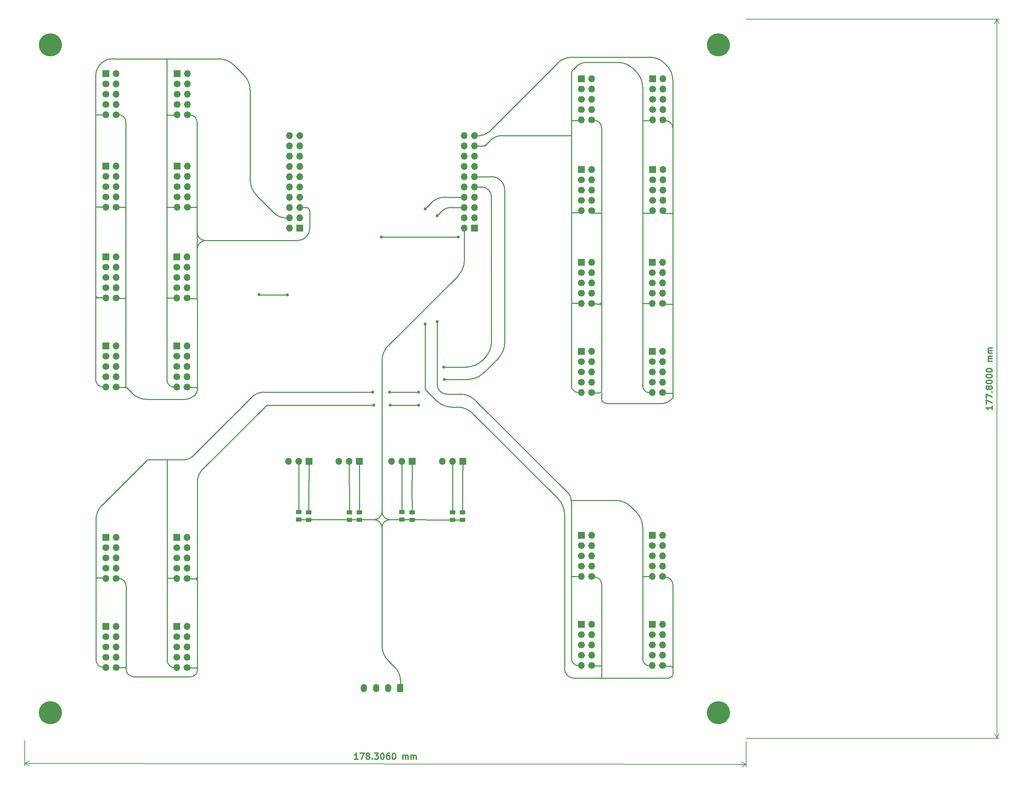
<source format=gbr>
%TF.GenerationSoftware,KiCad,Pcbnew,(6.0.9)*%
%TF.CreationDate,2023-01-09T12:20:16-05:00*%
%TF.ProjectId,Perris_Breakout,50657272-6973-45f4-9272-65616b6f7574,3*%
%TF.SameCoordinates,Original*%
%TF.FileFunction,Copper,L1,Top*%
%TF.FilePolarity,Positive*%
%FSLAX46Y46*%
G04 Gerber Fmt 4.6, Leading zero omitted, Abs format (unit mm)*
G04 Created by KiCad (PCBNEW (6.0.9)) date 2023-01-09 12:20:16*
%MOMM*%
%LPD*%
G01*
G04 APERTURE LIST*
G04 Aperture macros list*
%AMRoundRect*
0 Rectangle with rounded corners*
0 $1 Rounding radius*
0 $2 $3 $4 $5 $6 $7 $8 $9 X,Y pos of 4 corners*
0 Add a 4 corners polygon primitive as box body*
4,1,4,$2,$3,$4,$5,$6,$7,$8,$9,$2,$3,0*
0 Add four circle primitives for the rounded corners*
1,1,$1+$1,$2,$3*
1,1,$1+$1,$4,$5*
1,1,$1+$1,$6,$7*
1,1,$1+$1,$8,$9*
0 Add four rect primitives between the rounded corners*
20,1,$1+$1,$2,$3,$4,$5,0*
20,1,$1+$1,$4,$5,$6,$7,0*
20,1,$1+$1,$6,$7,$8,$9,0*
20,1,$1+$1,$8,$9,$2,$3,0*%
G04 Aperture macros list end*
%ADD10C,0.300000*%
%TA.AperFunction,NonConductor*%
%ADD11C,0.300000*%
%TD*%
%TA.AperFunction,NonConductor*%
%ADD12C,0.200000*%
%TD*%
%TA.AperFunction,ComponentPad*%
%ADD13R,1.700000X1.700000*%
%TD*%
%TA.AperFunction,ComponentPad*%
%ADD14C,1.700000*%
%TD*%
%TA.AperFunction,ComponentPad*%
%ADD15O,1.700000X1.700000*%
%TD*%
%TA.AperFunction,ComponentPad*%
%ADD16C,5.700000*%
%TD*%
%TA.AperFunction,SMDPad,CuDef*%
%ADD17RoundRect,0.250000X-0.450000X0.262500X-0.450000X-0.262500X0.450000X-0.262500X0.450000X0.262500X0*%
%TD*%
%TA.AperFunction,ComponentPad*%
%ADD18RoundRect,0.250001X0.499999X0.759999X-0.499999X0.759999X-0.499999X-0.759999X0.499999X-0.759999X0*%
%TD*%
%TA.AperFunction,ComponentPad*%
%ADD19O,1.500000X2.020000*%
%TD*%
%TA.AperFunction,ViaPad*%
%ADD20C,0.762000*%
%TD*%
%TA.AperFunction,Conductor*%
%ADD21C,0.254000*%
%TD*%
G04 APERTURE END LIST*
D10*
D11*
X257778571Y-135975714D02*
X257778571Y-136832857D01*
X257778571Y-136404285D02*
X256278571Y-136404285D01*
X256492857Y-136547142D01*
X256635714Y-136690000D01*
X256707142Y-136832857D01*
X256278571Y-135475714D02*
X256278571Y-134475714D01*
X257778571Y-135118571D01*
X256278571Y-134047142D02*
X256278571Y-133047142D01*
X257778571Y-133690000D01*
X257635714Y-132475714D02*
X257707142Y-132404285D01*
X257778571Y-132475714D01*
X257707142Y-132547142D01*
X257635714Y-132475714D01*
X257778571Y-132475714D01*
X256921428Y-131547142D02*
X256850000Y-131690000D01*
X256778571Y-131761428D01*
X256635714Y-131832857D01*
X256564285Y-131832857D01*
X256421428Y-131761428D01*
X256350000Y-131690000D01*
X256278571Y-131547142D01*
X256278571Y-131261428D01*
X256350000Y-131118571D01*
X256421428Y-131047142D01*
X256564285Y-130975714D01*
X256635714Y-130975714D01*
X256778571Y-131047142D01*
X256850000Y-131118571D01*
X256921428Y-131261428D01*
X256921428Y-131547142D01*
X256992857Y-131690000D01*
X257064285Y-131761428D01*
X257207142Y-131832857D01*
X257492857Y-131832857D01*
X257635714Y-131761428D01*
X257707142Y-131690000D01*
X257778571Y-131547142D01*
X257778571Y-131261428D01*
X257707142Y-131118571D01*
X257635714Y-131047142D01*
X257492857Y-130975714D01*
X257207142Y-130975714D01*
X257064285Y-131047142D01*
X256992857Y-131118571D01*
X256921428Y-131261428D01*
X256278571Y-130047142D02*
X256278571Y-129904285D01*
X256350000Y-129761428D01*
X256421428Y-129690000D01*
X256564285Y-129618571D01*
X256850000Y-129547142D01*
X257207142Y-129547142D01*
X257492857Y-129618571D01*
X257635714Y-129690000D01*
X257707142Y-129761428D01*
X257778571Y-129904285D01*
X257778571Y-130047142D01*
X257707142Y-130190000D01*
X257635714Y-130261428D01*
X257492857Y-130332857D01*
X257207142Y-130404285D01*
X256850000Y-130404285D01*
X256564285Y-130332857D01*
X256421428Y-130261428D01*
X256350000Y-130190000D01*
X256278571Y-130047142D01*
X256278571Y-128618571D02*
X256278571Y-128475714D01*
X256350000Y-128332857D01*
X256421428Y-128261428D01*
X256564285Y-128190000D01*
X256850000Y-128118571D01*
X257207142Y-128118571D01*
X257492857Y-128190000D01*
X257635714Y-128261428D01*
X257707142Y-128332857D01*
X257778571Y-128475714D01*
X257778571Y-128618571D01*
X257707142Y-128761428D01*
X257635714Y-128832857D01*
X257492857Y-128904285D01*
X257207142Y-128975714D01*
X256850000Y-128975714D01*
X256564285Y-128904285D01*
X256421428Y-128832857D01*
X256350000Y-128761428D01*
X256278571Y-128618571D01*
X256278571Y-127190000D02*
X256278571Y-127047142D01*
X256350000Y-126904285D01*
X256421428Y-126832857D01*
X256564285Y-126761428D01*
X256850000Y-126690000D01*
X257207142Y-126690000D01*
X257492857Y-126761428D01*
X257635714Y-126832857D01*
X257707142Y-126904285D01*
X257778571Y-127047142D01*
X257778571Y-127190000D01*
X257707142Y-127332857D01*
X257635714Y-127404285D01*
X257492857Y-127475714D01*
X257207142Y-127547142D01*
X256850000Y-127547142D01*
X256564285Y-127475714D01*
X256421428Y-127404285D01*
X256350000Y-127332857D01*
X256278571Y-127190000D01*
X257778571Y-124904285D02*
X256778571Y-124904285D01*
X256921428Y-124904285D02*
X256850000Y-124832857D01*
X256778571Y-124690000D01*
X256778571Y-124475714D01*
X256850000Y-124332857D01*
X256992857Y-124261428D01*
X257778571Y-124261428D01*
X256992857Y-124261428D02*
X256850000Y-124190000D01*
X256778571Y-124047142D01*
X256778571Y-123832857D01*
X256850000Y-123690000D01*
X256992857Y-123618571D01*
X257778571Y-123618571D01*
X257778571Y-122904285D02*
X256778571Y-122904285D01*
X256921428Y-122904285D02*
X256850000Y-122832857D01*
X256778571Y-122690000D01*
X256778571Y-122475714D01*
X256850000Y-122332857D01*
X256992857Y-122261428D01*
X257778571Y-122261428D01*
X256992857Y-122261428D02*
X256850000Y-122190000D01*
X256778571Y-122047142D01*
X256778571Y-121832857D01*
X256850000Y-121690000D01*
X256992857Y-121618571D01*
X257778571Y-121618571D01*
D12*
X196994300Y-40290000D02*
X259486420Y-40290000D01*
X196994300Y-218090000D02*
X259486420Y-218090000D01*
X258900000Y-40290000D02*
X258900000Y-218090000D01*
X258900000Y-40290000D02*
X258900000Y-218090000D01*
X258900000Y-40290000D02*
X258313579Y-41416504D01*
X258900000Y-40290000D02*
X259486421Y-41416504D01*
X258900000Y-218090000D02*
X259486421Y-216963496D01*
X258900000Y-218090000D02*
X258313579Y-216963496D01*
D10*
D11*
X101052669Y-223281237D02*
X100195527Y-223279747D01*
X100624098Y-223280492D02*
X100626706Y-221780495D01*
X100483476Y-221994532D01*
X100340371Y-222137140D01*
X100197390Y-222208320D01*
X101555276Y-221782109D02*
X102555274Y-221783848D01*
X101909810Y-223282728D01*
X103339870Y-222428070D02*
X103197137Y-222356393D01*
X103125833Y-222284840D01*
X103054653Y-222141859D01*
X103054777Y-222070431D01*
X103126454Y-221927698D01*
X103198006Y-221856394D01*
X103340987Y-221785214D01*
X103626701Y-221785710D01*
X103769434Y-221857387D01*
X103840738Y-221928940D01*
X103911918Y-222071921D01*
X103911794Y-222143349D01*
X103840117Y-222286082D01*
X103768565Y-222357386D01*
X103625584Y-222428566D01*
X103339870Y-222428070D01*
X103196889Y-222499250D01*
X103125336Y-222570554D01*
X103053659Y-222713287D01*
X103053162Y-222999001D01*
X103124343Y-223141982D01*
X103195647Y-223213534D01*
X103338380Y-223285211D01*
X103624093Y-223285708D01*
X103767075Y-223214528D01*
X103838627Y-223143224D01*
X103910304Y-223000491D01*
X103910801Y-222714777D01*
X103839621Y-222571796D01*
X103768316Y-222500243D01*
X103625584Y-222428566D01*
X104552912Y-223144465D02*
X104624216Y-223216018D01*
X104552663Y-223287322D01*
X104481359Y-223215770D01*
X104552912Y-223144465D01*
X104552663Y-223287322D01*
X105126699Y-221788318D02*
X106055269Y-221789933D01*
X105554276Y-222360491D01*
X105768562Y-222360864D01*
X105911294Y-222432540D01*
X105982599Y-222504093D01*
X106053779Y-222647074D01*
X106053158Y-223004216D01*
X105981481Y-223146949D01*
X105909928Y-223218253D01*
X105766947Y-223289434D01*
X105338377Y-223288688D01*
X105195644Y-223217012D01*
X105124340Y-223145459D01*
X106983839Y-221791547D02*
X107126696Y-221791795D01*
X107269429Y-221863472D01*
X107340733Y-221935025D01*
X107411913Y-222078006D01*
X107482845Y-222363844D01*
X107482224Y-222720986D01*
X107410299Y-223006576D01*
X107338622Y-223149309D01*
X107267069Y-223220613D01*
X107124088Y-223291793D01*
X106981231Y-223291545D01*
X106838498Y-223219868D01*
X106767194Y-223148315D01*
X106696014Y-223005334D01*
X106625082Y-222719496D01*
X106625703Y-222362354D01*
X106697628Y-222076764D01*
X106769305Y-221934031D01*
X106840858Y-221862727D01*
X106983839Y-221791547D01*
X108769551Y-221794652D02*
X108483837Y-221794155D01*
X108340856Y-221865335D01*
X108269303Y-221936639D01*
X108126074Y-222150676D01*
X108054148Y-222436266D01*
X108053155Y-223007694D01*
X108124335Y-223150675D01*
X108195639Y-223222227D01*
X108338372Y-223293904D01*
X108624086Y-223294401D01*
X108767067Y-223223221D01*
X108838620Y-223151917D01*
X108910296Y-223009184D01*
X108910917Y-222652042D01*
X108839737Y-222509060D01*
X108768433Y-222437508D01*
X108625700Y-222365831D01*
X108339986Y-222365334D01*
X108197005Y-222436514D01*
X108125453Y-222507819D01*
X108053776Y-222650551D01*
X109840978Y-221796514D02*
X109983835Y-221796763D01*
X110126567Y-221868440D01*
X110197872Y-221939992D01*
X110269052Y-222082973D01*
X110339983Y-222368811D01*
X110339362Y-222725954D01*
X110267437Y-223011543D01*
X110195760Y-223154276D01*
X110124208Y-223225580D01*
X109981227Y-223296760D01*
X109838370Y-223296512D01*
X109695637Y-223224835D01*
X109624333Y-223153283D01*
X109553153Y-223010301D01*
X109482221Y-222724463D01*
X109482842Y-222367321D01*
X109554767Y-222081731D01*
X109626444Y-221938999D01*
X109697996Y-221867694D01*
X109840978Y-221796514D01*
X112124081Y-223300486D02*
X112125819Y-222300487D01*
X112125571Y-222443344D02*
X112197123Y-222372040D01*
X112340105Y-222300860D01*
X112554390Y-222301233D01*
X112697123Y-222372909D01*
X112768303Y-222515891D01*
X112766937Y-223301604D01*
X112768303Y-222515891D02*
X112839980Y-222373158D01*
X112982961Y-222301978D01*
X113197246Y-222302350D01*
X113339979Y-222374027D01*
X113411159Y-222517008D01*
X113409793Y-223302721D01*
X114124078Y-223303963D02*
X114125816Y-222303965D01*
X114125568Y-222446822D02*
X114197120Y-222375517D01*
X114340102Y-222304337D01*
X114554387Y-222304710D01*
X114697120Y-222376387D01*
X114768300Y-222519368D01*
X114766934Y-223305081D01*
X114768300Y-222519368D02*
X114839977Y-222376635D01*
X114982958Y-222305455D01*
X115197243Y-222305827D01*
X115339976Y-222377504D01*
X115411156Y-222520485D01*
X115409790Y-223306198D01*
D12*
X196999131Y-218899999D02*
X196988255Y-225155881D01*
X18693431Y-218589999D02*
X18682555Y-224845881D01*
X196989274Y-224569462D02*
X18683574Y-224259462D01*
X196989274Y-224569462D02*
X18683574Y-224259462D01*
X196989274Y-224569462D02*
X195863791Y-223981084D01*
X196989274Y-224569462D02*
X195861752Y-225153923D01*
X18683574Y-224259462D02*
X19809057Y-224847840D01*
X18683574Y-224259462D02*
X19811096Y-223675001D01*
D13*
%TO.P,J20,1,Pin_1*%
%TO.N,unconnected-(J20-Pad1)*%
X56214272Y-190425000D03*
D14*
%TO.P,J20,2,Pin_2*%
%TO.N,unconnected-(J20-Pad2)*%
X56214272Y-192965000D03*
%TO.P,J20,3,Pin_3*%
%TO.N,unconnected-(J20-Pad3)*%
X56214272Y-195505000D03*
%TO.P,J20,4,Pin_4*%
%TO.N,unconnected-(J20-Pad4)*%
X56214272Y-198045000D03*
D15*
%TO.P,J20,5,Pin_5*%
%TO.N,/SCL_2*%
X56214272Y-200585000D03*
D14*
%TO.P,J20,6,Pin_6*%
%TO.N,/SDA_2*%
X58754272Y-200585000D03*
D15*
%TO.P,J20,7,Pin_7*%
%TO.N,unconnected-(J20-Pad7)*%
X58754272Y-198045000D03*
%TO.P,J20,8,Pin_8*%
%TO.N,unconnected-(J20-Pad8)*%
X58754272Y-195505000D03*
%TO.P,J20,9,Pin_9*%
%TO.N,unconnected-(J20-Pad9)*%
X58754272Y-192965000D03*
%TO.P,J20,10,Pin_10*%
%TO.N,GND*%
X58754272Y-190425000D03*
%TD*%
D16*
%TO.P,H4,1,1*%
%TO.N,GND*%
X190144300Y-211740000D03*
%TD*%
D13*
%TO.P,J9,1,Pin_1*%
%TO.N,unconnected-(J9-Pad1)*%
X156225000Y-55015000D03*
D14*
%TO.P,J9,2,Pin_2*%
%TO.N,unconnected-(J9-Pad2)*%
X156225000Y-57555000D03*
%TO.P,J9,3,Pin_3*%
%TO.N,unconnected-(J9-Pad3)*%
X156225000Y-60095000D03*
%TO.P,J9,4,Pin_4*%
%TO.N,unconnected-(J9-Pad4)*%
X156225000Y-62635000D03*
D15*
%TO.P,J9,5,Pin_5*%
%TO.N,/SCL_1*%
X156225000Y-65175000D03*
D14*
%TO.P,J9,6,Pin_6*%
%TO.N,/SDA_1*%
X158765000Y-65175000D03*
D15*
%TO.P,J9,7,Pin_7*%
%TO.N,unconnected-(J9-Pad7)*%
X158765000Y-62635000D03*
%TO.P,J9,8,Pin_8*%
%TO.N,unconnected-(J9-Pad8)*%
X158765000Y-60095000D03*
%TO.P,J9,9,Pin_9*%
%TO.N,unconnected-(J9-Pad9)*%
X158765000Y-57555000D03*
%TO.P,J9,10,Pin_10*%
%TO.N,GND*%
X158765000Y-55015000D03*
%TD*%
D17*
%TO.P,R6,1*%
%TO.N,/SCL_2*%
X114379300Y-162262500D03*
%TO.P,R6,2*%
%TO.N,+5V*%
X114379300Y-164087500D03*
%TD*%
D13*
%TO.P,U1,1,3V3*%
%TO.N,unconnected-(U1-Pad1)*%
X129850000Y-91930000D03*
D15*
%TO.P,U1,2,PB5*%
%TO.N,unconnected-(U1-Pad2)*%
X129850000Y-89390000D03*
%TO.P,U1,3,PB0*%
%TO.N,unconnected-(U1-Pad3)*%
X129850000Y-86850000D03*
%TO.P,U1,4,PB1*%
%TO.N,unconnected-(U1-Pad4)*%
X129850000Y-84310000D03*
%TO.P,U1,5,PE4*%
%TO.N,/SCL_2*%
X129850000Y-81770000D03*
%TO.P,U1,6,PE5*%
%TO.N,/SDA_2*%
X129850000Y-79230000D03*
%TO.P,U1,7,PB4*%
%TO.N,unconnected-(U1-Pad7)*%
X129850000Y-76690000D03*
%TO.P,U1,8,PA5*%
%TO.N,unconnected-(U1-Pad8)*%
X129850000Y-74150000D03*
%TO.P,U1,9,PA6*%
%TO.N,/SCL_1*%
X129850000Y-71610000D03*
%TO.P,U1,10,PA7*%
%TO.N,/SDA_1*%
X129850000Y-69070000D03*
%TO.P,U1,11,PA2*%
%TO.N,unconnected-(U1-Pad11)*%
X84130000Y-69070000D03*
%TO.P,U1,12,PA3*%
%TO.N,unconnected-(U1-Pad12)*%
X84130000Y-71610000D03*
%TO.P,U1,13,PA4*%
%TO.N,unconnected-(U1-Pad13)*%
X84130000Y-74150000D03*
%TO.P,U1,14,PB6*%
%TO.N,unconnected-(U1-Pad14)*%
X84130000Y-76690000D03*
%TO.P,U1,15,PB7*%
%TO.N,unconnected-(U1-Pad15)*%
X84130000Y-79230000D03*
%TO.P,U1,16,~{RST}*%
%TO.N,unconnected-(U1-Pad16)*%
X84130000Y-81770000D03*
%TO.P,U1,17,PF0*%
%TO.N,unconnected-(U1-Pad17)*%
X84130000Y-84310000D03*
%TO.P,U1,18,PE0*%
%TO.N,unconnected-(U1-Pad18)*%
X84130000Y-86850000D03*
%TO.P,U1,19,PB2*%
%TO.N,/SCL_0*%
X84130000Y-89390000D03*
%TO.P,U1,20,GND*%
%TO.N,GND*%
X84130000Y-91930000D03*
%TO.P,U1,21,5V*%
%TO.N,+5V*%
X127310000Y-91930000D03*
%TO.P,U1,22,GND*%
%TO.N,GND*%
X127310000Y-89390000D03*
%TO.P,U1,23,PD0*%
%TO.N,/SCL_3*%
X127310000Y-86850000D03*
%TO.P,U1,24,PD1*%
%TO.N,/SDA_3*%
X127310000Y-84310000D03*
%TO.P,U1,25,PD2*%
%TO.N,unconnected-(U1-Pad25)*%
X127310000Y-81770000D03*
%TO.P,U1,26,PD3*%
%TO.N,unconnected-(U1-Pad26)*%
X127310000Y-79230000D03*
%TO.P,U1,27,PE1*%
%TO.N,unconnected-(U1-Pad27)*%
X127310000Y-76690000D03*
%TO.P,U1,28,PE2*%
%TO.N,unconnected-(U1-Pad28)*%
X127310000Y-74150000D03*
%TO.P,U1,29,PE3*%
%TO.N,unconnected-(U1-Pad29)*%
X127310000Y-71610000D03*
%TO.P,U1,30,PF1*%
%TO.N,unconnected-(U1-Pad30)*%
X127310000Y-69070000D03*
%TO.P,U1,31,PF4*%
%TO.N,unconnected-(U1-Pad31)*%
X86670000Y-69070000D03*
%TO.P,U1,32,PD7*%
%TO.N,unconnected-(U1-Pad32)*%
X86670000Y-71610000D03*
%TO.P,U1,33,PD6*%
%TO.N,unconnected-(U1-Pad33)*%
X86670000Y-74150000D03*
%TO.P,U1,34,PC7*%
%TO.N,unconnected-(U1-Pad34)*%
X86670000Y-76690000D03*
%TO.P,U1,35,PC6*%
%TO.N,unconnected-(U1-Pad35)*%
X86670000Y-79230000D03*
%TO.P,U1,36,PC5*%
%TO.N,unconnected-(U1-Pad36)*%
X86670000Y-81770000D03*
%TO.P,U1,37,PC4*%
%TO.N,unconnected-(U1-Pad37)*%
X86670000Y-84310000D03*
%TO.P,U1,38,PB3*%
%TO.N,/SDA_0*%
X86670000Y-86850000D03*
%TO.P,U1,39,PF3*%
%TO.N,unconnected-(U1-Pad39)*%
X86670000Y-89390000D03*
D13*
%TO.P,U1,40,PF2*%
%TO.N,unconnected-(U1-Pad40)*%
X86670000Y-91930000D03*
%TD*%
%TO.P,J15,1,Pin_1*%
%TO.N,unconnected-(J15-Pad1)*%
X156225000Y-122425000D03*
D14*
%TO.P,J15,2,Pin_2*%
%TO.N,unconnected-(J15-Pad2)*%
X156225000Y-124965000D03*
%TO.P,J15,3,Pin_3*%
%TO.N,unconnected-(J15-Pad3)*%
X156225000Y-127505000D03*
%TO.P,J15,4,Pin_4*%
%TO.N,unconnected-(J15-Pad4)*%
X156225000Y-130045000D03*
D15*
%TO.P,J15,5,Pin_5*%
%TO.N,/SCL_1*%
X156225000Y-132585000D03*
D14*
%TO.P,J15,6,Pin_6*%
%TO.N,/SDA_1*%
X158765000Y-132585000D03*
D15*
%TO.P,J15,7,Pin_7*%
%TO.N,unconnected-(J15-Pad7)*%
X158765000Y-130045000D03*
%TO.P,J15,8,Pin_8*%
%TO.N,unconnected-(J15-Pad8)*%
X158765000Y-127505000D03*
%TO.P,J15,9,Pin_9*%
%TO.N,unconnected-(J15-Pad9)*%
X158765000Y-124965000D03*
%TO.P,J15,10,Pin_10*%
%TO.N,GND*%
X158765000Y-122425000D03*
%TD*%
D13*
%TO.P,J25,1,Pin_1*%
%TO.N,/SCL_0*%
X88919300Y-149590000D03*
D15*
%TO.P,J25,2,Pin_2*%
%TO.N,/SDA_0*%
X86379300Y-149590000D03*
%TO.P,J25,3,Pin_3*%
%TO.N,GND*%
X83839300Y-149590000D03*
%TD*%
D13*
%TO.P,J24,1,Pin_1*%
%TO.N,unconnected-(J24-Pad1)*%
X173725000Y-189925000D03*
D14*
%TO.P,J24,2,Pin_2*%
%TO.N,unconnected-(J24-Pad2)*%
X173725000Y-192465000D03*
%TO.P,J24,3,Pin_3*%
%TO.N,unconnected-(J24-Pad3)*%
X173725000Y-195005000D03*
%TO.P,J24,4,Pin_4*%
%TO.N,unconnected-(J24-Pad4)*%
X173725000Y-197545000D03*
D15*
%TO.P,J24,5,Pin_5*%
%TO.N,/SCL_3*%
X173725000Y-200085000D03*
D14*
%TO.P,J24,6,Pin_6*%
%TO.N,/SDA_3*%
X176265000Y-200085000D03*
D15*
%TO.P,J24,7,Pin_7*%
%TO.N,unconnected-(J24-Pad7)*%
X176265000Y-197545000D03*
%TO.P,J24,8,Pin_8*%
%TO.N,unconnected-(J24-Pad8)*%
X176265000Y-195005000D03*
%TO.P,J24,9,Pin_9*%
%TO.N,unconnected-(J24-Pad9)*%
X176265000Y-192465000D03*
%TO.P,J24,10,Pin_10*%
%TO.N,GND*%
X176265000Y-189925000D03*
%TD*%
D13*
%TO.P,J14,1,Pin_1*%
%TO.N,unconnected-(J14-Pad1)*%
X173725000Y-100390000D03*
D14*
%TO.P,J14,2,Pin_2*%
%TO.N,unconnected-(J14-Pad2)*%
X173725000Y-102930000D03*
%TO.P,J14,3,Pin_3*%
%TO.N,unconnected-(J14-Pad3)*%
X173725000Y-105470000D03*
%TO.P,J14,4,Pin_4*%
%TO.N,unconnected-(J14-Pad4)*%
X173725000Y-108010000D03*
D15*
%TO.P,J14,5,Pin_5*%
%TO.N,/SCL_1*%
X173725000Y-110550000D03*
D14*
%TO.P,J14,6,Pin_6*%
%TO.N,/SDA_1*%
X176265000Y-110550000D03*
D15*
%TO.P,J14,7,Pin_7*%
%TO.N,unconnected-(J14-Pad7)*%
X176265000Y-108010000D03*
%TO.P,J14,8,Pin_8*%
%TO.N,unconnected-(J14-Pad8)*%
X176265000Y-105470000D03*
%TO.P,J14,9,Pin_9*%
%TO.N,unconnected-(J14-Pad9)*%
X176265000Y-102930000D03*
%TO.P,J14,10,Pin_10*%
%TO.N,GND*%
X176265000Y-100390000D03*
%TD*%
D13*
%TO.P,J16,1,Pin_1*%
%TO.N,unconnected-(J16-Pad1)*%
X173725000Y-122425000D03*
D14*
%TO.P,J16,2,Pin_2*%
%TO.N,unconnected-(J16-Pad2)*%
X173725000Y-124965000D03*
%TO.P,J16,3,Pin_3*%
%TO.N,unconnected-(J16-Pad3)*%
X173725000Y-127505000D03*
%TO.P,J16,4,Pin_4*%
%TO.N,unconnected-(J16-Pad4)*%
X173725000Y-130045000D03*
D15*
%TO.P,J16,5,Pin_5*%
%TO.N,/SCL_1*%
X173725000Y-132585000D03*
D14*
%TO.P,J16,6,Pin_6*%
%TO.N,/SDA_1*%
X176265000Y-132585000D03*
D15*
%TO.P,J16,7,Pin_7*%
%TO.N,unconnected-(J16-Pad7)*%
X176265000Y-130045000D03*
%TO.P,J16,8,Pin_8*%
%TO.N,unconnected-(J16-Pad8)*%
X176265000Y-127505000D03*
%TO.P,J16,9,Pin_9*%
%TO.N,unconnected-(J16-Pad9)*%
X176265000Y-124965000D03*
%TO.P,J16,10,Pin_10*%
%TO.N,GND*%
X176265000Y-122425000D03*
%TD*%
D17*
%TO.P,R2,1*%
%TO.N,/SCL_0*%
X88879300Y-162262500D03*
%TO.P,R2,2*%
%TO.N,+5V*%
X88879300Y-164087500D03*
%TD*%
D13*
%TO.P,J7,1,Pin_1*%
%TO.N,unconnected-(J7-Pad1)*%
X38725000Y-121070000D03*
D14*
%TO.P,J7,2,Pin_2*%
%TO.N,unconnected-(J7-Pad2)*%
X38725000Y-123610000D03*
%TO.P,J7,3,Pin_3*%
%TO.N,unconnected-(J7-Pad3)*%
X38725000Y-126150000D03*
%TO.P,J7,4,Pin_4*%
%TO.N,unconnected-(J7-Pad4)*%
X38725000Y-128690000D03*
D15*
%TO.P,J7,5,Pin_5*%
%TO.N,/SCL_0*%
X38725000Y-131230000D03*
D14*
%TO.P,J7,6,Pin_6*%
%TO.N,/SDA_0*%
X41265000Y-131230000D03*
D15*
%TO.P,J7,7,Pin_7*%
%TO.N,unconnected-(J7-Pad7)*%
X41265000Y-128690000D03*
%TO.P,J7,8,Pin_8*%
%TO.N,unconnected-(J7-Pad8)*%
X41265000Y-126150000D03*
%TO.P,J7,9,Pin_9*%
%TO.N,unconnected-(J7-Pad9)*%
X41265000Y-123610000D03*
%TO.P,J7,10,Pin_10*%
%TO.N,GND*%
X41265000Y-121070000D03*
%TD*%
D16*
%TO.P,H3,1,1*%
%TO.N,GND*%
X25044300Y-211740000D03*
%TD*%
D13*
%TO.P,J21,1,Pin_1*%
%TO.N,unconnected-(J21-Pad1)*%
X156225000Y-167890000D03*
D14*
%TO.P,J21,2,Pin_2*%
%TO.N,unconnected-(J21-Pad2)*%
X156225000Y-170430000D03*
%TO.P,J21,3,Pin_3*%
%TO.N,unconnected-(J21-Pad3)*%
X156225000Y-172970000D03*
%TO.P,J21,4,Pin_4*%
%TO.N,unconnected-(J21-Pad4)*%
X156225000Y-175510000D03*
D15*
%TO.P,J21,5,Pin_5*%
%TO.N,/SCL_3*%
X156225000Y-178050000D03*
D14*
%TO.P,J21,6,Pin_6*%
%TO.N,/SDA_3*%
X158765000Y-178050000D03*
D15*
%TO.P,J21,7,Pin_7*%
%TO.N,unconnected-(J21-Pad7)*%
X158765000Y-175510000D03*
%TO.P,J21,8,Pin_8*%
%TO.N,unconnected-(J21-Pad8)*%
X158765000Y-172970000D03*
%TO.P,J21,9,Pin_9*%
%TO.N,unconnected-(J21-Pad9)*%
X158765000Y-170430000D03*
%TO.P,J21,10,Pin_10*%
%TO.N,GND*%
X158765000Y-167890000D03*
%TD*%
D13*
%TO.P,J6,1,Pin_1*%
%TO.N,unconnected-(J6-Pad1)*%
X56225000Y-99035000D03*
D14*
%TO.P,J6,2,Pin_2*%
%TO.N,unconnected-(J6-Pad2)*%
X56225000Y-101575000D03*
%TO.P,J6,3,Pin_3*%
%TO.N,unconnected-(J6-Pad3)*%
X56225000Y-104115000D03*
%TO.P,J6,4,Pin_4*%
%TO.N,unconnected-(J6-Pad4)*%
X56225000Y-106655000D03*
D15*
%TO.P,J6,5,Pin_5*%
%TO.N,/SCL_0*%
X56225000Y-109195000D03*
D14*
%TO.P,J6,6,Pin_6*%
%TO.N,/SDA_0*%
X58765000Y-109195000D03*
D15*
%TO.P,J6,7,Pin_7*%
%TO.N,unconnected-(J6-Pad7)*%
X58765000Y-106655000D03*
%TO.P,J6,8,Pin_8*%
%TO.N,unconnected-(J6-Pad8)*%
X58765000Y-104115000D03*
%TO.P,J6,9,Pin_9*%
%TO.N,unconnected-(J6-Pad9)*%
X58765000Y-101575000D03*
%TO.P,J6,10,Pin_10*%
%TO.N,GND*%
X58765000Y-99035000D03*
%TD*%
D17*
%TO.P,R8,1*%
%TO.N,/SCL_3*%
X126879300Y-162262500D03*
%TO.P,R8,2*%
%TO.N,+5V*%
X126879300Y-164087500D03*
%TD*%
D13*
%TO.P,J12,1,Pin_1*%
%TO.N,unconnected-(J12-Pad1)*%
X173865000Y-77495000D03*
D14*
%TO.P,J12,2,Pin_2*%
%TO.N,unconnected-(J12-Pad2)*%
X173865000Y-80035000D03*
%TO.P,J12,3,Pin_3*%
%TO.N,unconnected-(J12-Pad3)*%
X173865000Y-82575000D03*
%TO.P,J12,4,Pin_4*%
%TO.N,unconnected-(J12-Pad4)*%
X173865000Y-85115000D03*
D15*
%TO.P,J12,5,Pin_5*%
%TO.N,/SCL_1*%
X173865000Y-87655000D03*
D14*
%TO.P,J12,6,Pin_6*%
%TO.N,/SDA_1*%
X176405000Y-87655000D03*
D15*
%TO.P,J12,7,Pin_7*%
%TO.N,unconnected-(J12-Pad7)*%
X176405000Y-85115000D03*
%TO.P,J12,8,Pin_8*%
%TO.N,unconnected-(J12-Pad8)*%
X176405000Y-82575000D03*
%TO.P,J12,9,Pin_9*%
%TO.N,unconnected-(J12-Pad9)*%
X176405000Y-80035000D03*
%TO.P,J12,10,Pin_10*%
%TO.N,GND*%
X176405000Y-77495000D03*
%TD*%
D13*
%TO.P,J28,1,Pin_1*%
%TO.N,/SCL_3*%
X126904300Y-149590000D03*
D15*
%TO.P,J28,2,Pin_2*%
%TO.N,/SDA_3*%
X124364300Y-149590000D03*
%TO.P,J28,3,Pin_3*%
%TO.N,GND*%
X121824300Y-149590000D03*
%TD*%
D13*
%TO.P,J27,1,Pin_1*%
%TO.N,/SCL_2*%
X114404300Y-149590000D03*
D15*
%TO.P,J27,2,Pin_2*%
%TO.N,/SDA_2*%
X111864300Y-149590000D03*
%TO.P,J27,3,Pin_3*%
%TO.N,GND*%
X109324300Y-149590000D03*
%TD*%
D13*
%TO.P,J5,1,Pin_1*%
%TO.N,unconnected-(J5-Pad1)*%
X38725000Y-99035000D03*
D14*
%TO.P,J5,2,Pin_2*%
%TO.N,unconnected-(J5-Pad2)*%
X38725000Y-101575000D03*
%TO.P,J5,3,Pin_3*%
%TO.N,unconnected-(J5-Pad3)*%
X38725000Y-104115000D03*
%TO.P,J5,4,Pin_4*%
%TO.N,unconnected-(J5-Pad4)*%
X38725000Y-106655000D03*
D15*
%TO.P,J5,5,Pin_5*%
%TO.N,/SCL_0*%
X38725000Y-109195000D03*
D14*
%TO.P,J5,6,Pin_6*%
%TO.N,/SDA_0*%
X41265000Y-109195000D03*
D15*
%TO.P,J5,7,Pin_7*%
%TO.N,unconnected-(J5-Pad7)*%
X41265000Y-106655000D03*
%TO.P,J5,8,Pin_8*%
%TO.N,unconnected-(J5-Pad8)*%
X41265000Y-104115000D03*
%TO.P,J5,9,Pin_9*%
%TO.N,unconnected-(J5-Pad9)*%
X41265000Y-101575000D03*
%TO.P,J5,10,Pin_10*%
%TO.N,GND*%
X41265000Y-99035000D03*
%TD*%
D13*
%TO.P,J2,1,Pin_1*%
%TO.N,unconnected-(J2-Pad1)*%
X56365000Y-53770000D03*
D14*
%TO.P,J2,2,Pin_2*%
%TO.N,unconnected-(J2-Pad2)*%
X56365000Y-56310000D03*
%TO.P,J2,3,Pin_3*%
%TO.N,unconnected-(J2-Pad3)*%
X56365000Y-58850000D03*
%TO.P,J2,4,Pin_4*%
%TO.N,unconnected-(J2-Pad4)*%
X56365000Y-61390000D03*
D15*
%TO.P,J2,5,Pin_5*%
%TO.N,/SCL_0*%
X56365000Y-63930000D03*
D14*
%TO.P,J2,6,Pin_6*%
%TO.N,/SDA_0*%
X58905000Y-63930000D03*
D15*
%TO.P,J2,7,Pin_7*%
%TO.N,unconnected-(J2-Pad7)*%
X58905000Y-61390000D03*
%TO.P,J2,8,Pin_8*%
%TO.N,unconnected-(J2-Pad8)*%
X58905000Y-58850000D03*
%TO.P,J2,9,Pin_9*%
%TO.N,unconnected-(J2-Pad9)*%
X58905000Y-56310000D03*
%TO.P,J2,10,Pin_10*%
%TO.N,GND*%
X58905000Y-53770000D03*
%TD*%
D16*
%TO.P,H1,1,1*%
%TO.N,GND*%
X25044300Y-46640000D03*
%TD*%
D17*
%TO.P,R5,1*%
%TO.N,/SDA_2*%
X111879300Y-162175000D03*
%TO.P,R5,2*%
%TO.N,+5V*%
X111879300Y-164000000D03*
%TD*%
D13*
%TO.P,J26,1,Pin_1*%
%TO.N,/SCL_1*%
X101404300Y-149590000D03*
D15*
%TO.P,J26,2,Pin_2*%
%TO.N,/SDA_1*%
X98864300Y-149590000D03*
%TO.P,J26,3,Pin_3*%
%TO.N,GND*%
X96324300Y-149590000D03*
%TD*%
D13*
%TO.P,J1,1,Pin_1*%
%TO.N,unconnected-(J1-Pad1)*%
X38725000Y-53770000D03*
D14*
%TO.P,J1,2,Pin_2*%
%TO.N,unconnected-(J1-Pad2)*%
X38725000Y-56310000D03*
%TO.P,J1,3,Pin_3*%
%TO.N,unconnected-(J1-Pad3)*%
X38725000Y-58850000D03*
%TO.P,J1,4,Pin_4*%
%TO.N,unconnected-(J1-Pad4)*%
X38725000Y-61390000D03*
D15*
%TO.P,J1,5,Pin_5*%
%TO.N,/SCL_0*%
X38725000Y-63930000D03*
D14*
%TO.P,J1,6,Pin_6*%
%TO.N,/SDA_0*%
X41265000Y-63930000D03*
D15*
%TO.P,J1,7,Pin_7*%
%TO.N,unconnected-(J1-Pad7)*%
X41265000Y-61390000D03*
%TO.P,J1,8,Pin_8*%
%TO.N,unconnected-(J1-Pad8)*%
X41265000Y-58850000D03*
%TO.P,J1,9,Pin_9*%
%TO.N,unconnected-(J1-Pad9)*%
X41265000Y-56310000D03*
%TO.P,J1,10,Pin_10*%
%TO.N,GND*%
X41265000Y-53770000D03*
%TD*%
D17*
%TO.P,R3,1*%
%TO.N,/SDA_1*%
X98879300Y-162262500D03*
%TO.P,R3,2*%
%TO.N,+5V*%
X98879300Y-164087500D03*
%TD*%
D13*
%TO.P,J19,1,Pin_1*%
%TO.N,unconnected-(J19-Pad1)*%
X38714272Y-190425000D03*
D14*
%TO.P,J19,2,Pin_2*%
%TO.N,unconnected-(J19-Pad2)*%
X38714272Y-192965000D03*
%TO.P,J19,3,Pin_3*%
%TO.N,unconnected-(J19-Pad3)*%
X38714272Y-195505000D03*
%TO.P,J19,4,Pin_4*%
%TO.N,unconnected-(J19-Pad4)*%
X38714272Y-198045000D03*
D15*
%TO.P,J19,5,Pin_5*%
%TO.N,/SCL_2*%
X38714272Y-200585000D03*
D14*
%TO.P,J19,6,Pin_6*%
%TO.N,/SDA_2*%
X41254272Y-200585000D03*
D15*
%TO.P,J19,7,Pin_7*%
%TO.N,unconnected-(J19-Pad7)*%
X41254272Y-198045000D03*
%TO.P,J19,8,Pin_8*%
%TO.N,unconnected-(J19-Pad8)*%
X41254272Y-195505000D03*
%TO.P,J19,9,Pin_9*%
%TO.N,unconnected-(J19-Pad9)*%
X41254272Y-192965000D03*
%TO.P,J19,10,Pin_10*%
%TO.N,GND*%
X41254272Y-190425000D03*
%TD*%
D17*
%TO.P,R7,1*%
%TO.N,/SDA_3*%
X124379300Y-162262500D03*
%TO.P,R7,2*%
%TO.N,+5V*%
X124379300Y-164087500D03*
%TD*%
D13*
%TO.P,J18,1,Pin_1*%
%TO.N,unconnected-(J18-Pad1)*%
X56214272Y-168390000D03*
D14*
%TO.P,J18,2,Pin_2*%
%TO.N,unconnected-(J18-Pad2)*%
X56214272Y-170930000D03*
%TO.P,J18,3,Pin_3*%
%TO.N,unconnected-(J18-Pad3)*%
X56214272Y-173470000D03*
%TO.P,J18,4,Pin_4*%
%TO.N,unconnected-(J18-Pad4)*%
X56214272Y-176010000D03*
D15*
%TO.P,J18,5,Pin_5*%
%TO.N,/SCL_2*%
X56214272Y-178550000D03*
D14*
%TO.P,J18,6,Pin_6*%
%TO.N,/SDA_2*%
X58754272Y-178550000D03*
D15*
%TO.P,J18,7,Pin_7*%
%TO.N,unconnected-(J18-Pad7)*%
X58754272Y-176010000D03*
%TO.P,J18,8,Pin_8*%
%TO.N,unconnected-(J18-Pad8)*%
X58754272Y-173470000D03*
%TO.P,J18,9,Pin_9*%
%TO.N,unconnected-(J18-Pad9)*%
X58754272Y-170930000D03*
%TO.P,J18,10,Pin_10*%
%TO.N,GND*%
X58754272Y-168390000D03*
%TD*%
D13*
%TO.P,J10,1,Pin_1*%
%TO.N,unconnected-(J10-Pad1)*%
X173865000Y-55015000D03*
D14*
%TO.P,J10,2,Pin_2*%
%TO.N,unconnected-(J10-Pad2)*%
X173865000Y-57555000D03*
%TO.P,J10,3,Pin_3*%
%TO.N,unconnected-(J10-Pad3)*%
X173865000Y-60095000D03*
%TO.P,J10,4,Pin_4*%
%TO.N,unconnected-(J10-Pad4)*%
X173865000Y-62635000D03*
D15*
%TO.P,J10,5,Pin_5*%
%TO.N,/SCL_1*%
X173865000Y-65175000D03*
D14*
%TO.P,J10,6,Pin_6*%
%TO.N,/SDA_1*%
X176405000Y-65175000D03*
D15*
%TO.P,J10,7,Pin_7*%
%TO.N,unconnected-(J10-Pad7)*%
X176405000Y-62635000D03*
%TO.P,J10,8,Pin_8*%
%TO.N,unconnected-(J10-Pad8)*%
X176405000Y-60095000D03*
%TO.P,J10,9,Pin_9*%
%TO.N,unconnected-(J10-Pad9)*%
X176405000Y-57555000D03*
%TO.P,J10,10,Pin_10*%
%TO.N,GND*%
X176405000Y-55015000D03*
%TD*%
D13*
%TO.P,J11,1,Pin_1*%
%TO.N,unconnected-(J11-Pad1)*%
X156225000Y-77495000D03*
D14*
%TO.P,J11,2,Pin_2*%
%TO.N,unconnected-(J11-Pad2)*%
X156225000Y-80035000D03*
%TO.P,J11,3,Pin_3*%
%TO.N,unconnected-(J11-Pad3)*%
X156225000Y-82575000D03*
%TO.P,J11,4,Pin_4*%
%TO.N,unconnected-(J11-Pad4)*%
X156225000Y-85115000D03*
D15*
%TO.P,J11,5,Pin_5*%
%TO.N,/SCL_1*%
X156225000Y-87655000D03*
D14*
%TO.P,J11,6,Pin_6*%
%TO.N,/SDA_1*%
X158765000Y-87655000D03*
D15*
%TO.P,J11,7,Pin_7*%
%TO.N,unconnected-(J11-Pad7)*%
X158765000Y-85115000D03*
%TO.P,J11,8,Pin_8*%
%TO.N,unconnected-(J11-Pad8)*%
X158765000Y-82575000D03*
%TO.P,J11,9,Pin_9*%
%TO.N,unconnected-(J11-Pad9)*%
X158765000Y-80035000D03*
%TO.P,J11,10,Pin_10*%
%TO.N,GND*%
X158765000Y-77495000D03*
%TD*%
D13*
%TO.P,J3,1,Pin_1*%
%TO.N,unconnected-(J3-Pad1)*%
X38725000Y-76605000D03*
D14*
%TO.P,J3,2,Pin_2*%
%TO.N,unconnected-(J3-Pad2)*%
X38725000Y-79145000D03*
%TO.P,J3,3,Pin_3*%
%TO.N,unconnected-(J3-Pad3)*%
X38725000Y-81685000D03*
%TO.P,J3,4,Pin_4*%
%TO.N,unconnected-(J3-Pad4)*%
X38725000Y-84225000D03*
D15*
%TO.P,J3,5,Pin_5*%
%TO.N,/SCL_0*%
X38725000Y-86765000D03*
D14*
%TO.P,J3,6,Pin_6*%
%TO.N,/SDA_0*%
X41265000Y-86765000D03*
D15*
%TO.P,J3,7,Pin_7*%
%TO.N,unconnected-(J3-Pad7)*%
X41265000Y-84225000D03*
%TO.P,J3,8,Pin_8*%
%TO.N,unconnected-(J3-Pad8)*%
X41265000Y-81685000D03*
%TO.P,J3,9,Pin_9*%
%TO.N,unconnected-(J3-Pad9)*%
X41265000Y-79145000D03*
%TO.P,J3,10,Pin_10*%
%TO.N,GND*%
X41265000Y-76605000D03*
%TD*%
D17*
%TO.P,R4,1*%
%TO.N,/SCL_1*%
X101379300Y-162262500D03*
%TO.P,R4,2*%
%TO.N,+5V*%
X101379300Y-164087500D03*
%TD*%
D13*
%TO.P,J22,1,Pin_1*%
%TO.N,unconnected-(J22-Pad1)*%
X173725000Y-167890000D03*
D14*
%TO.P,J22,2,Pin_2*%
%TO.N,unconnected-(J22-Pad2)*%
X173725000Y-170430000D03*
%TO.P,J22,3,Pin_3*%
%TO.N,unconnected-(J22-Pad3)*%
X173725000Y-172970000D03*
%TO.P,J22,4,Pin_4*%
%TO.N,unconnected-(J22-Pad4)*%
X173725000Y-175510000D03*
D15*
%TO.P,J22,5,Pin_5*%
%TO.N,/SCL_3*%
X173725000Y-178050000D03*
D14*
%TO.P,J22,6,Pin_6*%
%TO.N,/SDA_3*%
X176265000Y-178050000D03*
D15*
%TO.P,J22,7,Pin_7*%
%TO.N,unconnected-(J22-Pad7)*%
X176265000Y-175510000D03*
%TO.P,J22,8,Pin_8*%
%TO.N,unconnected-(J22-Pad8)*%
X176265000Y-172970000D03*
%TO.P,J22,9,Pin_9*%
%TO.N,unconnected-(J22-Pad9)*%
X176265000Y-170430000D03*
%TO.P,J22,10,Pin_10*%
%TO.N,GND*%
X176265000Y-167890000D03*
%TD*%
D13*
%TO.P,J23,1,Pin_1*%
%TO.N,unconnected-(J23-Pad1)*%
X156225000Y-189925000D03*
D14*
%TO.P,J23,2,Pin_2*%
%TO.N,unconnected-(J23-Pad2)*%
X156225000Y-192465000D03*
%TO.P,J23,3,Pin_3*%
%TO.N,unconnected-(J23-Pad3)*%
X156225000Y-195005000D03*
%TO.P,J23,4,Pin_4*%
%TO.N,unconnected-(J23-Pad4)*%
X156225000Y-197545000D03*
D15*
%TO.P,J23,5,Pin_5*%
%TO.N,/SCL_3*%
X156225000Y-200085000D03*
D14*
%TO.P,J23,6,Pin_6*%
%TO.N,/SDA_3*%
X158765000Y-200085000D03*
D15*
%TO.P,J23,7,Pin_7*%
%TO.N,unconnected-(J23-Pad7)*%
X158765000Y-197545000D03*
%TO.P,J23,8,Pin_8*%
%TO.N,unconnected-(J23-Pad8)*%
X158765000Y-195005000D03*
%TO.P,J23,9,Pin_9*%
%TO.N,unconnected-(J23-Pad9)*%
X158765000Y-192465000D03*
%TO.P,J23,10,Pin_10*%
%TO.N,GND*%
X158765000Y-189925000D03*
%TD*%
D17*
%TO.P,R1,1*%
%TO.N,/SDA_0*%
X86379300Y-162175000D03*
%TO.P,R1,2*%
%TO.N,+5V*%
X86379300Y-164000000D03*
%TD*%
D13*
%TO.P,J4,1,Pin_1*%
%TO.N,unconnected-(J4-Pad1)*%
X56365000Y-76605000D03*
D14*
%TO.P,J4,2,Pin_2*%
%TO.N,unconnected-(J4-Pad2)*%
X56365000Y-79145000D03*
%TO.P,J4,3,Pin_3*%
%TO.N,unconnected-(J4-Pad3)*%
X56365000Y-81685000D03*
%TO.P,J4,4,Pin_4*%
%TO.N,unconnected-(J4-Pad4)*%
X56365000Y-84225000D03*
D15*
%TO.P,J4,5,Pin_5*%
%TO.N,/SCL_0*%
X56365000Y-86765000D03*
D14*
%TO.P,J4,6,Pin_6*%
%TO.N,/SDA_0*%
X58905000Y-86765000D03*
D15*
%TO.P,J4,7,Pin_7*%
%TO.N,unconnected-(J4-Pad7)*%
X58905000Y-84225000D03*
%TO.P,J4,8,Pin_8*%
%TO.N,unconnected-(J4-Pad8)*%
X58905000Y-81685000D03*
%TO.P,J4,9,Pin_9*%
%TO.N,unconnected-(J4-Pad9)*%
X58905000Y-79145000D03*
%TO.P,J4,10,Pin_10*%
%TO.N,GND*%
X58905000Y-76605000D03*
%TD*%
D18*
%TO.P,J29,1,Pin_1*%
%TO.N,+5V*%
X111485200Y-205640000D03*
D19*
%TO.P,J29,2,Pin_2*%
%TO.N,unconnected-(J29-Pad2)*%
X108485200Y-205640000D03*
%TO.P,J29,3,Pin_3*%
%TO.N,unconnected-(J29-Pad3)*%
X105485200Y-205640000D03*
%TO.P,J29,4,Pin_4*%
%TO.N,GND*%
X102485200Y-205640000D03*
%TD*%
D16*
%TO.P,H2,1,1*%
%TO.N,GND*%
X190144300Y-46640000D03*
%TD*%
D13*
%TO.P,J8,1,Pin_1*%
%TO.N,unconnected-(J8-Pad1)*%
X56225000Y-121070000D03*
D14*
%TO.P,J8,2,Pin_2*%
%TO.N,unconnected-(J8-Pad2)*%
X56225000Y-123610000D03*
%TO.P,J8,3,Pin_3*%
%TO.N,unconnected-(J8-Pad3)*%
X56225000Y-126150000D03*
%TO.P,J8,4,Pin_4*%
%TO.N,unconnected-(J8-Pad4)*%
X56225000Y-128690000D03*
D15*
%TO.P,J8,5,Pin_5*%
%TO.N,/SCL_0*%
X56225000Y-131230000D03*
D14*
%TO.P,J8,6,Pin_6*%
%TO.N,/SDA_0*%
X58765000Y-131230000D03*
D15*
%TO.P,J8,7,Pin_7*%
%TO.N,unconnected-(J8-Pad7)*%
X58765000Y-128690000D03*
%TO.P,J8,8,Pin_8*%
%TO.N,unconnected-(J8-Pad8)*%
X58765000Y-126150000D03*
%TO.P,J8,9,Pin_9*%
%TO.N,unconnected-(J8-Pad9)*%
X58765000Y-123610000D03*
%TO.P,J8,10,Pin_10*%
%TO.N,GND*%
X58765000Y-121070000D03*
%TD*%
D13*
%TO.P,J13,1,Pin_1*%
%TO.N,unconnected-(J13-Pad1)*%
X156225000Y-100390000D03*
D14*
%TO.P,J13,2,Pin_2*%
%TO.N,unconnected-(J13-Pad2)*%
X156225000Y-102930000D03*
%TO.P,J13,3,Pin_3*%
%TO.N,unconnected-(J13-Pad3)*%
X156225000Y-105470000D03*
%TO.P,J13,4,Pin_4*%
%TO.N,unconnected-(J13-Pad4)*%
X156225000Y-108010000D03*
D15*
%TO.P,J13,5,Pin_5*%
%TO.N,/SCL_1*%
X156225000Y-110550000D03*
D14*
%TO.P,J13,6,Pin_6*%
%TO.N,/SDA_1*%
X158765000Y-110550000D03*
D15*
%TO.P,J13,7,Pin_7*%
%TO.N,unconnected-(J13-Pad7)*%
X158765000Y-108010000D03*
%TO.P,J13,8,Pin_8*%
%TO.N,unconnected-(J13-Pad8)*%
X158765000Y-105470000D03*
%TO.P,J13,9,Pin_9*%
%TO.N,unconnected-(J13-Pad9)*%
X158765000Y-102930000D03*
%TO.P,J13,10,Pin_10*%
%TO.N,GND*%
X158765000Y-100390000D03*
%TD*%
D13*
%TO.P,J17,1,Pin_1*%
%TO.N,unconnected-(J17-Pad1)*%
X38714272Y-168390000D03*
D14*
%TO.P,J17,2,Pin_2*%
%TO.N,unconnected-(J17-Pad2)*%
X38714272Y-170930000D03*
%TO.P,J17,3,Pin_3*%
%TO.N,unconnected-(J17-Pad3)*%
X38714272Y-173470000D03*
%TO.P,J17,4,Pin_4*%
%TO.N,unconnected-(J17-Pad4)*%
X38714272Y-176010000D03*
D15*
%TO.P,J17,5,Pin_5*%
%TO.N,/SCL_2*%
X38714272Y-178550000D03*
D14*
%TO.P,J17,6,Pin_6*%
%TO.N,/SDA_2*%
X41254272Y-178550000D03*
D15*
%TO.P,J17,7,Pin_7*%
%TO.N,unconnected-(J17-Pad7)*%
X41254272Y-176010000D03*
%TO.P,J17,8,Pin_8*%
%TO.N,unconnected-(J17-Pad8)*%
X41254272Y-173470000D03*
%TO.P,J17,9,Pin_9*%
%TO.N,unconnected-(J17-Pad9)*%
X41254272Y-170930000D03*
%TO.P,J17,10,Pin_10*%
%TO.N,GND*%
X41254272Y-168390000D03*
%TD*%
D20*
%TO.N,GND*%
X125800000Y-94200000D03*
X83600000Y-108500000D03*
X76600000Y-108400000D03*
X106800000Y-94200000D03*
%TO.N,/SCL_2*%
X108800000Y-132500000D03*
X104700000Y-132500000D03*
X116000000Y-132500000D03*
X122200000Y-126300000D03*
%TO.N,/SDA_2*%
X104900000Y-135700000D03*
X116000000Y-135700000D03*
X109000000Y-135700000D03*
X122350000Y-129350000D03*
%TO.N,/SCL_3*%
X120600000Y-115100000D03*
X120600000Y-88900000D03*
%TO.N,/SDA_3*%
X117600000Y-115700000D03*
X117600000Y-87200000D03*
%TD*%
D21*
%TO.N,GND*%
X83600000Y-108500000D02*
X76770710Y-108500000D01*
X76600000Y-108400000D02*
X76650000Y-108450000D01*
X106800000Y-94200000D02*
X125800000Y-94200000D01*
X76770710Y-108499995D02*
G75*
G02*
X76650000Y-108450000I-10J170695D01*
G01*
%TO.N,/SCL_0*%
X55070024Y-109200000D02*
X54993097Y-109200000D01*
X55171079Y-109200000D02*
X55166222Y-109200000D01*
X54308559Y-86800000D02*
X54265775Y-86800000D01*
X55592500Y-131300000D02*
X56300000Y-131300000D01*
X54215415Y-86800000D02*
X54209453Y-86800000D01*
X54502831Y-109200000D02*
X54487891Y-109200000D01*
X55696983Y-86800000D02*
X55771875Y-86800000D01*
X54083806Y-109200000D02*
X54071055Y-109200000D01*
X53815000Y-129473395D02*
X53815000Y-109345104D01*
X55122902Y-109200000D02*
X55094074Y-109200000D01*
X54251011Y-64000000D02*
X54234767Y-64000000D01*
X37930335Y-86730000D02*
X37832163Y-86730000D01*
X54522014Y-64000000D02*
X54520968Y-64000000D01*
X54001428Y-64000000D02*
X53993630Y-64000000D01*
X36489459Y-86730000D02*
X36486422Y-86730000D01*
X54946089Y-109200000D02*
X54929000Y-109200000D01*
X55310358Y-86800000D02*
X55269720Y-86800000D01*
X53968225Y-64000000D02*
X53965756Y-64000000D01*
X55570547Y-64000000D02*
X55541849Y-64000000D01*
X74393792Y-80039828D02*
X74393792Y-57947755D01*
X55166222Y-109200000D02*
X55146951Y-109200000D01*
X53842820Y-86800000D02*
X53840606Y-86800000D01*
X54050551Y-64000000D02*
X54043534Y-64000000D01*
X53991028Y-109200000D02*
X53980371Y-109200000D01*
X36207500Y-86777595D02*
X36207500Y-87007404D01*
X54100820Y-86800000D02*
X54069066Y-86800000D01*
X54005557Y-86800000D02*
X53996588Y-86800000D01*
X54104027Y-109200000D02*
X54101838Y-109200000D01*
X36548546Y-86730000D02*
X36551923Y-86730000D01*
X37719752Y-86730000D02*
X37707010Y-86730000D01*
X36502393Y-86730000D02*
X36496808Y-86730000D01*
X55207599Y-86800000D02*
X55182059Y-86800000D01*
X36560752Y-86730000D02*
X36557809Y-86730000D01*
X53974593Y-64000000D02*
X53968225Y-64000000D01*
X54094214Y-64000000D02*
X54090057Y-64000000D01*
X36517243Y-86730000D02*
X36510186Y-86730000D01*
X54378032Y-64000000D02*
X54349966Y-64000000D01*
X54829245Y-64000000D02*
X54820932Y-64000000D01*
X37016401Y-86730000D02*
X37011719Y-86730000D01*
X55220951Y-86800000D02*
X55219787Y-86800000D01*
X54101838Y-109200000D02*
X54096557Y-109200000D01*
X55353489Y-109200000D02*
X55305468Y-109200000D01*
X55800157Y-64000000D02*
X55691095Y-64000000D01*
X53965171Y-109200000D02*
X53961793Y-109200000D01*
X54604320Y-109200000D02*
X54574440Y-109200000D01*
X54285712Y-64000000D02*
X54273890Y-64000000D01*
X37692772Y-86730000D02*
X37677038Y-86730000D01*
X37165763Y-86730000D02*
X37157535Y-86730000D01*
X54812619Y-64000000D02*
X54804306Y-64000000D01*
X54472951Y-109200000D02*
X54454919Y-109200000D01*
X37474711Y-86730000D02*
X37364489Y-86730000D01*
X54191622Y-109200000D02*
X54176586Y-109200000D01*
X53815000Y-64145104D02*
X53815000Y-64024895D01*
X53847248Y-86800000D02*
X53842820Y-86800000D01*
X54479921Y-64000000D02*
X54463293Y-64000000D01*
X54221694Y-109200000D02*
X54206658Y-109200000D01*
X55455755Y-64000000D02*
X55429921Y-64000000D01*
X54464544Y-86800000D02*
X54428668Y-86800000D01*
X38093327Y-86730000D02*
X38061858Y-86730000D01*
X54222871Y-64000000D02*
X54189085Y-64000000D01*
X54261344Y-64000000D02*
X54256921Y-64000000D01*
X54656663Y-64000000D02*
X54687855Y-64000000D01*
X54043534Y-64000000D02*
X54036517Y-64000000D01*
X54098371Y-64000000D02*
X54094214Y-64000000D01*
X36726402Y-86730000D02*
X36713760Y-86730000D01*
X53857428Y-86800000D02*
X53850353Y-86800000D01*
X54106216Y-109200000D02*
X54113686Y-109200000D01*
X55190195Y-109200000D02*
X55180637Y-109200000D01*
X54519575Y-109200000D02*
X54513392Y-109200000D01*
X53897720Y-86800000D02*
X53917650Y-86800000D01*
X55429921Y-64000000D02*
X55404087Y-64000000D01*
X54868760Y-64000000D02*
X54887473Y-64000000D01*
X53960104Y-109200000D02*
X53961793Y-109200000D01*
X54331216Y-109200000D02*
X54284400Y-109200000D01*
X36271516Y-63930000D02*
X38725000Y-63930000D01*
X36840783Y-86730000D02*
X36825198Y-86730000D01*
X54071055Y-109200000D02*
X54052880Y-109200000D01*
X54656663Y-64000000D02*
X54621314Y-64000000D01*
X55267005Y-109200000D02*
X55257370Y-109200000D01*
X54002780Y-109200000D02*
X54017981Y-109200000D01*
X37661304Y-86730000D02*
X37645570Y-86730000D01*
X55207599Y-86800000D02*
X55219787Y-86800000D01*
X54577743Y-86800000D02*
X54586712Y-86800000D01*
X54715464Y-109200000D02*
X54722838Y-109200000D01*
X53864503Y-86800000D02*
X53857428Y-86800000D01*
X37598900Y-86730000D02*
X37622522Y-86730000D01*
X53960104Y-64000000D02*
X53961988Y-64000000D01*
X54251011Y-64000000D02*
X54256921Y-64000000D01*
X36489459Y-86730000D02*
X36491223Y-86730000D01*
X54733592Y-109200000D02*
X54722838Y-109200000D01*
X82810000Y-89390000D02*
X84130000Y-89390000D01*
X54116568Y-64000000D02*
X54125405Y-64000000D01*
X55295024Y-64000000D02*
X55240493Y-64000000D01*
X54526115Y-86800000D02*
X54510601Y-86800000D01*
X36752989Y-86730000D02*
X36747537Y-86730000D01*
X37506796Y-86730000D02*
X37474711Y-86730000D01*
X66546036Y-50100000D02*
X53810606Y-50100000D01*
X55122902Y-109200000D02*
X55127680Y-109200000D01*
X36700000Y-109107500D02*
X37170402Y-109107500D01*
X37768838Y-86730000D02*
X37740361Y-86730000D01*
X54270190Y-64000000D02*
X54265767Y-64000000D01*
X36713760Y-86730000D02*
X36691285Y-86730000D01*
X54206658Y-109200000D02*
X54191622Y-109200000D01*
X37707010Y-86730000D02*
X37694268Y-86730000D01*
X54744346Y-109200000D02*
X54733592Y-109200000D01*
X53789393Y-50100000D02*
X53810606Y-50100000D01*
X37002355Y-86730000D02*
X36997673Y-86730000D01*
X36557809Y-86730000D02*
X36554866Y-86730000D01*
X37692772Y-86730000D02*
X37694268Y-86730000D01*
X53957593Y-86800000D02*
X53987619Y-86800000D01*
X54270190Y-64000000D02*
X54273890Y-64000000D01*
X54762716Y-64000000D02*
X54746081Y-64000000D01*
X55008486Y-86800000D02*
X54881469Y-86800000D01*
X53972640Y-109200000D02*
X53967835Y-109200000D01*
X54963178Y-109200000D02*
X54946089Y-109200000D01*
X37645570Y-86730000D02*
X37643132Y-86730000D01*
X54015738Y-86800000D02*
X54014526Y-86800000D01*
X54554219Y-109200000D02*
X54553316Y-109200000D01*
X54536295Y-86800000D02*
X54531448Y-86800000D01*
X55222115Y-86800000D02*
X55220951Y-86800000D01*
X54621448Y-109200000D02*
X54604320Y-109200000D01*
X54222991Y-86800000D02*
X54219203Y-86800000D01*
X54787672Y-64000000D02*
X54762716Y-64000000D01*
X40462463Y-50100000D02*
X53789393Y-50100000D01*
X55800157Y-64000000D02*
X55827422Y-64000000D01*
X55263335Y-86800000D02*
X55269720Y-86800000D01*
X53879600Y-86800000D02*
X53867177Y-86800000D01*
X54209453Y-86800000D02*
X54193742Y-86800000D01*
X36207500Y-63919016D02*
X36207500Y-63865983D01*
X37007037Y-86730000D02*
X37002355Y-86730000D01*
X36825198Y-86730000D02*
X36809613Y-86730000D01*
X54513177Y-64000000D02*
X54520968Y-64000000D01*
X53977445Y-109200000D02*
X53972640Y-109200000D01*
X54525758Y-109200000D02*
X54527045Y-109200000D01*
X36510186Y-86730000D02*
X36503129Y-86730000D01*
X37250625Y-109103125D02*
X37239375Y-109091875D01*
X54268723Y-109200000D02*
X54253260Y-109200000D01*
X54052880Y-109200000D02*
X54041175Y-109200000D01*
X37311220Y-86730000D02*
X37307536Y-86730000D01*
X55349555Y-64000000D02*
X55295024Y-64000000D01*
X54025497Y-109200000D02*
X54021739Y-109200000D01*
X54585965Y-64000000D02*
X54581808Y-64000000D01*
X54041175Y-109200000D02*
X54029470Y-109200000D01*
X54002780Y-109200000D02*
X53998498Y-109200000D01*
X55396912Y-64000000D02*
X55404087Y-64000000D01*
X53965756Y-64000000D02*
X53961988Y-64000000D01*
X54026185Y-64000000D02*
X54009226Y-64000000D01*
X54545989Y-86800000D02*
X54554958Y-86800000D01*
X36486422Y-86730000D02*
X36484904Y-86730000D01*
X54804306Y-64000000D02*
X54795993Y-64000000D01*
X37598900Y-86730000D02*
X37552848Y-86730000D01*
X55105439Y-86800000D02*
X55079899Y-86800000D01*
X54253260Y-109200000D02*
X54237797Y-109200000D01*
X54293834Y-64000000D02*
X54285712Y-64000000D01*
X54496549Y-64000000D02*
X54479921Y-64000000D01*
X37011719Y-86730000D02*
X37007037Y-86730000D01*
X37019946Y-86730000D02*
X37016401Y-86730000D01*
X53980961Y-64000000D02*
X53974593Y-64000000D01*
X55257370Y-109200000D02*
X55242995Y-109200000D01*
X54226779Y-86800000D02*
X54234634Y-86800000D01*
X54037312Y-86800000D02*
X54027131Y-86800000D01*
X55370151Y-86800000D02*
X55316743Y-86800000D01*
X54627435Y-86800000D02*
X54586712Y-86800000D01*
X54265775Y-86800000D02*
X54254132Y-86800000D01*
X53815000Y-64145104D02*
X53815000Y-86804393D01*
X55513151Y-64000000D02*
X55484453Y-64000000D01*
X54746081Y-64000000D02*
X54687855Y-64000000D01*
X36606914Y-86730000D02*
X36613092Y-86730000D01*
X54390310Y-109200000D02*
X54366519Y-109200000D01*
X38028507Y-86730000D02*
X38061858Y-86730000D01*
X54553316Y-109200000D02*
X54544559Y-109200000D01*
X54955621Y-64000000D02*
X54954013Y-64000000D01*
X53982715Y-64000000D02*
X53980961Y-64000000D01*
X54057568Y-64000000D02*
X54085900Y-64000000D01*
X36788308Y-86730000D02*
X36776535Y-86730000D01*
X54525758Y-109200000D02*
X54519575Y-109200000D01*
X55156519Y-86800000D02*
X55130979Y-86800000D01*
X36747537Y-86730000D02*
X36746668Y-86730000D01*
X38124796Y-86730000D02*
X38222968Y-86730000D01*
X54103051Y-64000000D02*
X54098371Y-64000000D01*
X54531448Y-86800000D02*
X54526115Y-86800000D01*
X37039945Y-86730000D02*
X37031718Y-86730000D01*
X54226779Y-86800000D02*
X54222991Y-86800000D01*
X53879600Y-86800000D02*
X53881842Y-86800000D01*
X54229425Y-109200000D02*
X54228998Y-109200000D01*
X54715464Y-109200000D02*
X54689963Y-109200000D01*
X54500420Y-86800000D02*
X54464544Y-86800000D01*
X36554866Y-86730000D02*
X36551923Y-86730000D01*
X55599245Y-64000000D02*
X55570547Y-64000000D01*
X54428668Y-86800000D02*
X54392792Y-86800000D01*
X36207500Y-108615000D02*
X36207500Y-109600000D01*
X54564781Y-109200000D02*
X54554219Y-109200000D01*
X88892528Y-154331898D02*
X88919300Y-149590000D01*
X54366519Y-109200000D02*
X54342728Y-109200000D01*
X55349555Y-64000000D02*
X55356729Y-64000000D01*
X54027131Y-86800000D02*
X54015738Y-86800000D01*
X37985000Y-131230000D02*
X38692500Y-131230000D01*
X37797315Y-86730000D02*
X37768838Y-86730000D01*
X54147944Y-109200000D02*
X54130815Y-109200000D01*
X54954013Y-64000000D02*
X54887473Y-64000000D01*
X36776535Y-86730000D02*
X36764762Y-86730000D01*
X55008486Y-86800000D02*
X55079899Y-86800000D01*
X54993097Y-109200000D02*
X54963178Y-109200000D01*
X36548546Y-86730000D02*
X36538848Y-86730000D01*
X55881953Y-64000000D02*
X55827422Y-64000000D01*
X55146951Y-109200000D02*
X55127680Y-109200000D01*
X36496808Y-86730000D02*
X36491223Y-86730000D01*
X54795993Y-64000000D02*
X54787672Y-64000000D01*
X54222871Y-64000000D02*
X54234767Y-64000000D01*
X54229852Y-109200000D02*
X54229425Y-109200000D01*
X54390310Y-109200000D02*
X54403916Y-109200000D01*
X37210445Y-86730000D02*
X37165763Y-86730000D01*
X37068172Y-86730000D02*
X37072854Y-86730000D01*
X53992591Y-64000000D02*
X53993630Y-64000000D01*
X55180637Y-109200000D02*
X55171079Y-109200000D01*
X53992591Y-64000000D02*
X53982715Y-64000000D01*
X36578244Y-86730000D02*
X36565602Y-86730000D01*
X36788308Y-86730000D02*
X36792288Y-86730000D01*
X54846669Y-109200000D02*
X54806208Y-109200000D01*
X54021739Y-109200000D02*
X54017981Y-109200000D01*
X38028507Y-86730000D02*
X37930335Y-86730000D01*
X54806208Y-109200000D02*
X54765747Y-109200000D01*
X55696983Y-86800000D02*
X55627613Y-86800000D01*
X55276640Y-109200000D02*
X55267005Y-109200000D01*
X54574440Y-109200000D02*
X54564781Y-109200000D01*
X36879445Y-86730000D02*
X36840783Y-86730000D01*
X36990323Y-86730000D02*
X36980306Y-86730000D01*
X53867177Y-86800000D02*
X53864503Y-86800000D01*
X72799999Y-54099999D02*
X70393792Y-51693792D01*
X54254132Y-86800000D02*
X54234634Y-86800000D01*
X55242995Y-109200000D02*
X55204609Y-109200000D01*
X55182330Y-64000000D02*
X55105598Y-64000000D01*
X54839646Y-64000000D02*
X54829245Y-64000000D01*
X55353489Y-109200000D02*
X55377500Y-109200000D01*
X55070024Y-109200000D02*
X55094074Y-109200000D01*
X54035412Y-64000000D02*
X54026185Y-64000000D01*
X54189085Y-64000000D02*
X54187787Y-64000000D01*
X54881469Y-86800000D02*
X54754452Y-86800000D01*
X54820932Y-64000000D02*
X54812619Y-64000000D01*
X36578244Y-86730000D02*
X36593386Y-86730000D01*
X36764762Y-86730000D02*
X36752989Y-86730000D01*
X54156596Y-64000000D02*
X54125405Y-64000000D01*
X36997673Y-86730000D02*
X36992991Y-86730000D01*
X55204609Y-109200000D02*
X55190195Y-109200000D01*
X36638068Y-86730000D02*
X36651287Y-86730000D01*
X53815000Y-109345104D02*
X53815000Y-109224895D01*
X54183993Y-86800000D02*
X54148784Y-86800000D01*
X54581808Y-64000000D02*
X54554774Y-64000000D01*
X54513177Y-64000000D02*
X54496549Y-64000000D01*
X36565602Y-86730000D02*
X36560752Y-86730000D01*
X55541849Y-64000000D02*
X55513151Y-64000000D01*
X54009226Y-64000000D02*
X54001428Y-64000000D01*
X37101081Y-86730000D02*
X37072854Y-86730000D01*
X54106216Y-109200000D02*
X54104027Y-109200000D01*
X36525178Y-86730000D02*
X36538848Y-86730000D01*
X36739044Y-86730000D02*
X36726402Y-86730000D01*
X54219203Y-86800000D02*
X54215415Y-86800000D01*
X37311220Y-86730000D02*
X37364489Y-86730000D01*
X53926452Y-86800000D02*
X53917650Y-86800000D01*
X36671286Y-86730000D02*
X36651287Y-86730000D01*
X54550617Y-64000000D02*
X54531897Y-64000000D01*
X53967835Y-109200000D02*
X53965171Y-109200000D01*
X53847248Y-86800000D02*
X53850353Y-86800000D01*
X36207500Y-129403395D02*
X36207500Y-109600000D01*
X54463293Y-64000000D02*
X54446665Y-64000000D01*
X36938550Y-86730000D02*
X36895899Y-86730000D01*
X54664462Y-109200000D02*
X54674217Y-109200000D01*
X54550617Y-64000000D02*
X54554774Y-64000000D01*
X54036517Y-64000000D02*
X54035412Y-64000000D01*
X37315506Y-109130000D02*
X38692500Y-109130000D01*
X54523060Y-64000000D02*
X54531897Y-64000000D01*
X55025378Y-64000000D02*
X55028866Y-64000000D01*
X36638068Y-86730000D02*
X36623369Y-86730000D01*
X54176586Y-109200000D02*
X54147944Y-109200000D01*
X36796101Y-86730000D02*
X36792288Y-86730000D01*
X53815000Y-64024895D02*
X53815000Y-50125606D01*
X37552848Y-86730000D02*
X37506796Y-86730000D01*
X55881953Y-64000000D02*
X55909219Y-64000000D01*
X37797315Y-86730000D02*
X37832163Y-86730000D01*
X54846669Y-109200000D02*
X54929000Y-109200000D01*
X36887672Y-86730000D02*
X36879445Y-86730000D01*
X54621314Y-64000000D02*
X54585965Y-64000000D01*
X36615434Y-86730000D02*
X36614263Y-86730000D01*
X88879300Y-159018139D02*
X88879300Y-161675000D01*
X54545989Y-86800000D02*
X54541142Y-86800000D01*
X54116568Y-64000000D02*
X54103051Y-64000000D01*
X54148784Y-86800000D02*
X54113575Y-86800000D01*
X53946897Y-86800000D02*
X53936201Y-86800000D01*
X55627613Y-86800000D02*
X55558243Y-86800000D01*
X53996588Y-86800000D02*
X53987619Y-86800000D01*
X36502393Y-86730000D02*
X36503129Y-86730000D01*
X36746668Y-86730000D02*
X36745799Y-86730000D01*
X55263335Y-86800000D02*
X55235467Y-86800000D01*
X36967948Y-86730000D02*
X36953249Y-86730000D01*
X54378032Y-64000000D02*
X54446665Y-64000000D01*
X54712517Y-86800000D02*
X54754452Y-86800000D01*
X54500420Y-86800000D02*
X54510601Y-86800000D01*
X37068172Y-86730000D02*
X37039945Y-86730000D01*
X55130979Y-86800000D02*
X55105439Y-86800000D01*
X36990323Y-86730000D02*
X36992991Y-86730000D01*
X54096557Y-109200000D02*
X54083806Y-109200000D01*
X54678211Y-109200000D02*
X54676214Y-109200000D01*
X54541142Y-86800000D02*
X54536295Y-86800000D01*
X80556619Y-88456619D02*
X75987584Y-83887584D01*
X54454919Y-109200000D02*
X54403916Y-109200000D01*
X54351343Y-86800000D02*
X54308559Y-86800000D01*
X54642955Y-109200000D02*
X54621448Y-109200000D01*
X54349966Y-64000000D02*
X54321900Y-64000000D01*
X54069066Y-86800000D02*
X54037312Y-86800000D01*
X55558243Y-86800000D02*
X55488873Y-86800000D01*
X55484453Y-64000000D02*
X55470820Y-64000000D01*
X54100820Y-86800000D02*
X54113575Y-86800000D01*
X36623369Y-86730000D02*
X36616605Y-86730000D01*
X54183993Y-86800000D02*
X54193742Y-86800000D01*
X53935254Y-86800000D02*
X53926452Y-86800000D01*
X54669370Y-86800000D02*
X54668158Y-86800000D01*
X53815000Y-86825606D02*
X53815000Y-86804393D01*
X53935254Y-86800000D02*
X53936201Y-86800000D01*
X53897720Y-86800000D02*
X53889781Y-86800000D01*
X55467956Y-64000000D02*
X55455755Y-64000000D01*
X55025378Y-64000000D02*
X54955621Y-64000000D01*
X36207500Y-86777595D02*
X36207500Y-63919016D01*
X54237797Y-109200000D02*
X54229852Y-109200000D01*
X53998498Y-109200000D02*
X53994216Y-109200000D01*
X37031718Y-86730000D02*
X37019946Y-86730000D01*
X55222115Y-86800000D02*
X55235467Y-86800000D01*
X36742500Y-130695000D02*
X36777221Y-130729721D01*
X53889781Y-86800000D02*
X53881842Y-86800000D01*
X53994216Y-109200000D02*
X53991028Y-109200000D01*
X36616605Y-86730000D02*
X36615434Y-86730000D01*
X37719752Y-86730000D02*
X37740361Y-86730000D01*
X36953249Y-86730000D02*
X36938550Y-86730000D01*
X54057568Y-64000000D02*
X54050551Y-64000000D01*
X54014526Y-86800000D02*
X54005557Y-86800000D01*
X36525178Y-86730000D02*
X36517536Y-86730000D01*
X54130815Y-109200000D02*
X54113686Y-109200000D01*
X53815000Y-86825606D02*
X53815000Y-109224895D01*
X54187787Y-64000000D02*
X54156596Y-64000000D01*
X37307536Y-86730000D02*
X37303852Y-86730000D01*
X36207500Y-108615000D02*
X36207500Y-87007404D01*
X54689963Y-109200000D02*
X54678211Y-109200000D01*
X54228998Y-109200000D02*
X54221694Y-109200000D01*
X54351343Y-86800000D02*
X54392792Y-86800000D01*
X54513392Y-109200000D02*
X54502831Y-109200000D01*
X55276640Y-109200000D02*
X55305468Y-109200000D01*
X55423559Y-86800000D02*
X55370151Y-86800000D01*
X36809613Y-86730000D02*
X36799914Y-86730000D01*
X54331216Y-109200000D02*
X54342728Y-109200000D01*
X54544559Y-109200000D02*
X54535802Y-109200000D01*
X54523060Y-64000000D02*
X54522014Y-64000000D01*
X55310358Y-86800000D02*
X55316743Y-86800000D01*
X53977445Y-109200000D02*
X53980371Y-109200000D01*
X55691095Y-64000000D02*
X55599245Y-64000000D01*
X54868760Y-64000000D02*
X54839646Y-64000000D01*
X55396912Y-64000000D02*
X55356729Y-64000000D01*
X55105598Y-64000000D02*
X55028866Y-64000000D01*
X37129308Y-86730000D02*
X37101081Y-86730000D01*
X54350000Y-130765000D02*
X54384721Y-130799721D01*
X54765747Y-109200000D02*
X54744346Y-109200000D01*
X54664462Y-109200000D02*
X54642955Y-109200000D01*
X37643132Y-86730000D02*
X37622522Y-86730000D01*
X55182059Y-86800000D02*
X55156519Y-86800000D01*
X55469388Y-64000000D02*
X55467956Y-64000000D01*
X54090057Y-64000000D02*
X54085900Y-64000000D01*
X36691285Y-86730000D02*
X36671286Y-86730000D01*
X36745799Y-86730000D02*
X36739044Y-86730000D01*
X54268723Y-109200000D02*
X54284400Y-109200000D01*
X36799914Y-86730000D02*
X36796101Y-86730000D01*
X54025497Y-109200000D02*
X54029470Y-109200000D01*
X54321900Y-64000000D02*
X54293834Y-64000000D01*
X36517243Y-86730000D02*
X36517536Y-86730000D01*
X53957593Y-86800000D02*
X53946897Y-86800000D01*
X55470820Y-64000000D02*
X55469388Y-64000000D01*
X54535802Y-109200000D02*
X54527045Y-109200000D01*
X55182330Y-64000000D02*
X55240493Y-64000000D01*
X55488873Y-86800000D02*
X55423559Y-86800000D01*
X37210445Y-86730000D02*
X37303852Y-86730000D01*
X54712517Y-86800000D02*
X54669370Y-86800000D01*
X54487891Y-109200000D02*
X54472951Y-109200000D01*
X54676214Y-109200000D02*
X54674217Y-109200000D01*
X36895899Y-86730000D02*
X36887672Y-86730000D01*
X38124796Y-86730000D02*
X38093327Y-86730000D01*
X36207500Y-54354963D02*
X36207500Y-63865983D01*
X54668158Y-86800000D02*
X54627435Y-86800000D01*
X37677038Y-86730000D02*
X37661304Y-86730000D01*
X54265767Y-64000000D02*
X54261344Y-64000000D01*
X36980306Y-86730000D02*
X36967948Y-86730000D01*
X54577743Y-86800000D02*
X54554958Y-86800000D01*
X37157535Y-86730000D02*
X37129308Y-86730000D01*
X36606914Y-86730000D02*
X36593386Y-86730000D01*
X36614263Y-86730000D02*
X36613092Y-86730000D01*
X53815016Y-86804393D02*
G75*
G03*
X53822500Y-86807500I4384J-7D01*
G01*
X36207507Y-63865983D02*
G75*
G03*
X36226250Y-63911250I63993J-17D01*
G01*
X36777212Y-130729730D02*
G75*
G03*
X37985000Y-131230000I1207788J1207830D01*
G01*
X53815003Y-86825606D02*
G75*
G02*
X53822500Y-86807500I25597J6D01*
G01*
X37315506Y-109129982D02*
G75*
G02*
X37250625Y-109103125I-6J91782D01*
G01*
X80556611Y-88456627D02*
G75*
G03*
X82810000Y-89390000I2253389J2253427D01*
G01*
X36207500Y-109600000D02*
G75*
G02*
X36700000Y-109107500I492500J0D01*
G01*
X53789393Y-50100003D02*
G75*
G02*
X53807500Y-50107500I7J-25597D01*
G01*
X37453761Y-51346261D02*
G75*
G02*
X40462463Y-50100000I3008739J-3008739D01*
G01*
X36207512Y-86777595D02*
G75*
G03*
X36288750Y-86811250I47588J-5D01*
G01*
X53857499Y-64042499D02*
G75*
G03*
X53815000Y-64145104I102601J-102601D01*
G01*
X70393784Y-51693800D02*
G75*
G03*
X66546036Y-50100000I-3847784J-3847800D01*
G01*
X74393760Y-80039828D02*
G75*
G03*
X75987584Y-83887584I5441540J28D01*
G01*
X36484904Y-86730003D02*
G75*
G03*
X36288751Y-86811251I-4J-277397D01*
G01*
X54384712Y-130799730D02*
G75*
G03*
X55592500Y-131300000I1207788J1207830D01*
G01*
X88892528Y-154331898D02*
G75*
G03*
X88879300Y-159018139I830081372J-4686202D01*
G01*
X36226245Y-63911255D02*
G75*
G03*
X36271516Y-63930000I45255J45255D01*
G01*
X53815010Y-109224895D02*
G75*
G03*
X53857500Y-109242500I24890J-5D01*
G01*
X53815010Y-64024895D02*
G75*
G03*
X53857500Y-64042500I24890J-5D01*
G01*
X37208134Y-109091885D02*
G75*
G02*
X37170402Y-109107500I-37734J37785D01*
G01*
X53810606Y-50100016D02*
G75*
G03*
X53807500Y-50107500I-6J-4384D01*
G01*
X53857499Y-64042499D02*
G75*
G02*
X53960104Y-64000000I102601J-102601D01*
G01*
X37208126Y-109091876D02*
G75*
G02*
X37239374Y-109091876I15624J-15621D01*
G01*
X36207500Y-108615000D02*
G75*
G03*
X36700000Y-109107500I492500J0D01*
G01*
X36207503Y-87007404D02*
G75*
G02*
X36288751Y-86811251I277397J4D01*
G01*
X37453751Y-51346251D02*
G75*
G03*
X36207500Y-54354963I3008699J-3008709D01*
G01*
X53857499Y-109242499D02*
G75*
G02*
X53960104Y-109200000I102601J-102601D01*
G01*
X53814997Y-50125606D02*
G75*
G03*
X53807500Y-50107500I-25597J6D01*
G01*
X53840606Y-86800003D02*
G75*
G03*
X53822500Y-86807500I-6J-25597D01*
G01*
X36207502Y-129403395D02*
G75*
G03*
X36742500Y-130695000I1826598J-5D01*
G01*
X36207540Y-63919016D02*
G75*
G02*
X36226250Y-63911250I10960J16D01*
G01*
X54349999Y-130765001D02*
G75*
G02*
X53815000Y-129473395I1291601J1291601D01*
G01*
X53815002Y-109345104D02*
G75*
G02*
X53857500Y-109242500I145098J4D01*
G01*
X74393810Y-57947755D02*
G75*
G03*
X72799998Y-54100000I-5441610J-45D01*
G01*
%TO.N,/SDA_0*%
X43255415Y-86830000D02*
X43245733Y-86830000D01*
X43670000Y-129897127D02*
X43670000Y-129933081D01*
X43268703Y-109300000D02*
X43252660Y-109300000D01*
X42999426Y-109300000D02*
X42984321Y-109300000D01*
X43670000Y-128003138D02*
X43670000Y-128086582D01*
X60454224Y-131370000D02*
X60449921Y-131370000D01*
X59841081Y-131370000D02*
X59782253Y-131370000D01*
X43670000Y-129187447D02*
X43670000Y-129255732D01*
X42204196Y-86830000D02*
X42084196Y-86830000D01*
X43670000Y-130592701D02*
X43670000Y-130607461D01*
X43005770Y-86830000D02*
X43004472Y-86830000D01*
X42794844Y-86830000D02*
X42788539Y-86830000D01*
X59925777Y-109370000D02*
X59933378Y-109370000D01*
X60349967Y-109370000D02*
X60344007Y-109370000D01*
X60710214Y-109370000D02*
X60687310Y-109370000D01*
X42419109Y-86830000D02*
X42398840Y-86830000D01*
X43424420Y-86830000D02*
X43412332Y-86830000D01*
X59197421Y-109370000D02*
X59086015Y-109370000D01*
X60092887Y-109370000D02*
X60076800Y-109370000D01*
X58965599Y-131370000D02*
X58987660Y-131370000D01*
X42768955Y-109300000D02*
X42780223Y-109300000D01*
X61132477Y-109370000D02*
X61113109Y-109370000D01*
X60621482Y-131370000D02*
X60612266Y-131370000D01*
X61073600Y-131370000D02*
X61071359Y-131370000D01*
X61195908Y-109370000D02*
X61193441Y-109370000D01*
X60025743Y-131370000D02*
X60011036Y-131370000D01*
X43670000Y-130769928D02*
X43670000Y-130780126D01*
X43670000Y-125749214D02*
X43670000Y-125470341D01*
X43218247Y-109300000D02*
X43165464Y-109300000D01*
X43670000Y-130872954D02*
X43670000Y-130895893D01*
X42821702Y-109300000D02*
X42810364Y-109300000D01*
X43497729Y-86830000D02*
X43494609Y-86830000D01*
X60979646Y-131370000D02*
X60997493Y-131370000D01*
X42411226Y-109300000D02*
X42432624Y-109300000D01*
X42568677Y-109300000D02*
X42549599Y-109300000D01*
X60969809Y-109370000D02*
X60969413Y-109370000D01*
X60755475Y-131370000D02*
X60755755Y-131370000D01*
X43670000Y-130905518D02*
X43670000Y-130909208D01*
X43670000Y-129103869D02*
X43670000Y-129119162D01*
X43670000Y-130988896D02*
X43670000Y-130996475D01*
X59656417Y-131370000D02*
X59648237Y-131370000D01*
X43670000Y-128799212D02*
X43670000Y-128791966D01*
X43670000Y-129043766D02*
X43670000Y-129050878D01*
X43670000Y-129992918D02*
X43670000Y-129933081D01*
X43670000Y-129851776D02*
X43670000Y-129870025D01*
X42753745Y-109300000D02*
X42733836Y-109300000D01*
X43288360Y-109300000D02*
X43283706Y-109300000D01*
X43670000Y-130981317D02*
X43670000Y-130988896D01*
X42234320Y-109300000D02*
X42227336Y-109300000D01*
X42369107Y-86830000D02*
X42378571Y-86830000D01*
X42810364Y-109300000D02*
X42780223Y-109300000D01*
X42727903Y-86830000D02*
X42693784Y-86830000D01*
X42442433Y-86830000D02*
X42433640Y-86830000D01*
X42361000Y-109300000D02*
X42347032Y-109300000D01*
X43670000Y-128914310D02*
X43670000Y-128975482D01*
X61015467Y-131370000D02*
X61006480Y-131370000D01*
X60225840Y-131370000D02*
X60293015Y-131370000D01*
X60458527Y-131370000D02*
X60454224Y-131370000D01*
X43548771Y-109300000D02*
X43545310Y-109300000D01*
X61240392Y-109370000D02*
X61244513Y-109370000D01*
X43670000Y-130370687D02*
X43670000Y-130462444D01*
X58838831Y-109370000D02*
X58849276Y-109370000D01*
X43670000Y-130782270D02*
X43670000Y-130784414D01*
X60630791Y-109370000D02*
X60623343Y-109370000D01*
X61078097Y-109370000D02*
X61062454Y-109370000D01*
X59086015Y-109370000D02*
X59047719Y-109370000D01*
X59467503Y-109370000D02*
X59420233Y-109370000D01*
X43466827Y-86830000D02*
X43470304Y-86830000D01*
X59501233Y-109370000D02*
X59544288Y-109370000D01*
X43670000Y-129119162D02*
X43670000Y-129187447D01*
X58838831Y-109370000D02*
X58831868Y-109370000D01*
X60950508Y-131370000D02*
X60943799Y-131370000D01*
X43670000Y-124612696D02*
X43670000Y-125178088D01*
X42067677Y-86830000D02*
X42051158Y-86830000D01*
X42303344Y-109300000D02*
X42317758Y-109300000D01*
X59983273Y-131370000D02*
X59989801Y-131370000D01*
X59219296Y-131370000D02*
X59101640Y-131370000D01*
X42262321Y-86830000D02*
X42204196Y-86830000D01*
X43670000Y-130591256D02*
X43670000Y-130592701D01*
X60225840Y-131370000D02*
X60176857Y-131370000D01*
X60755475Y-131370000D02*
X60720087Y-131370000D01*
X43670000Y-128678470D02*
X43670000Y-128724082D01*
X43480632Y-109300000D02*
X43467437Y-109300000D01*
X59061196Y-131370000D02*
X59024428Y-131370000D01*
X59957013Y-109370000D02*
X59975598Y-109370000D01*
X59418863Y-131370000D02*
X59372697Y-131370000D01*
X60127041Y-131370000D02*
X60076392Y-131370000D01*
X43491502Y-109300000D02*
X43507076Y-109300000D01*
X43245733Y-86830000D02*
X43231241Y-86830000D01*
X43376555Y-86830000D02*
X43383346Y-86830000D01*
X43670000Y-86800710D02*
X43670000Y-109180502D01*
X42768955Y-109300000D02*
X42761350Y-109300000D01*
X43670000Y-129744458D02*
X43670000Y-129798117D01*
X60636999Y-131370000D02*
X60623582Y-131370000D01*
X43670000Y-128853138D02*
X43670000Y-128914310D01*
X42873835Y-86830000D02*
X42861226Y-86830000D01*
X60959316Y-131370000D02*
X60954912Y-131370000D01*
X43670000Y-130082546D02*
X43670000Y-130091126D01*
X43670000Y-126310783D02*
X43670000Y-126523283D01*
X43670000Y-128830332D02*
X43670000Y-128853138D01*
X43670000Y-128086582D02*
X43670000Y-128132194D01*
X43670000Y-130850015D02*
X43670000Y-130872954D01*
X43670000Y-130702308D02*
X43670000Y-130636981D01*
X43144837Y-109300000D02*
X43165464Y-109300000D01*
X59505256Y-131370000D02*
X59479932Y-131370000D01*
X43009664Y-86830000D02*
X43015481Y-86830000D01*
X60890055Y-131370000D02*
X60872284Y-131370000D01*
X60647738Y-109370000D02*
X60664406Y-109370000D01*
X60443060Y-131370000D02*
X60425035Y-131370000D01*
X58957201Y-109370000D02*
X58978089Y-109370000D01*
X61277500Y-86372500D02*
X61277500Y-86672500D01*
X58824905Y-109370000D02*
X58817943Y-109370000D01*
X60925978Y-131370000D02*
X60908157Y-131370000D01*
X58957201Y-109370000D02*
X58950239Y-109370000D01*
X60636999Y-131370000D02*
X60648316Y-131370000D01*
X61060176Y-131370000D02*
X61062423Y-131370000D01*
X60585432Y-131370000D02*
X60567814Y-131370000D01*
X43007068Y-86830000D02*
X43005770Y-86830000D01*
X43670000Y-109279497D02*
X43670000Y-109180502D01*
X59484368Y-109370000D02*
X59467503Y-109370000D01*
X43041997Y-86830000D02*
X43028414Y-86830000D01*
X43670000Y-127084852D02*
X43670000Y-127145490D01*
X61264696Y-109370000D02*
X61262670Y-109370000D01*
X43070461Y-86830000D02*
X43114812Y-86830000D01*
X42946765Y-109300000D02*
X42946626Y-109300000D01*
X58825883Y-131370000D02*
X58818529Y-131370000D01*
X43670000Y-121780000D02*
X43670000Y-109279497D01*
X42733836Y-109300000D02*
X42690558Y-109300000D01*
X43008366Y-86830000D02*
X43007068Y-86830000D01*
X59843499Y-109370000D02*
X59815648Y-109370000D01*
X43397253Y-86830000D02*
X43412332Y-86830000D01*
X43670000Y-129992918D02*
X43670000Y-130017602D01*
X43670000Y-130116866D02*
X43670000Y-130122773D01*
X42494819Y-86830000D02*
X42456964Y-86830000D01*
X60836742Y-131370000D02*
X60827653Y-131370000D01*
X43260288Y-86830000D02*
X43255415Y-86830000D01*
X60847798Y-131370000D02*
X60843457Y-131370000D01*
X43670000Y-126796421D02*
X43670000Y-126948283D01*
X59479932Y-131370000D02*
X59454608Y-131370000D01*
X60561309Y-131370000D02*
X60556700Y-131370000D01*
X58840591Y-131370000D02*
X58833237Y-131370000D01*
X43670000Y-129672551D02*
X43670000Y-129703943D01*
X42858723Y-86830000D02*
X42861226Y-86830000D01*
X60405088Y-109370000D02*
X60417751Y-109370000D01*
X42333064Y-109300000D02*
X42332618Y-109300000D01*
X42910458Y-86830000D02*
X42890246Y-86830000D01*
X43497729Y-86830000D02*
X43499289Y-86830000D01*
X42969285Y-109300000D02*
X42984321Y-109300000D01*
X60603050Y-131370000D02*
X60600542Y-131370000D01*
X42938900Y-109300000D02*
X42923864Y-109300000D01*
X60404655Y-131370000D02*
X60391340Y-131370000D01*
X43460197Y-86830000D02*
X43446159Y-86830000D01*
X60467659Y-109370000D02*
X60455740Y-109370000D01*
X43356182Y-86830000D02*
X43342924Y-86830000D01*
X43670000Y-124047304D02*
X43670000Y-124612696D01*
X59983273Y-131370000D02*
X59975094Y-131370000D01*
X43670000Y-130495008D02*
X43670000Y-130462444D01*
X43670000Y-130062680D02*
X43670000Y-130042286D01*
X42946904Y-109300000D02*
X42954318Y-109300000D01*
X58811176Y-131370000D02*
X58807500Y-131370000D01*
X43670000Y-127160783D02*
X43670000Y-127176076D01*
X43133309Y-109300000D02*
X43121781Y-109300000D01*
X43670000Y-129816094D02*
X43670000Y-129798117D01*
X42870926Y-109300000D02*
X42855716Y-109300000D01*
X43466827Y-86830000D02*
X43463512Y-86830000D01*
X59454608Y-131370000D02*
X59429284Y-131370000D01*
X43670000Y-127145490D02*
X43670000Y-127160783D01*
X43483594Y-86830000D02*
X43480572Y-86830000D01*
X42259656Y-109300000D02*
X42241304Y-109300000D01*
X60979679Y-109370000D02*
X60969809Y-109370000D01*
X43670000Y-128215638D02*
X43670000Y-128336914D01*
X42833413Y-86830000D02*
X42843519Y-86830000D01*
X43529735Y-109300000D02*
X43518414Y-109300000D01*
X43670000Y-128549414D02*
X43670000Y-128610586D01*
X60779027Y-109370000D02*
X60774929Y-109370000D01*
X42433640Y-86830000D02*
X42424847Y-86830000D01*
X43537757Y-109300000D02*
X43533034Y-109300000D01*
X61193441Y-109370000D02*
X61190974Y-109370000D01*
X43670000Y-129323750D02*
X43670000Y-129255732D01*
X60575856Y-109370000D02*
X60589637Y-109370000D01*
X60592140Y-131370000D02*
X60585432Y-131370000D01*
X43670000Y-129600644D02*
X43670000Y-129550742D01*
X43670000Y-130370687D02*
X43670000Y-130328299D01*
X42761350Y-109300000D02*
X42753745Y-109300000D01*
X59336952Y-131370000D02*
X59372697Y-131370000D01*
X43670000Y-130905518D02*
X43670000Y-130895893D01*
X43463512Y-86830000D02*
X43460197Y-86830000D01*
X43399498Y-109300000D02*
X43391945Y-109300000D01*
X43670000Y-129833799D02*
X43670000Y-129851504D01*
X43670000Y-130909208D02*
X43670000Y-130912898D01*
X60770831Y-109370000D02*
X60710214Y-109370000D01*
X42570529Y-86830000D02*
X42576892Y-86830000D01*
X58831868Y-109370000D02*
X58824905Y-109370000D01*
X43400000Y-131300000D02*
X41200000Y-131300000D01*
X43670000Y-128814772D02*
X43670000Y-128830332D01*
X43375907Y-86830000D02*
X43369440Y-86830000D01*
X61062454Y-109370000D02*
X61046811Y-109370000D01*
X42762022Y-86830000D02*
X42727903Y-86830000D01*
X43670000Y-129713067D02*
X43670000Y-129722191D01*
X60943799Y-131370000D02*
X60925978Y-131370000D01*
X43670000Y-127456862D02*
X43670000Y-127722354D01*
X43670000Y-86800710D02*
X43670000Y-86659289D01*
X61048961Y-131370000D02*
X61044505Y-131370000D01*
X42303344Y-109300000D02*
X42259656Y-109300000D01*
X43480632Y-109300000D02*
X43485806Y-109300000D01*
X60827653Y-131370000D02*
X60818564Y-131370000D01*
X42870926Y-109300000D02*
X42886065Y-109300000D01*
X43670000Y-127722354D02*
X43670000Y-127790638D01*
X43542480Y-109300000D02*
X43537757Y-109300000D01*
X43199820Y-86830000D02*
X43151470Y-86830000D01*
X43436508Y-86830000D02*
X43424420Y-86830000D01*
X60596341Y-131370000D02*
X60592140Y-131370000D01*
X43670000Y-129066171D02*
X43670000Y-129103869D01*
X43670000Y-130975582D02*
X43670000Y-130981317D01*
X43279052Y-109300000D02*
X43268703Y-109300000D01*
X43446159Y-86830000D02*
X43443754Y-86830000D01*
X43314508Y-109300000D02*
X43303118Y-109300000D01*
X61195908Y-109370000D02*
X61214135Y-109370000D01*
X59664597Y-131370000D02*
X59656417Y-131370000D01*
X43670000Y-129888274D02*
X43670000Y-129897127D01*
X43670000Y-130078784D02*
X43670000Y-130082546D01*
X60431158Y-109370000D02*
X60417751Y-109370000D01*
X41892500Y-63930000D02*
X41185000Y-63930000D01*
X43070461Y-86830000D02*
X43056229Y-86830000D01*
X43542480Y-109300000D02*
X43545310Y-109300000D01*
X43443754Y-86830000D02*
X43441349Y-86830000D01*
X43252660Y-109300000D02*
X43236617Y-109300000D01*
X43097403Y-109300000D02*
X43037120Y-109300000D01*
X42805599Y-86830000D02*
X42794844Y-86830000D01*
X58818529Y-131370000D02*
X58811176Y-131370000D01*
X58817943Y-109370000D02*
X58810981Y-109370000D01*
X43422155Y-109300000D02*
X43407084Y-109300000D01*
X43670000Y-126948283D02*
X43670000Y-127084852D01*
X60600542Y-131370000D02*
X60596341Y-131370000D01*
X59843499Y-109370000D02*
X59867135Y-109370000D01*
X43376805Y-109300000D02*
X43361665Y-109300000D01*
X58833237Y-131370000D02*
X58825883Y-131370000D01*
X60540978Y-131370000D02*
X60514143Y-131370000D01*
X61051214Y-131370000D02*
X61048961Y-131370000D01*
X42690558Y-109300000D02*
X42647280Y-109300000D01*
X43376555Y-86830000D02*
X43376231Y-86830000D01*
X43670000Y-130780126D02*
X43670000Y-130782270D01*
X61104356Y-109370000D02*
X61102493Y-109370000D01*
X42836634Y-109300000D02*
X42840506Y-109300000D01*
X61183967Y-109370000D02*
X61167486Y-109370000D01*
X58904980Y-109370000D02*
X58877128Y-109370000D01*
X43441349Y-86830000D02*
X43436508Y-86830000D01*
X43342924Y-86830000D02*
X43329666Y-86830000D01*
X43670000Y-130567516D02*
X43670000Y-130548266D01*
X43585000Y-131215000D02*
X43570710Y-131229289D01*
X60315700Y-109370000D02*
X60265047Y-109370000D01*
X42332618Y-109300000D02*
X42317758Y-109300000D01*
X61300000Y-131591923D02*
X61300000Y-131408076D01*
X60802964Y-131370000D02*
X60791704Y-131370000D01*
X42411226Y-109300000D02*
X42382398Y-109300000D01*
X59101640Y-131370000D02*
X59061196Y-131370000D01*
X43670000Y-125462695D02*
X43670000Y-125466518D01*
X58939863Y-131370000D02*
X58910449Y-131370000D01*
X42829168Y-109300000D02*
X42821702Y-109300000D01*
X88161091Y-86850000D02*
X86670000Y-86850000D01*
X60552091Y-131370000D02*
X60540978Y-131370000D01*
X60608447Y-109370000D02*
X60600999Y-109370000D01*
X42969285Y-109300000D02*
X42954318Y-109300000D01*
X60355697Y-131370000D02*
X60324356Y-131370000D01*
X43670000Y-131001238D02*
X43670000Y-131006940D01*
X43014531Y-109300000D02*
X42999426Y-109300000D01*
X43670000Y-129600644D02*
X43670000Y-129672551D01*
X60469691Y-131370000D02*
X60458527Y-131370000D01*
X43670000Y-130796756D02*
X43670000Y-130823585D01*
X43437226Y-109300000D02*
X43454242Y-109300000D01*
X59024428Y-131370000D02*
X58987660Y-131370000D01*
X43480572Y-86830000D02*
X43470304Y-86830000D01*
X43670000Y-129036654D02*
X43670000Y-129043766D01*
X43670000Y-65756604D02*
X43670000Y-86659289D01*
X42419109Y-86830000D02*
X42424847Y-86830000D01*
X60575856Y-109370000D02*
X60558351Y-109370000D01*
X60847798Y-131370000D02*
X60854513Y-131370000D01*
X61277500Y-93022501D02*
X61277500Y-86863158D01*
X42198508Y-109300000D02*
X42147836Y-109300000D01*
X42858723Y-86830000D02*
X42851121Y-86830000D01*
X60026199Y-109370000D02*
X59975598Y-109370000D01*
X43670000Y-125466518D02*
X43670000Y-125470341D01*
X43670000Y-130226999D02*
X43670000Y-130314339D01*
X60989549Y-109370000D02*
X60979679Y-109370000D01*
X59047719Y-109370000D02*
X59012904Y-109370000D01*
X42946487Y-109300000D02*
X42946348Y-109300000D01*
X43670000Y-130167451D02*
X43670000Y-130197225D01*
X60908157Y-131370000D02*
X60890055Y-131370000D01*
X60425035Y-131370000D02*
X60407010Y-131370000D01*
X43391945Y-109300000D02*
X43376805Y-109300000D01*
X43286772Y-86830000D02*
X43277153Y-86830000D01*
X43670000Y-130314339D02*
X43670000Y-130321319D01*
X43283706Y-109300000D02*
X43279052Y-109300000D01*
X60474363Y-109370000D02*
X60467659Y-109370000D01*
X43131456Y-86830000D02*
X43123134Y-86830000D01*
X43670000Y-130579386D02*
X43670000Y-130591256D01*
X43670000Y-130017602D02*
X43670000Y-130042286D01*
X60647738Y-109370000D02*
X60633957Y-109370000D01*
X42855716Y-109300000D02*
X42840506Y-109300000D01*
X43670000Y-129851776D02*
X43670000Y-129851504D01*
X43670000Y-128761914D02*
X43670000Y-128791966D01*
X60499690Y-109370000D02*
X60474363Y-109370000D01*
X43670000Y-130099706D02*
X43670000Y-130108286D01*
X59750236Y-109370000D02*
X59647262Y-109370000D01*
X60404655Y-131370000D02*
X60407010Y-131370000D01*
X60809939Y-109370000D02*
X60779027Y-109370000D01*
X42568677Y-109300000D02*
X42647280Y-109300000D01*
X42320446Y-86830000D02*
X42262321Y-86830000D01*
X61132477Y-109370000D02*
X61151005Y-109370000D01*
X60127874Y-131370000D02*
X60127041Y-131370000D01*
X43487818Y-86830000D02*
X43483594Y-86830000D01*
X43100278Y-64430278D02*
X43135000Y-64465000D01*
X59957013Y-109370000D02*
X59933378Y-109370000D01*
X60615895Y-109370000D02*
X60608447Y-109370000D01*
X43488654Y-109300000D02*
X43485806Y-109300000D01*
X61026625Y-131370000D02*
X61022182Y-131370000D01*
X59640057Y-131370000D02*
X59505256Y-131370000D01*
X42198508Y-109300000D02*
X42227336Y-109300000D01*
X43492042Y-86830000D02*
X43494609Y-86830000D01*
X89100000Y-87788908D02*
X89100000Y-92082008D01*
X42886444Y-86830000D02*
X42873835Y-86830000D01*
X43670000Y-127790638D02*
X43670000Y-128003138D01*
X60431158Y-109370000D02*
X60431902Y-109370000D01*
X59429284Y-131370000D02*
X59418863Y-131370000D01*
X43670000Y-128678470D02*
X43670000Y-128610586D01*
X61060176Y-131370000D02*
X61051214Y-131370000D01*
X42973759Y-86830000D02*
X42960176Y-86830000D01*
X60979646Y-131370000D02*
X60970633Y-131370000D01*
X43028414Y-86830000D02*
X43015481Y-86830000D01*
X61240392Y-109370000D02*
X61226797Y-109370000D01*
X61221955Y-109370000D02*
X61218045Y-109370000D01*
X42241304Y-109300000D02*
X42234320Y-109300000D01*
X60344007Y-109370000D02*
X60338047Y-109370000D01*
X43277153Y-86830000D02*
X43267534Y-86830000D01*
X86379300Y-149590000D02*
X86379300Y-161675000D01*
X43670000Y-128458190D02*
X43670000Y-128488242D01*
X42836634Y-109300000D02*
X42829168Y-109300000D01*
X43670000Y-126659852D02*
X43670000Y-126796421D01*
X43670000Y-126523283D02*
X43670000Y-126659852D01*
X42530521Y-109300000D02*
X42504248Y-109300000D01*
X59899909Y-131370000D02*
X59841081Y-131370000D01*
X59900481Y-109370000D02*
X59892049Y-109370000D01*
X58840591Y-131370000D02*
X58851621Y-131370000D01*
X61300000Y-131408076D02*
X61300000Y-130645000D01*
X43670000Y-130702308D02*
X43670000Y-130724848D01*
X61071359Y-131370000D02*
X61066891Y-131370000D01*
X59946074Y-131370000D02*
X59912571Y-131370000D01*
X60684367Y-131370000D02*
X60648316Y-131370000D01*
X43670000Y-127456862D02*
X43670000Y-127386666D01*
X43670000Y-130495008D02*
X43670000Y-130521637D01*
X61006480Y-131370000D02*
X60997493Y-131370000D01*
X43514646Y-109300000D02*
X43518414Y-109300000D01*
X42369107Y-86830000D02*
X42329910Y-86830000D01*
X61258619Y-109370000D02*
X61255221Y-109370000D01*
X60969413Y-109370000D02*
X60960335Y-109370000D01*
X43407084Y-109300000D02*
X43399566Y-109300000D01*
X58810981Y-109370000D02*
X58807500Y-109370000D01*
X60684699Y-131370000D02*
X60684367Y-131370000D01*
X61040049Y-131370000D02*
X61026625Y-131370000D01*
X43670000Y-128975482D02*
X43670000Y-128992553D01*
X43144837Y-109300000D02*
X43133309Y-109300000D01*
X43670000Y-129050878D02*
X43670000Y-129066171D01*
X61093740Y-109370000D02*
X61100630Y-109370000D01*
X61076584Y-131370000D02*
X61078076Y-131370000D01*
X60843457Y-131370000D02*
X60839116Y-131370000D01*
X61281250Y-109381250D02*
X61288750Y-109388750D01*
X59782253Y-131370000D02*
X59664597Y-131370000D01*
X43121781Y-109300000D02*
X43097403Y-109300000D01*
X43492042Y-86830000D02*
X43487818Y-86830000D01*
X43670000Y-130607461D02*
X43670000Y-130622221D01*
X61277500Y-86672500D02*
X61277500Y-86781841D01*
X43670000Y-130062680D02*
X43670000Y-130078784D01*
X43670000Y-130944189D02*
X43670000Y-130949824D01*
X43670000Y-130091126D02*
X43670000Y-130099706D01*
X43009664Y-86830000D02*
X43008366Y-86830000D01*
X43325898Y-109300000D02*
X43361665Y-109300000D01*
X58950239Y-109370000D02*
X58943277Y-109370000D01*
X61249867Y-109370000D02*
X61244513Y-109370000D01*
X60816394Y-131370000D02*
X60802964Y-131370000D01*
X59899909Y-131370000D02*
X59912571Y-131370000D01*
X43303118Y-109300000D02*
X43291728Y-109300000D01*
X58881035Y-131370000D02*
X58851621Y-131370000D01*
X42938900Y-109300000D02*
X42946348Y-109300000D01*
X43670000Y-127261566D02*
X43670000Y-127386666D01*
X61066891Y-131370000D02*
X61062423Y-131370000D01*
X59966915Y-131370000D02*
X59958736Y-131370000D01*
X42084196Y-86830000D02*
X42067677Y-86830000D01*
X43231241Y-86830000D02*
X43216749Y-86830000D01*
X43291728Y-109300000D02*
X43288360Y-109300000D01*
X43670000Y-129029542D02*
X43670000Y-129019583D01*
X60875861Y-109370000D02*
X60899348Y-109370000D01*
X61277500Y-86781841D02*
X61277500Y-86863158D01*
X61262670Y-109370000D02*
X61258619Y-109370000D01*
X63277498Y-95022500D02*
X86159508Y-95022500D01*
X60450000Y-133450000D02*
X60911091Y-132988908D01*
X60443060Y-131370000D02*
X60449921Y-131370000D01*
X59946074Y-131370000D02*
X59958736Y-131370000D01*
X42782234Y-86830000D02*
X42762022Y-86830000D01*
X60954912Y-131370000D02*
X60950508Y-131370000D01*
X61093740Y-109370000D02*
X61078097Y-109370000D01*
X43670000Y-129029542D02*
X43670000Y-129036654D01*
X42442433Y-86830000D02*
X42456964Y-86830000D01*
X43670000Y-127261566D02*
X43670000Y-127206662D01*
X42627473Y-86830000D02*
X42693784Y-86830000D01*
X43400000Y-131300000D02*
X43600000Y-131300000D01*
X61022182Y-131370000D02*
X61017739Y-131370000D01*
X61221955Y-109370000D02*
X61226797Y-109370000D01*
X43670000Y-123480000D02*
X43670000Y-124047304D01*
X60499690Y-109370000D02*
X60540846Y-109370000D01*
X61277500Y-65826604D02*
X61277500Y-86372500D01*
X59886555Y-109370000D02*
X59892049Y-109370000D01*
X58943277Y-109370000D02*
X58932832Y-109370000D01*
X60791704Y-131370000D02*
X60755755Y-131370000D01*
X42549599Y-109300000D02*
X42530521Y-109300000D01*
X60175661Y-109370000D02*
X60180385Y-109370000D01*
X43265161Y-86830000D02*
X43267534Y-86830000D01*
X42923864Y-109300000D02*
X42916276Y-109300000D01*
X43670000Y-130122773D02*
X43670000Y-130143167D01*
X59975094Y-131370000D02*
X59966915Y-131370000D01*
X43670000Y-129870025D02*
X43670000Y-129888274D01*
X58965599Y-131370000D02*
X58958246Y-131370000D01*
X58932832Y-109370000D02*
X58904980Y-109370000D01*
X42504248Y-109300000D02*
X42432624Y-109300000D01*
X60175661Y-109370000D02*
X60092887Y-109370000D01*
X60253711Y-109370000D02*
X60180385Y-109370000D01*
X43533034Y-109300000D02*
X43529735Y-109300000D01*
X59886555Y-109370000D02*
X59867135Y-109370000D01*
X60265047Y-109370000D02*
X60253711Y-109370000D01*
X43670000Y-130747388D02*
X43670000Y-130769928D01*
X60687310Y-109370000D02*
X60664406Y-109370000D01*
X60970633Y-131370000D02*
X60961620Y-131370000D01*
X42910458Y-86830000D02*
X42946593Y-86830000D01*
X43670000Y-131001238D02*
X43670000Y-130996475D01*
X59336952Y-131370000D02*
X59219296Y-131370000D01*
X43670000Y-128488242D02*
X43670000Y-128549414D01*
X59500000Y-64000000D02*
X58792500Y-64000000D01*
X60600999Y-109370000D02*
X60599694Y-109370000D01*
X59648237Y-131370000D02*
X59640057Y-131370000D01*
X43670000Y-130567516D02*
X43670000Y-130579386D01*
X43670000Y-130724848D02*
X43670000Y-130747388D01*
X43491502Y-109300000D02*
X43488654Y-109300000D01*
X60918296Y-109370000D02*
X60899348Y-109370000D01*
X42627473Y-86830000D02*
X42576892Y-86830000D01*
X43265161Y-86830000D02*
X43260288Y-86830000D01*
X43670000Y-129475078D02*
X43670000Y-129550742D01*
X43670000Y-130321319D02*
X43670000Y-130328299D01*
X42946904Y-109300000D02*
X42946765Y-109300000D01*
X60556700Y-131370000D02*
X60552091Y-131370000D01*
X43670000Y-127191369D02*
X43670000Y-127206662D01*
X60960335Y-109370000D02*
X60951257Y-109370000D01*
X60496322Y-131370000D02*
X60514143Y-131370000D01*
X43670000Y-128177806D02*
X43670000Y-128215638D01*
X59908913Y-109370000D02*
X59900481Y-109370000D01*
X60836742Y-131370000D02*
X60839116Y-131370000D01*
X43123134Y-86830000D02*
X43114812Y-86830000D01*
X43670000Y-128132194D02*
X43670000Y-128177806D01*
X42851121Y-86830000D02*
X42843519Y-86830000D01*
X60011036Y-131370000D02*
X59989801Y-131370000D01*
X59750236Y-109370000D02*
X59787797Y-109370000D01*
X60405088Y-109370000D02*
X60366354Y-109370000D01*
X60076392Y-131370000D02*
X60025743Y-131370000D01*
X43670000Y-130938554D02*
X43670000Y-130944189D01*
X60630791Y-109370000D02*
X60633957Y-109370000D01*
X61076584Y-131370000D02*
X61073600Y-131370000D01*
X43514646Y-109300000D02*
X43510861Y-109300000D01*
X43670000Y-128336914D02*
X43670000Y-128458190D01*
X43510861Y-109300000D02*
X43507076Y-109300000D01*
X59501233Y-109370000D02*
X59484368Y-109370000D01*
X60959316Y-131370000D02*
X60961620Y-131370000D01*
X42051158Y-86830000D02*
X42042899Y-86830000D01*
X61113109Y-109370000D02*
X61104356Y-109370000D01*
X43670000Y-121780000D02*
X43670000Y-123480000D01*
X60599694Y-109370000D02*
X60589637Y-109370000D01*
X61277500Y-97365644D02*
X61277500Y-109372196D01*
X60349967Y-109370000D02*
X60366354Y-109370000D01*
X43670000Y-129703943D02*
X43670000Y-129713067D01*
X60496322Y-131370000D02*
X60469691Y-131370000D01*
X43670000Y-130143167D02*
X43670000Y-130167451D01*
X59917345Y-109370000D02*
X59908913Y-109370000D01*
X60816394Y-131370000D02*
X60818564Y-131370000D01*
X60455740Y-109370000D02*
X60443821Y-109370000D01*
X60443821Y-109370000D02*
X60431902Y-109370000D01*
X43376231Y-86830000D02*
X43375907Y-86830000D01*
X60623582Y-131370000D02*
X60621482Y-131370000D01*
X43670000Y-130197225D02*
X43670000Y-130226999D01*
X61167486Y-109370000D02*
X61151005Y-109370000D01*
X42570529Y-86830000D02*
X42532674Y-86830000D01*
X60558351Y-109370000D02*
X60540846Y-109370000D01*
X60338047Y-109370000D02*
X60315700Y-109370000D01*
X60937244Y-109370000D02*
X60951257Y-109370000D01*
X42320446Y-86830000D02*
X42329910Y-86830000D01*
X43670000Y-130796756D02*
X43670000Y-130784414D01*
X60774929Y-109370000D02*
X60770831Y-109370000D01*
X60324356Y-131370000D02*
X60293015Y-131370000D01*
X43670000Y-129816094D02*
X43670000Y-129833799D01*
X43670000Y-129323750D02*
X43670000Y-129399414D01*
X61190974Y-109370000D02*
X61183967Y-109370000D01*
X42374968Y-109300000D02*
X42361000Y-109300000D01*
X42788539Y-86830000D02*
X42782234Y-86830000D01*
X59012904Y-109370000D02*
X58978089Y-109370000D01*
X43670000Y-128731862D02*
X43670000Y-128761914D01*
X60378025Y-131370000D02*
X60355697Y-131370000D01*
X59420233Y-109370000D02*
X59308827Y-109370000D01*
X58910449Y-131370000D02*
X58881035Y-131370000D01*
X59647262Y-109370000D02*
X59544288Y-109370000D01*
X59925777Y-109370000D02*
X59917345Y-109370000D01*
X43670000Y-130938554D02*
X43670000Y-130912898D01*
X60612266Y-131370000D02*
X60603050Y-131370000D01*
X61277500Y-97365644D02*
X61277500Y-93022501D01*
X43670000Y-130521637D02*
X43670000Y-130548266D01*
X43670000Y-125749214D02*
X43670000Y-126310783D01*
X43399566Y-109300000D02*
X43399532Y-109300000D01*
X43670000Y-127176076D02*
X43670000Y-127191369D01*
X43004472Y-86830000D02*
X42998978Y-86830000D01*
X43131456Y-86830000D02*
X43151470Y-86830000D01*
X60875861Y-109370000D02*
X60809939Y-109370000D01*
X43670000Y-129399414D02*
X43670000Y-129475078D01*
X61179341Y-86765000D02*
X58905000Y-86765000D01*
X43770710Y-131370710D02*
X45200000Y-132800000D01*
X43056229Y-86830000D02*
X43041997Y-86830000D01*
X61255221Y-109370000D02*
X61249867Y-109370000D01*
X60176857Y-131370000D02*
X60127874Y-131370000D01*
X43236617Y-109300000D02*
X43218247Y-109300000D01*
X48821320Y-134300000D02*
X58397918Y-134300000D01*
X42147836Y-109300000D02*
X42122500Y-109300000D01*
X59815648Y-109370000D02*
X59787797Y-109370000D01*
X60872284Y-131370000D02*
X60854513Y-131370000D01*
X42398840Y-86830000D02*
X42378571Y-86830000D01*
X42998978Y-86830000D02*
X42986693Y-86830000D01*
X43467437Y-109300000D02*
X43454242Y-109300000D01*
X42374968Y-109300000D02*
X42382398Y-109300000D01*
X61300000Y-109415909D02*
X61300000Y-130600000D01*
X61017739Y-131370000D02*
X61015467Y-131370000D01*
X43397253Y-86830000D02*
X43383346Y-86830000D01*
X43670000Y-129744458D02*
X43670000Y-129722191D01*
X60742500Y-64535000D02*
X60707778Y-64500278D01*
X42946626Y-109300000D02*
X42946487Y-109300000D01*
X60391340Y-131370000D02*
X60378025Y-131370000D01*
X43216749Y-86830000D02*
X43199820Y-86830000D01*
X60720087Y-131370000D02*
X60684699Y-131370000D01*
X43670000Y-130622221D02*
X43670000Y-130636981D01*
X58958246Y-131370000D02*
X58950893Y-131370000D01*
X59308827Y-109370000D02*
X59197421Y-109370000D01*
X60937244Y-109370000D02*
X60918296Y-109370000D01*
X61300000Y-131591923D02*
X61300000Y-132050000D01*
X61218045Y-109370000D02*
X61214135Y-109370000D01*
X60999419Y-109370000D02*
X60989549Y-109370000D01*
X42973759Y-86830000D02*
X42986693Y-86830000D01*
X58877128Y-109370000D02*
X58849276Y-109370000D01*
X43670000Y-125462695D02*
X43670000Y-125178088D01*
X43670000Y-128992553D02*
X43670000Y-129019583D01*
X43296391Y-86830000D02*
X43286772Y-86830000D01*
X43670000Y-130108286D02*
X43670000Y-130116866D01*
X43437226Y-109300000D02*
X43422155Y-109300000D01*
X42347032Y-109300000D02*
X42333064Y-109300000D01*
X60999419Y-109370000D02*
X61046811Y-109370000D01*
X43670000Y-130949824D02*
X43670000Y-130956532D01*
X42532674Y-86830000D02*
X42494819Y-86830000D01*
X43325898Y-109300000D02*
X43314508Y-109300000D01*
X43399532Y-109300000D02*
X43399498Y-109300000D01*
X43670000Y-131009791D02*
X43670000Y-131006940D01*
X43670000Y-128724082D02*
X43670000Y-128731862D01*
X42890246Y-86830000D02*
X42886444Y-86830000D01*
X58950893Y-131370000D02*
X58939863Y-131370000D01*
X61273750Y-109373750D02*
X61281250Y-109381250D01*
X43670000Y-130823585D02*
X43670000Y-130850015D01*
X42833413Y-86830000D02*
X42805599Y-86830000D01*
X60623343Y-109370000D02*
X60615895Y-109370000D01*
X43369440Y-86830000D02*
X43356182Y-86830000D01*
X42960176Y-86830000D02*
X42946593Y-86830000D01*
X60076800Y-109370000D02*
X60026199Y-109370000D01*
X42916276Y-109300000D02*
X42886065Y-109300000D01*
X43670000Y-128799212D02*
X43670000Y-128814772D01*
X43014531Y-109300000D02*
X43037120Y-109300000D01*
X61044505Y-131370000D02*
X61040049Y-131370000D01*
X61102493Y-109370000D02*
X61100630Y-109370000D01*
X43550502Y-109300000D02*
X43548771Y-109300000D01*
X43670000Y-130956532D02*
X43670000Y-130975582D01*
X60561309Y-131370000D02*
X60567814Y-131370000D01*
X43329666Y-86830000D02*
X43296391Y-86830000D01*
X61300004Y-132050000D02*
G75*
G02*
X60911091Y-132988908I-1327804J0D01*
G01*
X61277500Y-93022501D02*
G75*
G03*
X63277498Y-95022500I2000000J1D01*
G01*
X48821320Y-134299991D02*
G75*
G02*
X45200000Y-132800000I-20J5121291D01*
G01*
X43600000Y-131299994D02*
G75*
G02*
X43770710Y-131370710I0J-241406D01*
G01*
X43670001Y-109180502D02*
G75*
G02*
X43635000Y-109265000I-119501J2D01*
G01*
X43669996Y-131009791D02*
G75*
G02*
X43585000Y-131215000I-290196J-9D01*
G01*
X60707787Y-64500269D02*
G75*
G03*
X59500000Y-64000000I-1207787J-1207831D01*
G01*
X43635004Y-109265004D02*
G75*
G02*
X43670000Y-109279497I14496J-14496D01*
G01*
X86159508Y-95022503D02*
G75*
G03*
X88238750Y-94161250I-8J2940503D01*
G01*
X61277599Y-86781841D02*
G75*
G02*
X61248751Y-86793749I-16899J41D01*
G01*
X43135001Y-64464999D02*
G75*
G02*
X43670000Y-65756604I-1291601J-1291601D01*
G01*
X61299995Y-109415909D02*
G75*
G03*
X61288749Y-109388751I-38395J9D01*
G01*
X43499289Y-86829995D02*
G75*
G03*
X43620000Y-86780000I11J170695D01*
G01*
X58397918Y-134300007D02*
G75*
G03*
X60450000Y-133450000I-18J2902107D01*
G01*
X89100003Y-92082008D02*
G75*
G02*
X88238750Y-94161250I-2940503J8D01*
G01*
X41892500Y-63930013D02*
G75*
G02*
X43100278Y-64430278I0J-1708087D01*
G01*
X61277498Y-65826604D02*
G75*
G03*
X60742500Y-64535000I-1826598J4D01*
G01*
X61248738Y-86793762D02*
G75*
G02*
X61277500Y-86863158I-69438J-69438D01*
G01*
X43634999Y-109264999D02*
G75*
G02*
X43550502Y-109300000I-84499J84499D01*
G01*
X61281249Y-109381251D02*
G75*
G02*
X61277500Y-109372196I9051J9051D01*
G01*
X61299990Y-131591923D02*
G75*
G03*
X61235000Y-131435000I-221890J23D01*
G01*
X43669995Y-86659289D02*
G75*
G02*
X43620000Y-86780000I-170695J-11D01*
G01*
X88161091Y-86850004D02*
G75*
G02*
X88825000Y-87125000I9J-938896D01*
G01*
X43570706Y-131229285D02*
G75*
G02*
X43400000Y-131300000I-170706J170685D01*
G01*
X61179341Y-86764983D02*
G75*
G02*
X61248750Y-86793750I-41J-98217D01*
G01*
X43600000Y-131300037D02*
G75*
G02*
X43570710Y-131229289I0J41437D01*
G01*
X61277492Y-109372196D02*
G75*
G02*
X61273750Y-109373750I-2192J-4D01*
G01*
X61299942Y-131408076D02*
G75*
G02*
X61235000Y-131435000I-38042J-24D01*
G01*
X61273751Y-109373749D02*
G75*
G03*
X61264696Y-109370000I-9051J-9051D01*
G01*
X61235007Y-131434993D02*
G75*
G03*
X61078076Y-131370000I-156907J-156907D01*
G01*
X63277494Y-95022454D02*
G75*
G03*
X61277500Y-97365644I186306J-2184146D01*
G01*
X89099996Y-87788908D02*
G75*
G03*
X88825000Y-87125000I-938896J8D01*
G01*
X43669974Y-86800710D02*
G75*
G03*
X43620000Y-86780000I-29274J10D01*
G01*
%TO.N,/SCL_1*%
X153885936Y-53114061D02*
X153884374Y-53115623D01*
X171560969Y-110605000D02*
X171559991Y-110605000D01*
X172050314Y-110605000D02*
X172069741Y-110605000D01*
X136718980Y-69070000D02*
X153578076Y-69070000D01*
X153800000Y-66650346D02*
X153800000Y-66655830D01*
X153857811Y-53142185D02*
X153858202Y-53141795D01*
X154157307Y-110535000D02*
X154150414Y-110535000D01*
X154174594Y-110535000D02*
X154187267Y-110535000D01*
X153800000Y-67944292D02*
X153800000Y-67928989D01*
X153800000Y-65467243D02*
X153800000Y-65479995D01*
X154328741Y-110535000D02*
X154327323Y-110535000D01*
X171372500Y-65520229D02*
X171372500Y-65424770D01*
X153800000Y-66263506D02*
X153800000Y-66301937D01*
X154297822Y-110535000D02*
X154240238Y-110535000D01*
X154018750Y-52981250D02*
X154012500Y-52987500D01*
X153800000Y-65505608D02*
X153800000Y-65505652D01*
X154609456Y-110535000D02*
X154601854Y-110535000D01*
X171598811Y-110605000D02*
X171573257Y-110605000D01*
X153964061Y-53035936D02*
X153959374Y-53040623D01*
X154579983Y-110535000D02*
X154586650Y-110535000D01*
X153800000Y-66075309D02*
X153800000Y-66079966D01*
X153800000Y-67047630D02*
X153800000Y-67115875D01*
X153800000Y-65727011D02*
X153800000Y-65710080D01*
X155089168Y-110535000D02*
X155065250Y-110535000D01*
X153800000Y-65960713D02*
X153800000Y-65990527D01*
X153993750Y-53006250D02*
X153987500Y-53012500D01*
X153800000Y-65602131D02*
X153800000Y-65603296D01*
X171613804Y-110605000D02*
X171609371Y-110605000D01*
X172050314Y-110605000D02*
X172029193Y-110605000D01*
X154012500Y-52987500D02*
X154006250Y-52993750D01*
X153800000Y-65854383D02*
X153800000Y-65905742D01*
X154487935Y-110535000D02*
X154482715Y-110535000D01*
X172609301Y-110605000D02*
X172600366Y-110605000D01*
X171547702Y-110605000D02*
X171524103Y-110605000D01*
X155610625Y-110535000D02*
X155584135Y-110535000D01*
X153800000Y-66195262D02*
X153800000Y-66216458D01*
X153800000Y-65684729D02*
X153800000Y-65684903D01*
X153800000Y-68867447D02*
X153800000Y-68939356D01*
X153800000Y-65990527D02*
X153800000Y-66004269D01*
X172447324Y-110605000D02*
X172398171Y-110605000D01*
X153800000Y-66109780D02*
X153800000Y-66099998D01*
X153800000Y-65684381D02*
X153800000Y-65684555D01*
X153993278Y-110535000D02*
X153978882Y-110535000D01*
X154058202Y-52941795D02*
X154040624Y-52959374D01*
X155089168Y-110535000D02*
X155098554Y-110535000D01*
X153851562Y-53148436D02*
X153851171Y-53148827D01*
X153941794Y-53058201D02*
X153942185Y-53057811D01*
X171760582Y-110605000D02*
X171739915Y-110605000D01*
X155103699Y-110535000D02*
X155098554Y-110535000D01*
X154216795Y-52783202D02*
X154249999Y-52749999D01*
X172899479Y-110605000D02*
X172792049Y-110605000D01*
X153970312Y-53029686D02*
X153968749Y-53031249D01*
X171560969Y-110605000D02*
X171573257Y-110605000D01*
X153800000Y-66342892D02*
X153800000Y-66382761D01*
X172643936Y-110605000D02*
X172628295Y-110605000D01*
X155637115Y-110535000D02*
X155610625Y-110535000D01*
X173078061Y-110605000D02*
X173043186Y-110605000D01*
X153800000Y-65560904D02*
X153800000Y-65582100D01*
X153851171Y-53148827D02*
X153850390Y-53149609D01*
X153800000Y-66153859D02*
X153800000Y-66169114D01*
X171776781Y-110605000D02*
X171772871Y-110605000D01*
X172690859Y-110605000D02*
X172792049Y-110605000D01*
X153854686Y-53145311D02*
X153853124Y-53146874D01*
X153800000Y-66663033D02*
X153800000Y-66655830D01*
X154465808Y-110535000D02*
X154456277Y-110535000D01*
X153800000Y-69108076D02*
X153800000Y-69085948D01*
X154933644Y-110535000D02*
X154944756Y-110535000D01*
X171974300Y-110605000D02*
X171971561Y-110605000D01*
X171559991Y-110605000D02*
X171559013Y-110605000D01*
X153978882Y-110535000D02*
X153972545Y-110535000D01*
X153892186Y-53107810D02*
X153890623Y-53109374D01*
X171932059Y-110605000D02*
X171889818Y-110605000D01*
X154182811Y-52817185D02*
X154149999Y-52849998D01*
X153800000Y-65454469D02*
X153800000Y-65451281D01*
X154753102Y-110535000D02*
X154713279Y-110535000D01*
X172609301Y-110605000D02*
X172612654Y-110605000D01*
X153800000Y-66979385D02*
X153800000Y-67047630D01*
X171772871Y-110605000D02*
X171768961Y-110605000D01*
X173006909Y-110605000D02*
X172899479Y-110605000D01*
X153970822Y-110535000D02*
X153969099Y-110535000D01*
X172541720Y-110605000D02*
X172500387Y-110605000D01*
X153957811Y-53042186D02*
X153949998Y-53049999D01*
X171559013Y-110605000D02*
X171547702Y-110605000D01*
X172500387Y-110605000D02*
X172496477Y-110605000D01*
X153800000Y-65629150D02*
X153800000Y-65684207D01*
X154094151Y-110535000D02*
X154081783Y-110535000D01*
X153916104Y-110535000D02*
X153912675Y-110535000D01*
X153912675Y-110535000D02*
X153910961Y-110535000D01*
X153923479Y-110535000D02*
X153919019Y-110535000D01*
X154933644Y-110535000D02*
X154902887Y-110535000D01*
X153853124Y-53146874D02*
X153851562Y-53148436D01*
X154092186Y-52907811D02*
X154084374Y-52915623D01*
X172628295Y-110605000D02*
X172612654Y-110605000D01*
X153890623Y-53109374D02*
X153885936Y-53114061D01*
X172541720Y-110605000D02*
X172545631Y-110605000D01*
X153800000Y-67676095D02*
X153800000Y-67760393D01*
X153800000Y-67135809D02*
X153800000Y-67115875D01*
X155414904Y-110535000D02*
X155409759Y-110535000D01*
X155158869Y-110535000D02*
X155127234Y-110535000D01*
X155404614Y-110535000D02*
X155288364Y-110535000D01*
X153800000Y-65693237D02*
X153800000Y-65684903D01*
X153941794Y-53058201D02*
X153933202Y-53066795D01*
X153800000Y-66877365D02*
X153800000Y-66922630D01*
X171992033Y-110605000D02*
X171974300Y-110605000D01*
X171490760Y-110605000D02*
X171487729Y-110605000D01*
X155691190Y-110535000D02*
X155646310Y-110535000D01*
X153800000Y-65684555D02*
X153800000Y-65684729D01*
X153800000Y-65909323D02*
X153800000Y-65953521D01*
X153959374Y-53040623D02*
X153957811Y-53042186D01*
X154150414Y-110535000D02*
X154143521Y-110535000D01*
X153800000Y-66178722D02*
X153800000Y-66182683D01*
X153933202Y-53066795D02*
X153916795Y-53083202D01*
X153800000Y-69011265D02*
X153800000Y-69041693D01*
X153800000Y-66342892D02*
X153800000Y-66301937D01*
X171509110Y-110605000D02*
X171502722Y-110605000D01*
X153800000Y-110554038D02*
X153800000Y-110645961D01*
X154497920Y-110535000D02*
X154487935Y-110535000D01*
X153800000Y-65487448D02*
X153800000Y-65489602D01*
X165246036Y-51000000D02*
X157484924Y-51000000D01*
X153884374Y-53115623D02*
X153882811Y-53117186D01*
X155646310Y-110535000D02*
X155637115Y-110535000D01*
X155065250Y-110535000D02*
X155050718Y-110535000D01*
X154512670Y-110535000D02*
X154497920Y-110535000D01*
X153879685Y-53120311D02*
X153879295Y-53120702D01*
X154670387Y-110535000D02*
X154636120Y-110535000D01*
X155230239Y-110535000D02*
X155172114Y-110535000D01*
X154052054Y-110535000D02*
X154057047Y-110535000D01*
X153908201Y-53091794D02*
X153907811Y-53092185D01*
X153862499Y-53137499D02*
X153860545Y-53139452D01*
X153800000Y-66634917D02*
X153800000Y-66639378D01*
X154203386Y-110535000D02*
X154187267Y-110535000D01*
X153800000Y-65582100D02*
X153800000Y-65589553D01*
X153800000Y-66182683D02*
X153800000Y-66186644D01*
X153800000Y-65485294D02*
X153800000Y-65479995D01*
X154109373Y-52890624D02*
X154092186Y-52907811D01*
X153967186Y-53032812D02*
X153965623Y-53034374D01*
X171878996Y-110605000D02*
X171889818Y-110605000D01*
X153800000Y-65505564D02*
X153800000Y-65505608D01*
X171793956Y-110605000D02*
X171784601Y-110605000D01*
X153800000Y-66845941D02*
X153800000Y-66877365D01*
X171816577Y-110605000D02*
X171793956Y-110605000D01*
X154456277Y-110535000D02*
X154446746Y-110535000D01*
X153800000Y-66462499D02*
X153800000Y-66496707D01*
X153800000Y-67192565D02*
X153800000Y-67240876D01*
X153965623Y-53034374D02*
X153964061Y-53035936D01*
X154040624Y-52959374D02*
X154028125Y-52971875D01*
X153800000Y-65485294D02*
X153800000Y-65487448D01*
X154625653Y-110535000D02*
X154612321Y-110535000D01*
X172148495Y-110605000D02*
X172129716Y-110605000D01*
X153879295Y-53120702D02*
X153876952Y-53123045D01*
X172266353Y-110605000D02*
X172207424Y-110605000D01*
X153800000Y-68720837D02*
X153800000Y-68842547D01*
X132428284Y-71571715D02*
X133665000Y-70335000D01*
X153800000Y-65458734D02*
X153800000Y-65462999D01*
X153800000Y-88154038D02*
X153800000Y-69291923D01*
X153800000Y-66020341D02*
X153800000Y-66008927D01*
X153800000Y-66536488D02*
X153800000Y-66555007D01*
X154423812Y-110535000D02*
X154400239Y-110535000D01*
X154670387Y-110535000D02*
X154685620Y-110535000D01*
X101387336Y-154536171D02*
X101404300Y-149590000D01*
X153800000Y-67559121D02*
X153800000Y-67609439D01*
X154081248Y-52918749D02*
X154079685Y-52920311D01*
X172690859Y-110605000D02*
X172675218Y-110605000D01*
X153973045Y-53026952D02*
X153970702Y-53029295D01*
X172591431Y-110605000D02*
X172579143Y-110605000D01*
X153800000Y-66045497D02*
X153800000Y-66052950D01*
X155542500Y-132635000D02*
X156250000Y-132635000D01*
X153800000Y-67844691D02*
X153800000Y-67928989D01*
X153800000Y-67442147D02*
X153800000Y-67365876D01*
X153856249Y-53143748D02*
X153854686Y-53145311D01*
X153800000Y-67676095D02*
X153800000Y-67642115D01*
X155420049Y-110535000D02*
X155414904Y-110535000D01*
X154073045Y-52926951D02*
X154079685Y-52920311D01*
X154084374Y-52915623D02*
X154082811Y-52917186D01*
X153916104Y-110535000D02*
X153919019Y-110535000D01*
X153800000Y-65684207D02*
X153800000Y-65684381D01*
X171633231Y-110605000D02*
X171618237Y-110605000D01*
X172659577Y-110605000D02*
X172643936Y-110605000D01*
X154689421Y-110535000D02*
X154685620Y-110535000D01*
X154902887Y-110535000D02*
X154872130Y-110535000D01*
X171667652Y-110605000D02*
X171682384Y-110605000D01*
X154216795Y-52783202D02*
X154183201Y-52816794D01*
X155814062Y-110535000D02*
X155843125Y-110535000D01*
X154164200Y-110535000D02*
X154157307Y-110535000D01*
X153800000Y-66682923D02*
X153800000Y-66695610D01*
X153800000Y-88245961D02*
X153800000Y-88154038D01*
X153800000Y-66639378D02*
X153800000Y-66644862D01*
X153800000Y-65824569D02*
X153800000Y-65832838D01*
X153800000Y-66070652D02*
X153800000Y-66075309D01*
X153800000Y-66153859D02*
X153800000Y-66144251D01*
X173112936Y-110605000D02*
X173078061Y-110605000D01*
X171609371Y-110605000D02*
X171598811Y-110605000D01*
X171524103Y-110605000D02*
X171515498Y-110605000D01*
X153800000Y-66663033D02*
X153800000Y-66682923D01*
X153800000Y-66620511D02*
X153800000Y-66610566D01*
X153868750Y-53131250D02*
X153862499Y-53137499D01*
X153981250Y-53018750D02*
X153974999Y-53024999D01*
X153800000Y-65611914D02*
X153800000Y-65620532D01*
X153800000Y-68535536D02*
X153800000Y-68618500D01*
X171947053Y-110605000D02*
X171932059Y-110605000D01*
X153800000Y-68939356D02*
X153800000Y-69011265D01*
X154073045Y-52926951D02*
X154058202Y-52941795D01*
X153970702Y-53029295D02*
X153970312Y-53029686D01*
X154174594Y-110535000D02*
X154165367Y-110535000D01*
X153800000Y-66085091D02*
X153800000Y-66099998D01*
X153800000Y-66065995D02*
X153800000Y-66070652D01*
X132360000Y-71600000D02*
X132327071Y-71600000D01*
X173006909Y-110605000D02*
X173043186Y-110605000D01*
X154693222Y-110535000D02*
X154689421Y-110535000D01*
X154094151Y-110535000D02*
X154136628Y-110535000D01*
X153800000Y-65447734D02*
X153800000Y-65445961D01*
X153857811Y-53142185D02*
X153856249Y-53143748D01*
X171780691Y-110605000D02*
X171776781Y-110605000D01*
X171372500Y-65520229D02*
X171372500Y-110600000D01*
X154792925Y-110535000D02*
X154753102Y-110535000D01*
X155113989Y-110535000D02*
X155108844Y-110535000D01*
X171959307Y-110605000D02*
X171947053Y-110605000D01*
X171760582Y-110605000D02*
X171768961Y-110605000D01*
X153800000Y-65905742D02*
X153800000Y-65909323D01*
X153800000Y-65447734D02*
X153800000Y-65451281D01*
X154039913Y-110535000D02*
X154022779Y-110535000D01*
X153800000Y-66496707D02*
X153800000Y-66536488D01*
X153800000Y-66620511D02*
X153800000Y-66634917D01*
X154594252Y-110535000D02*
X154586650Y-110535000D01*
X153800000Y-66052950D02*
X153800000Y-66063199D01*
X155409759Y-110535000D02*
X155404614Y-110535000D01*
X153800000Y-66085091D02*
X153800000Y-66079966D01*
X153800000Y-66216458D02*
X153800000Y-66225075D01*
X154872130Y-110535000D02*
X154792925Y-110535000D01*
X154082811Y-52917186D02*
X154081248Y-52918749D01*
X154997737Y-110535000D02*
X154944756Y-110535000D01*
X153969099Y-110535000D02*
X153953665Y-110535000D01*
X154149999Y-52849998D02*
X154117186Y-52882810D01*
X154069415Y-110535000D02*
X154057047Y-110535000D01*
X154423812Y-110535000D02*
X154436534Y-110535000D01*
X153800000Y-68618500D02*
X153800000Y-68701464D01*
X153800000Y-66006598D02*
X153800000Y-66008927D01*
X173150000Y-132705000D02*
X173857500Y-132705000D01*
X154482715Y-110535000D02*
X154477495Y-110535000D01*
X154240238Y-110535000D02*
X154219505Y-110535000D01*
X153800000Y-66557750D02*
X153800000Y-66560493D01*
X172129716Y-110605000D02*
X172069741Y-110605000D01*
X171496822Y-110605000D02*
X171490760Y-110605000D01*
X153800000Y-66695610D02*
X153800000Y-66740875D01*
X171727627Y-110605000D02*
X171682384Y-110605000D01*
X172600366Y-110605000D02*
X172591431Y-110605000D01*
X154000000Y-53000000D02*
X153993750Y-53006250D01*
X154117186Y-52882810D02*
X154109373Y-52890624D01*
X154446519Y-110535000D02*
X154436534Y-110535000D01*
X153800000Y-65744029D02*
X153800000Y-65761047D01*
X153950573Y-110535000D02*
X153947481Y-110535000D01*
X171971561Y-110605000D02*
X171959307Y-110605000D01*
X153800000Y-65354038D02*
X153800000Y-65445961D01*
X153800000Y-67240876D02*
X153800000Y-67365876D01*
X153899999Y-53099998D02*
X153892186Y-53107810D01*
X172325282Y-110605000D02*
X172266353Y-110605000D01*
X153800000Y-69041693D02*
X153800000Y-69085948D01*
X153800000Y-69108076D02*
X153800000Y-69291923D01*
X154328741Y-110535000D02*
X154376666Y-110535000D01*
X153800000Y-66555007D02*
X153800000Y-66557750D01*
X171487729Y-65405000D02*
X173957500Y-65405000D01*
X153800000Y-65816300D02*
X153800000Y-65761047D01*
X153800000Y-67164187D02*
X153800000Y-67192565D01*
X153800000Y-68145562D02*
X153800000Y-68433199D01*
X171784601Y-110605000D02*
X171780691Y-110605000D01*
X153943197Y-110535000D02*
X153947481Y-110535000D01*
X153800000Y-66186644D02*
X153800000Y-66195262D01*
X153800000Y-65354038D02*
X153800000Y-53270710D01*
X153800000Y-65531091D02*
X153800000Y-65548065D01*
X154025000Y-52975000D02*
X154028125Y-52971875D01*
X172207424Y-110605000D02*
X172148495Y-110605000D01*
X101379300Y-159222442D02*
X101379300Y-161675000D01*
X153800000Y-66422630D02*
X153800000Y-66462499D01*
X155755937Y-110535000D02*
X155691190Y-110535000D01*
X153800000Y-67625777D02*
X153800000Y-67642115D01*
X153943197Y-110535000D02*
X153931538Y-110535000D01*
X171878996Y-110605000D02*
X171829843Y-110605000D01*
X153800000Y-66020341D02*
X153800000Y-66045497D01*
X153800000Y-65489602D02*
X153800000Y-65505564D01*
X154612321Y-110535000D02*
X154609456Y-110535000D01*
X172675218Y-110605000D02*
X172659577Y-110605000D01*
X153850000Y-53150000D02*
X153850390Y-53149609D01*
X169778707Y-53278707D02*
X169093792Y-52593792D01*
X153800000Y-66774651D02*
X153800000Y-66786141D01*
X154327323Y-110535000D02*
X154325905Y-110535000D01*
X153800000Y-65727011D02*
X153800000Y-65744029D01*
X155557645Y-110535000D02*
X155420049Y-110535000D01*
X154446519Y-110535000D02*
X154446746Y-110535000D01*
X154475339Y-110535000D02*
X154465808Y-110535000D01*
X171907500Y-132170000D02*
X171942221Y-132204721D01*
X153874999Y-53124999D02*
X153868750Y-53131250D01*
X153800000Y-65560904D02*
X153800000Y-65548065D01*
X172579143Y-110605000D02*
X172545631Y-110605000D01*
X153800000Y-65832838D02*
X153800000Y-65854383D01*
X173957500Y-88205000D02*
X171472500Y-88205000D01*
X154183201Y-52816794D02*
X154182811Y-52817185D01*
X154000000Y-53000000D02*
X154006250Y-52993750D01*
X153800000Y-65693237D02*
X153800000Y-65710080D01*
X154297822Y-110535000D02*
X154325905Y-110535000D01*
X171496822Y-110605000D02*
X171502722Y-110605000D01*
X153800000Y-66817564D02*
X153800000Y-66845941D01*
X153968749Y-53031249D02*
X153967186Y-53032812D01*
X153800000Y-68867447D02*
X153800000Y-68842547D01*
X153910961Y-88135000D02*
X156350000Y-88135000D01*
X155113989Y-110535000D02*
X155127234Y-110535000D01*
X172009766Y-110605000D02*
X171992033Y-110605000D01*
X153800000Y-68145562D02*
X153800000Y-68059196D01*
X153907811Y-53092185D02*
X153899999Y-53099998D01*
X154559048Y-110535000D02*
X154527420Y-110535000D01*
X155814062Y-110535000D02*
X155755937Y-110535000D01*
X154007674Y-110535000D02*
X153993278Y-110535000D01*
X172029193Y-110605000D02*
X172027499Y-110605000D01*
X154219505Y-110535000D02*
X154203386Y-110535000D01*
X153800000Y-65603296D02*
X153800000Y-65611914D01*
X153974999Y-53024999D02*
X153973045Y-53026952D01*
X171618237Y-110605000D02*
X171613804Y-110605000D01*
X154400239Y-110535000D02*
X154376666Y-110535000D01*
X153800000Y-66004269D02*
X153800000Y-66006598D01*
X154165367Y-110535000D02*
X154164200Y-110535000D01*
X153800000Y-66797631D02*
X153800000Y-66809121D01*
X153910961Y-65335000D02*
X156350000Y-65335000D01*
X155288364Y-110535000D02*
X155230239Y-110535000D01*
X171372500Y-65424770D02*
X171372500Y-57126463D01*
X153800000Y-65620532D02*
X153800000Y-65629150D01*
X153800000Y-67760393D02*
X153800000Y-67844691D01*
X153800000Y-66576270D02*
X153800000Y-66610566D01*
X153800000Y-65514117D02*
X153800000Y-65531091D01*
X153860545Y-53139452D02*
X153858202Y-53141795D01*
X153800000Y-68535536D02*
X153800000Y-68433199D01*
X154477495Y-110535000D02*
X154475339Y-110535000D01*
X153972545Y-110535000D02*
X153970822Y-110535000D01*
X154601854Y-110535000D02*
X154594252Y-110535000D01*
X153882811Y-53117186D02*
X153881248Y-53118749D01*
X154047288Y-110535000D02*
X154039913Y-110535000D01*
X153987500Y-53012500D02*
X153981250Y-53018750D01*
X171739915Y-110605000D02*
X171727627Y-110605000D01*
X155584135Y-110535000D02*
X155557645Y-110535000D01*
X153800000Y-68701464D02*
X153800000Y-68720837D01*
X171667652Y-110605000D02*
X171633231Y-110605000D01*
X172027499Y-110605000D02*
X172009766Y-110605000D01*
X153800000Y-66922630D02*
X153800000Y-66967895D01*
X154025000Y-52975000D02*
X154018750Y-52981250D01*
X153800000Y-66560493D02*
X153800000Y-66576270D01*
X153927939Y-110535000D02*
X153923479Y-110535000D01*
X153800000Y-66740875D02*
X153800000Y-66755064D01*
X153800000Y-65454469D02*
X153800000Y-65458734D01*
X153800000Y-66967895D02*
X153800000Y-66979385D01*
X153800000Y-65467243D02*
X153800000Y-65462999D01*
X154052054Y-110535000D02*
X154049671Y-110535000D01*
X154081783Y-110535000D02*
X154069415Y-110535000D01*
X154527420Y-110535000D02*
X154512670Y-110535000D01*
X153800000Y-67135809D02*
X153800000Y-67164187D01*
X153800000Y-66109780D02*
X153800000Y-66144251D01*
X153800000Y-66174761D02*
X153800000Y-66178722D01*
X154579983Y-110535000D02*
X154559048Y-110535000D01*
X153881248Y-53118749D02*
X153879685Y-53120311D01*
X155108844Y-110535000D02*
X155103699Y-110535000D01*
X132302928Y-71610000D02*
X129850000Y-71610000D01*
X153800000Y-65960713D02*
X153800000Y-65953521D01*
X153916795Y-53083202D02*
X153908201Y-53091794D01*
X154713279Y-110535000D02*
X154693222Y-110535000D01*
X153800000Y-66817564D02*
X153800000Y-66809121D01*
X155172114Y-110535000D02*
X155158869Y-110535000D01*
X153800000Y-66771952D02*
X153800000Y-66774651D01*
X153800000Y-65595842D02*
X153800000Y-65602131D01*
X153800000Y-66169114D02*
X153800000Y-66174761D01*
X153800000Y-65589553D02*
X153800000Y-65595842D01*
X153800000Y-66225075D02*
X153800000Y-66263506D01*
X154350000Y-52649998D02*
X154950000Y-52050000D01*
X171816577Y-110605000D02*
X171829843Y-110605000D01*
X153800000Y-131505251D02*
X153800000Y-110645961D01*
X154636120Y-110535000D02*
X154625653Y-110535000D01*
X153800000Y-65816300D02*
X153800000Y-65824569D01*
X153800000Y-66786141D02*
X153800000Y-66797631D01*
X154350000Y-52649998D02*
X154249999Y-52749999D01*
X171372500Y-110720229D02*
X171372500Y-130878395D01*
X155050718Y-110535000D02*
X154997737Y-110535000D01*
X153800000Y-67609439D02*
X153800000Y-67625777D01*
X154049671Y-110535000D02*
X154047288Y-110535000D01*
X153931538Y-110535000D02*
X153927939Y-110535000D01*
X153874999Y-53124999D02*
X153876952Y-53123045D01*
X153800000Y-66065995D02*
X153800000Y-66063199D01*
X154143521Y-110535000D02*
X154136628Y-110535000D01*
X171515498Y-110605000D02*
X171509110Y-110605000D01*
X154334721Y-132134721D02*
X153782500Y-131582500D01*
X153800000Y-66382761D02*
X153800000Y-66422630D01*
X153800000Y-67944292D02*
X153800000Y-68059196D01*
X172398171Y-110605000D02*
X172325282Y-110605000D01*
X153800000Y-65514117D02*
X153800000Y-65505652D01*
X153800000Y-67442147D02*
X153800000Y-67559121D01*
X153800000Y-66755064D02*
X153800000Y-66771952D01*
X173112936Y-110605000D02*
X173133178Y-110605000D01*
X153953665Y-110535000D02*
X153950573Y-110535000D01*
X153800000Y-110554038D02*
X153800000Y-88245961D01*
X153800000Y-66644862D02*
X153800000Y-66650346D01*
X154007674Y-110535000D02*
X154022779Y-110535000D01*
X172496477Y-110605000D02*
X172447324Y-110605000D01*
X153949998Y-53049999D02*
X153942185Y-53057811D01*
X153910961Y-88134985D02*
G75*
G03*
X153832501Y-88167501I39J-111015D01*
G01*
X154949993Y-52049993D02*
G75*
G02*
X157484924Y-51000000I2534907J-2534907D01*
G01*
X133665006Y-70335006D02*
G75*
G02*
X136718980Y-69070000I3053994J-3053994D01*
G01*
X171907499Y-132170001D02*
G75*
G02*
X171372500Y-130878395I1291601J1291601D01*
G01*
X132428291Y-71571722D02*
G75*
G02*
X132360000Y-71600000I-68291J68322D01*
G01*
X153799985Y-110645961D02*
G75*
G02*
X153832501Y-110567501I111015J-39D01*
G01*
X153832435Y-65367435D02*
G75*
G02*
X153800000Y-65354038I-13435J13435D01*
G01*
X171372513Y-65520229D02*
G75*
G02*
X171406250Y-65438750I115187J29D01*
G01*
X153782485Y-131547485D02*
G75*
G03*
X153800000Y-131505251I-42285J42285D01*
G01*
X155542500Y-132634987D02*
G75*
G02*
X154334721Y-132134721I0J1708087D01*
G01*
X153799985Y-88245961D02*
G75*
G02*
X153832501Y-88167501I111015J-39D01*
G01*
X171372572Y-65424770D02*
G75*
G03*
X171406250Y-65438750I19728J-30D01*
G01*
X171406241Y-110638741D02*
G75*
G03*
X171372500Y-110720229I81459J-81459D01*
G01*
X169778699Y-53278715D02*
G75*
G02*
X171372500Y-57126463I-3847799J-3847785D01*
G01*
X153799909Y-88154038D02*
G75*
G03*
X153832499Y-88167499I19091J38D01*
G01*
X101390592Y-154536187D02*
G75*
G03*
X101379300Y-159222442I972351232J-4686213D01*
G01*
X153799985Y-65445961D02*
G75*
G02*
X153832501Y-65367501I111015J-39D01*
G01*
X153782501Y-131547501D02*
G75*
G03*
X153782501Y-131582499I17499J-17499D01*
G01*
X132314992Y-71604992D02*
G75*
G02*
X132302928Y-71610000I-12092J12092D01*
G01*
X153800005Y-53270710D02*
G75*
G02*
X153850000Y-53150000I170695J10D01*
G01*
X171487729Y-65405013D02*
G75*
G03*
X171406250Y-65438750I-29J-115187D01*
G01*
X153578076Y-69070010D02*
G75*
G02*
X153735000Y-69135000I24J-221890D01*
G01*
X153799990Y-69291923D02*
G75*
G03*
X153735000Y-69135000I-221890J23D01*
G01*
X171487729Y-110605013D02*
G75*
G03*
X171406250Y-110638750I-29J-115187D01*
G01*
X169093784Y-52593800D02*
G75*
G03*
X165246036Y-51000000I-3847784J-3847800D01*
G01*
X153832511Y-65367511D02*
G75*
G02*
X153910961Y-65335000I78489J-78489D01*
G01*
X153832435Y-110567435D02*
G75*
G02*
X153800000Y-110554038I-13435J13435D01*
G01*
X153799942Y-69108076D02*
G75*
G02*
X153735000Y-69135000I-38042J-24D01*
G01*
X171942212Y-132204730D02*
G75*
G03*
X173150000Y-132705000I1207788J1207830D01*
G01*
X153832511Y-110567511D02*
G75*
G02*
X153910961Y-110535000I78489J-78489D01*
G01*
X132315008Y-71605008D02*
G75*
G02*
X132327071Y-71600000I12092J-12092D01*
G01*
%TO.N,/SDA_1*%
X133342167Y-68157832D02*
X150206207Y-51293792D01*
X98876831Y-157375183D02*
X98876967Y-157493799D01*
X178700353Y-110775000D02*
X178697688Y-110775000D01*
X98871866Y-154013963D02*
X98872164Y-154195331D01*
X172169183Y-135300000D02*
X171983477Y-135300000D01*
X178117546Y-110775000D02*
X178101289Y-110775000D01*
X162775390Y-135300000D02*
X162749609Y-135300000D01*
X163585936Y-135300000D02*
X163545311Y-135300000D01*
X98864637Y-149777535D02*
X98864838Y-149889167D01*
X177074337Y-110775000D02*
X177105383Y-110775000D01*
X162673438Y-135300000D02*
X162650000Y-135300000D01*
X164475000Y-135300000D02*
X164400000Y-135300000D01*
X98870178Y-152991764D02*
X98870597Y-153243146D01*
X162593749Y-135300000D02*
X162589062Y-135300000D01*
X163486327Y-135300000D02*
X163482421Y-135300000D01*
X98875565Y-156418845D02*
X98875674Y-156492980D01*
X178727555Y-110775000D02*
X178731839Y-110775000D01*
X176925186Y-110775000D02*
X176875469Y-110775000D01*
X178030759Y-110775000D02*
X178035918Y-110775000D01*
X98877223Y-157731030D02*
X98877099Y-157612415D01*
X163117187Y-135300000D02*
X163114062Y-135300000D01*
X98865173Y-150076703D02*
X98865641Y-150340143D01*
X98865794Y-150426090D02*
X98865956Y-150517635D01*
X98879028Y-160281264D02*
X98879053Y-160340572D01*
X176375633Y-110775000D02*
X176368544Y-110775000D01*
X177660194Y-110775000D02*
X177707065Y-110775000D01*
X168181250Y-135300000D02*
X167962500Y-135300000D01*
X98873026Y-154739435D02*
X98873303Y-154920803D01*
X166373827Y-135300000D02*
X166126561Y-135300000D01*
X178176197Y-110775000D02*
X178172694Y-110775000D01*
X166811328Y-135300000D02*
X166875000Y-135300000D01*
X98874901Y-155974038D02*
X98875058Y-156077826D01*
X178017129Y-110775000D02*
X178003499Y-110775000D01*
X178764843Y-110775000D02*
X178761099Y-110775000D01*
X163137500Y-135300000D02*
X163117187Y-135300000D01*
X176389813Y-110775000D02*
X176382723Y-110775000D01*
X162587890Y-135300000D02*
X162589062Y-135300000D01*
X98867728Y-151536817D02*
X98868245Y-151840431D01*
X154053963Y-49700000D02*
X173046036Y-49700000D01*
X165303125Y-135300000D02*
X165259375Y-135300000D01*
X166126561Y-135300000D02*
X166017187Y-135300000D01*
X178610081Y-110775000D02*
X178594699Y-110775000D01*
X162842186Y-135300000D02*
X162846874Y-135300000D01*
X178172694Y-110775000D02*
X178169191Y-110775000D01*
X98878979Y-160162647D02*
X98879028Y-160281264D01*
X98875885Y-156641250D02*
X98875833Y-156604183D01*
X98866882Y-151045667D02*
X98867005Y-151117125D01*
X178761099Y-110775000D02*
X178757996Y-110775000D01*
X162775390Y-135300000D02*
X162776562Y-135300000D01*
X162906641Y-135300000D02*
X162912500Y-135300000D01*
X98879262Y-161163468D02*
X98879272Y-161237603D01*
X176893792Y-51293792D02*
X177241207Y-51641207D01*
X98879279Y-161311738D02*
X98879284Y-161356219D01*
X163409765Y-135300000D02*
X163365234Y-135300000D01*
X164175000Y-135300000D02*
X164100000Y-135300000D01*
X98876502Y-157100885D02*
X98876521Y-157115712D01*
X161227500Y-111243750D02*
X161227500Y-132211250D01*
X98878929Y-160044033D02*
X98878955Y-160103340D01*
X167743750Y-135300000D02*
X167600000Y-135300000D01*
X178133803Y-110775000D02*
X178117546Y-110775000D01*
X162799999Y-135300000D02*
X162776562Y-135300000D01*
X176492614Y-110775000D02*
X176503249Y-110775000D01*
X162958202Y-135300000D02*
X162989061Y-135300000D01*
X98879129Y-160555563D02*
X98879134Y-160570389D01*
X165259375Y-135300000D02*
X165215625Y-135300000D01*
X162514062Y-135300000D02*
X162509374Y-135300000D01*
X167253125Y-135300000D02*
X167215625Y-135300000D01*
X178199708Y-110775000D02*
X178215965Y-110775000D01*
X177660194Y-110775000D02*
X177565427Y-110775000D01*
X176492614Y-110775000D02*
X176464255Y-110775000D01*
X164250000Y-135300000D02*
X164175000Y-135300000D01*
X98877680Y-158198079D02*
X98877808Y-158353762D01*
X165503125Y-135300000D02*
X165384375Y-135300000D01*
X165200000Y-135300000D02*
X165215625Y-135300000D01*
X176609596Y-110775000D02*
X176574147Y-110775000D01*
X165621875Y-135300000D02*
X165907813Y-135300000D01*
X178488662Y-110775000D02*
X178481886Y-110775000D01*
X175125302Y-135300000D02*
X175490812Y-135300000D01*
X178165688Y-110775000D02*
X178161063Y-110775000D01*
X167290625Y-135300000D02*
X167253125Y-135300000D01*
X177969233Y-110775000D02*
X177934967Y-110775000D01*
X176574147Y-110775000D02*
X176538698Y-110775000D01*
X178723710Y-110775000D02*
X178719865Y-110775000D01*
X98870597Y-153243146D02*
X98871011Y-153494528D01*
X163020313Y-135300000D02*
X163037500Y-135300000D01*
X98871560Y-153827426D02*
X98871864Y-154012240D01*
X98875103Y-156107480D02*
X98875225Y-156189028D01*
X162862109Y-135300000D02*
X162860938Y-135300000D01*
X178199708Y-110775000D02*
X178185202Y-110775000D01*
X98864373Y-149630558D02*
X98864518Y-149711675D01*
X162603123Y-135300000D02*
X162598436Y-135300000D01*
X170218749Y-135300000D02*
X170182812Y-135300000D01*
X98879284Y-161356219D02*
X98879286Y-161371046D01*
X98879289Y-161408114D02*
X98879287Y-161385873D01*
X98879205Y-160844688D02*
X98879250Y-161081920D01*
X160156590Y-132705000D02*
X158757500Y-132705000D01*
X162842186Y-135300000D02*
X162828123Y-135300000D01*
X98877667Y-158183252D02*
X98877680Y-158198079D01*
X178101289Y-110775000D02*
X178059866Y-110775000D01*
X177329041Y-110775000D02*
X177357400Y-110775000D01*
X98875792Y-156574529D02*
X98875833Y-156604183D01*
X168490625Y-135300000D02*
X168400000Y-135300000D01*
X98877520Y-158027569D02*
X98877653Y-158168425D01*
X176517429Y-110775000D02*
X176538698Y-110775000D01*
X178251983Y-110775000D02*
X178307932Y-110775000D01*
X167018750Y-135300000D02*
X166875000Y-135300000D01*
X98864838Y-149889167D02*
X98865037Y-150000799D01*
X164400000Y-135300000D02*
X164325000Y-135300000D01*
X177376603Y-110775000D02*
X177376425Y-110775000D01*
X178835000Y-67231604D02*
X178835000Y-55488963D01*
X98879296Y-161526730D02*
X98879298Y-161586038D01*
X178161063Y-110775000D02*
X178148309Y-110775000D01*
X98877034Y-157553107D02*
X98877099Y-157612415D01*
X178644346Y-110775000D02*
X178627213Y-110775000D01*
X162958202Y-135300000D02*
X162941796Y-135300000D01*
X164070312Y-135300000D02*
X164100000Y-135300000D01*
X163365234Y-135300000D02*
X163273437Y-135300000D01*
X162531640Y-135300000D02*
X162524609Y-135300000D01*
X177152061Y-110775000D02*
X177128722Y-110775000D01*
X177446792Y-110775000D02*
X177437103Y-110775000D01*
X98878286Y-158976493D02*
X98878065Y-158679955D01*
X162524609Y-135300000D02*
X162523438Y-135300000D01*
X168400000Y-135300000D02*
X168181250Y-135300000D01*
X165621875Y-135300000D02*
X165503125Y-135300000D01*
X162531640Y-135300000D02*
X162537500Y-135300000D01*
X162851562Y-135300000D02*
X162846874Y-135300000D01*
X178691634Y-110775000D02*
X178676861Y-110775000D01*
X162700390Y-135300000D02*
X162749609Y-135300000D01*
X162650000Y-135300000D02*
X162626562Y-135300000D01*
X165050000Y-135300000D02*
X164975000Y-135300000D01*
X178265278Y-65905278D02*
X178300000Y-65940000D01*
X163114062Y-135300000D02*
X163110937Y-135300000D01*
X98876230Y-156893307D02*
X98876329Y-156967442D01*
X98875225Y-156189028D02*
X98875489Y-156366951D01*
X98879299Y-161623105D02*
X98879299Y-161637932D01*
X162828123Y-135300000D02*
X162823436Y-135300000D01*
X162856250Y-135300000D02*
X162851562Y-135300000D01*
X163751953Y-135300000D02*
X163687109Y-135300000D01*
X177532223Y-110775000D02*
X177565427Y-110775000D01*
X178835000Y-110706715D02*
X178835000Y-110763284D01*
X166731250Y-135300000D02*
X166620312Y-135300000D01*
X171983477Y-135300000D02*
X171797771Y-135300000D01*
X178315089Y-110775000D02*
X178307932Y-110775000D01*
X176385301Y-135300000D02*
X176087138Y-135300000D01*
X178407301Y-110775000D02*
X178428127Y-110775000D01*
X178233974Y-110775000D02*
X178215965Y-110775000D01*
X178703018Y-110775000D02*
X178700353Y-110775000D01*
X178185202Y-110775000D02*
X178179700Y-110775000D01*
X98865641Y-150340143D02*
X98865794Y-150426090D01*
X98879053Y-160340572D02*
X98879076Y-160399880D01*
X169955078Y-135300000D02*
X169463672Y-135300000D01*
X164975000Y-135300000D02*
X164900000Y-135300000D01*
X178744251Y-110775000D02*
X178731839Y-110775000D01*
X98879286Y-161371046D02*
X98879287Y-161385873D01*
X178463003Y-110775000D02*
X178475110Y-110775000D01*
X166794922Y-135300000D02*
X166778516Y-135300000D01*
X163935937Y-135300000D02*
X163816797Y-135300000D01*
X98876483Y-157086058D02*
X98876502Y-157100885D01*
X177981207Y-110775000D02*
X177969233Y-110775000D01*
X98879167Y-160689004D02*
X98879186Y-160763139D01*
X178030759Y-110775000D02*
X178017129Y-110775000D01*
X98876623Y-157197261D02*
X98876695Y-157256569D01*
X98878873Y-159925417D02*
X98878929Y-160044033D01*
X98876695Y-157256569D02*
X98876764Y-157315876D01*
X177934967Y-110775000D02*
X177921241Y-110775000D01*
X163478515Y-135300000D02*
X163454296Y-135300000D01*
X98879205Y-160844688D02*
X98879186Y-160763139D01*
X98867005Y-151117125D02*
X98867206Y-151233203D01*
X178407301Y-110775000D02*
X178348212Y-110775000D01*
X167162500Y-135300000D02*
X167215625Y-135300000D01*
X177413943Y-110775000D02*
X177395273Y-110775000D01*
X162893750Y-135300000D02*
X162875000Y-135300000D01*
X163225000Y-135300000D02*
X163226562Y-135300000D01*
X168890625Y-135300000D02*
X168490625Y-135300000D01*
X162926562Y-135300000D02*
X162912500Y-135300000D01*
X98879299Y-161652759D02*
X98879300Y-161667586D01*
X178251983Y-110775000D02*
X178233974Y-110775000D01*
X98873364Y-154960977D02*
X98873763Y-155222694D01*
X158772500Y-88235000D02*
X161135000Y-88235000D01*
X177128722Y-110775000D02*
X177105383Y-110775000D01*
X162587890Y-135300000D02*
X162580859Y-135300000D01*
X166501171Y-135300000D02*
X166509374Y-135300000D01*
X168890625Y-135300000D02*
X169463672Y-135300000D01*
X176435896Y-110775000D02*
X176407537Y-110775000D01*
X177887071Y-110775000D02*
X177907611Y-110775000D01*
X170254686Y-135300000D02*
X170218749Y-135300000D01*
X166501171Y-135300000D02*
X166373827Y-135300000D01*
X131140000Y-69070000D02*
X129850000Y-69070000D01*
X98871011Y-153494528D02*
X98871560Y-153827426D01*
X167162500Y-135300000D02*
X167018750Y-135300000D01*
X175125302Y-135300000D02*
X174067345Y-135300000D01*
X176375633Y-110775000D02*
X176382723Y-110775000D01*
X98879272Y-161237603D02*
X98879279Y-161311738D01*
X98878286Y-158976493D02*
X98878519Y-159302686D01*
X177475505Y-110775000D02*
X177456481Y-110775000D01*
X166017187Y-135300000D02*
X165907813Y-135300000D01*
X162904297Y-135300000D02*
X162901953Y-135300000D01*
X177708091Y-110775000D02*
X177707065Y-110775000D01*
X98878719Y-159628880D02*
X98878641Y-159488024D01*
X178644346Y-110775000D02*
X178662088Y-110775000D01*
X178179700Y-110775000D02*
X178176197Y-110775000D01*
X98870178Y-152991764D02*
X98868938Y-152251232D01*
X98879298Y-161586038D02*
X98879298Y-161608278D01*
X163087500Y-135300000D02*
X163110937Y-135300000D01*
X178627213Y-110775000D02*
X178619084Y-110775000D01*
X98876549Y-157137953D02*
X98876521Y-157115712D01*
X171063671Y-135300000D02*
X170536327Y-135300000D01*
X162700390Y-135300000D02*
X162674609Y-135300000D01*
X98876967Y-157493799D02*
X98877034Y-157553107D01*
X98875749Y-156544875D02*
X98875792Y-156574529D01*
X98879076Y-160399880D02*
X98879098Y-160459188D01*
X177914426Y-110775000D02*
X177907611Y-110775000D01*
X98865037Y-150000799D02*
X98865173Y-150076703D01*
X164475000Y-135300000D02*
X164900000Y-135300000D01*
X178322246Y-110775000D02*
X178315089Y-110775000D01*
X98879146Y-160614869D02*
X98879167Y-160689004D01*
X178001843Y-110775000D02*
X177991525Y-110775000D01*
X163594139Y-135300000D02*
X163585936Y-135300000D01*
X98867206Y-151233203D02*
X98867728Y-151536817D01*
X98879293Y-161467422D02*
X98879296Y-161526730D01*
X177991525Y-110775000D02*
X177981207Y-110775000D01*
X98873364Y-154960977D02*
X98873303Y-154920803D01*
X178169191Y-110775000D02*
X178165688Y-110775000D01*
X177291347Y-110775000D02*
X177253653Y-110775000D01*
X166731250Y-135300000D02*
X166778516Y-135300000D01*
X178764843Y-110775000D02*
X178766715Y-110775000D01*
X98878955Y-160103340D02*
X98878979Y-160162647D01*
X162504686Y-135300000D02*
X162503514Y-135300000D01*
X162575000Y-135300000D02*
X162556250Y-135300000D01*
X98864518Y-149711675D02*
X98864637Y-149777535D01*
X163618358Y-135300000D02*
X163594139Y-135300000D01*
X177253653Y-110775000D02*
X177152061Y-110775000D01*
X162523438Y-135300000D02*
X162518750Y-135300000D01*
X98871866Y-154013963D02*
X98871864Y-154012240D01*
X176380000Y-88305000D02*
X178795000Y-88305000D01*
X166811328Y-135300000D02*
X166794922Y-135300000D01*
X98875081Y-156092653D02*
X98875103Y-156107480D01*
X98875706Y-156515221D02*
X98875749Y-156544875D01*
X170290623Y-135300000D02*
X170254686Y-135300000D01*
X161227500Y-111243750D02*
X161227500Y-110211250D01*
X162823436Y-135300000D02*
X162799999Y-135300000D01*
X178348212Y-110775000D02*
X178322246Y-110775000D01*
X162893750Y-135300000D02*
X162901953Y-135300000D01*
X162607811Y-135300000D02*
X162603123Y-135300000D01*
X165125000Y-135300000D02*
X165050000Y-135300000D01*
X163273437Y-135300000D02*
X163226562Y-135300000D01*
X163004687Y-135300000D02*
X162989061Y-135300000D01*
X176517429Y-110775000D02*
X176510339Y-110775000D01*
X163454296Y-135300000D02*
X163409765Y-135300000D01*
X178117500Y-134582500D02*
X178835000Y-133865000D01*
X160156590Y-110705000D02*
X158757500Y-110705000D01*
X178522587Y-110775000D02*
X178511926Y-110775000D01*
X98876230Y-156893307D02*
X98876029Y-156745038D01*
X98879298Y-161608278D02*
X98879299Y-161623105D01*
X98872164Y-154195331D02*
X98872458Y-154376699D01*
X167600000Y-135300000D02*
X167381250Y-135300000D01*
X98872458Y-154376699D02*
X98872745Y-154558067D01*
X162621874Y-135300000D02*
X162626562Y-135300000D01*
X98866117Y-150609180D02*
X98866757Y-150974209D01*
X176368544Y-110775000D02*
X176365000Y-110775000D01*
X162869140Y-135300000D02*
X162875000Y-135300000D01*
X98874319Y-155588538D02*
X98874611Y-155781288D01*
X167962500Y-135300000D02*
X167743750Y-135300000D01*
X177709117Y-110775000D02*
X177776571Y-110775000D01*
X177057500Y-65405000D02*
X176350000Y-65405000D01*
X178835000Y-110763284D02*
X178835000Y-133800000D01*
X165384375Y-135300000D02*
X165303125Y-135300000D01*
X98878719Y-159628880D02*
X98878873Y-159925417D01*
X176762031Y-110775000D02*
X176648590Y-110775000D01*
X178619084Y-110775000D02*
X178618209Y-110775000D01*
X163816797Y-135300000D02*
X163751953Y-135300000D01*
X98868306Y-151876160D02*
X98868938Y-152251232D01*
X98879300Y-161667586D02*
X98879300Y-161675000D01*
X162598436Y-135300000D02*
X162593749Y-135300000D01*
X178594699Y-110775000D02*
X178579317Y-110775000D01*
X98879124Y-160540736D02*
X98879129Y-160555563D01*
X98874611Y-155781288D02*
X98874901Y-155974038D01*
X163504686Y-135300000D02*
X163486327Y-135300000D01*
X162503514Y-135300000D02*
X162501171Y-135300000D01*
X163087500Y-135300000D02*
X163037500Y-135300000D01*
X162509374Y-135300000D02*
X162504686Y-135300000D01*
X162941796Y-135300000D02*
X162940624Y-135300000D01*
X178501265Y-110775000D02*
X178490604Y-110775000D01*
X178617334Y-110775000D02*
X178610081Y-110775000D01*
X163545311Y-135300000D02*
X163504686Y-135300000D01*
X178133803Y-110775000D02*
X178148309Y-110775000D01*
X178511926Y-110775000D02*
X178501265Y-110775000D01*
X98876329Y-156967442D02*
X98876425Y-157041577D01*
X178563935Y-110775000D02*
X178522587Y-110775000D01*
X178747944Y-110775000D02*
X178744251Y-110775000D01*
X177709117Y-110775000D02*
X177708091Y-110775000D01*
X177921241Y-110775000D02*
X177914426Y-110775000D01*
X178001843Y-110775000D02*
X178003499Y-110775000D01*
X160210909Y-110727500D02*
X160711250Y-110727500D01*
X163020313Y-135300000D02*
X163004687Y-135300000D01*
X163642577Y-135300000D02*
X163687109Y-135300000D01*
X172169183Y-135300000D02*
X173009388Y-135300000D01*
X170536327Y-135300000D02*
X170290623Y-135300000D01*
X98864373Y-149630558D02*
X98864300Y-149590000D01*
X177839175Y-110775000D02*
X177834272Y-110775000D01*
X177503864Y-110775000D02*
X177475505Y-110775000D01*
X98866757Y-150974209D02*
X98866882Y-151045667D01*
X178490604Y-110775000D02*
X178488662Y-110775000D01*
X98877653Y-158168425D02*
X98877667Y-158183252D01*
X162940624Y-135300000D02*
X162926562Y-135300000D01*
X98874319Y-155588538D02*
X98873763Y-155222694D01*
X176365000Y-132775000D02*
X178675000Y-132775000D01*
X174067345Y-135300000D02*
X173009388Y-135300000D01*
X98872745Y-154558067D02*
X98873026Y-154739435D01*
X164325000Y-135300000D02*
X164250000Y-135300000D01*
X163225000Y-135300000D02*
X163181250Y-135300000D01*
X177437103Y-110775000D02*
X177432613Y-110775000D01*
X177432613Y-110775000D02*
X177413943Y-110775000D01*
X176087138Y-135300000D02*
X175490812Y-135300000D01*
X178752970Y-110775000D02*
X178747944Y-110775000D01*
X178579317Y-110775000D02*
X178563935Y-110775000D01*
X163181250Y-135300000D02*
X163137500Y-135300000D01*
X160657778Y-65835278D02*
X160692500Y-65870000D01*
X162674609Y-135300000D02*
X162673438Y-135300000D01*
X98879098Y-160459188D02*
X98879117Y-160518496D01*
X162575000Y-135300000D02*
X162580859Y-135300000D01*
X176609596Y-110775000D02*
X176648590Y-110775000D01*
X98877808Y-158353762D02*
X98878065Y-158679955D01*
X98876549Y-157137953D02*
X98876623Y-157197261D01*
X98875565Y-156418845D02*
X98875489Y-156366951D01*
X171063671Y-135300000D02*
X171797771Y-135300000D01*
X177456481Y-110775000D02*
X177446792Y-110775000D01*
X176510339Y-110775000D02*
X176503249Y-110775000D01*
X177329041Y-110775000D02*
X177291347Y-110775000D01*
X177834272Y-110775000D02*
X177776571Y-110775000D01*
X161227500Y-110211250D02*
X161227500Y-67161604D01*
X163482421Y-135300000D02*
X163478515Y-135300000D01*
X176875469Y-110775000D02*
X176762031Y-110775000D01*
X98879250Y-161081920D02*
X98879262Y-161163468D01*
X176953192Y-110775000D02*
X176939189Y-110775000D01*
X177532223Y-110775000D02*
X177503864Y-110775000D01*
X160210909Y-132727500D02*
X160711250Y-132727500D01*
X177074337Y-110775000D02*
X176988906Y-110775000D01*
X98875706Y-156515221D02*
X98875674Y-156492980D01*
X98878623Y-159458369D02*
X98878633Y-159473197D01*
X98878633Y-159473197D02*
X98878641Y-159488024D01*
X98877223Y-157731030D02*
X98877520Y-158027569D01*
X162556250Y-135300000D02*
X162537500Y-135300000D01*
X177376425Y-110775000D02*
X177357400Y-110775000D01*
X178059866Y-110775000D02*
X178035918Y-110775000D01*
X164070312Y-135300000D02*
X163935937Y-135300000D01*
X98875058Y-156077826D02*
X98875081Y-156092653D01*
X178703018Y-110775000D02*
X178719865Y-110775000D01*
X177887071Y-110775000D02*
X177839175Y-110775000D01*
X162518750Y-135300000D02*
X162514062Y-135300000D01*
X162906641Y-135300000D02*
X162904297Y-135300000D01*
X178481886Y-110775000D02*
X178475110Y-110775000D01*
X98879124Y-160540736D02*
X98879117Y-160518496D01*
X178445565Y-110775000D02*
X178428127Y-110775000D01*
X176464255Y-110775000D02*
X176435896Y-110775000D01*
X98878623Y-159458369D02*
X98878519Y-159302686D01*
X178727555Y-110775000D02*
X178723710Y-110775000D01*
X98879289Y-161408114D02*
X98879293Y-161467422D01*
X98868245Y-151840431D02*
X98868306Y-151876160D01*
X178676861Y-110775000D02*
X178662088Y-110775000D01*
X98879299Y-161652759D02*
X98879299Y-161637932D01*
X170182812Y-135300000D02*
X169955078Y-135300000D01*
X98879146Y-160614869D02*
X98879134Y-160570389D01*
X98876425Y-157041577D02*
X98876483Y-157086058D01*
X162500000Y-135300000D02*
X162501171Y-135300000D01*
X178691634Y-110775000D02*
X178697688Y-110775000D01*
X98875885Y-156641250D02*
X98876029Y-156745038D01*
X178757996Y-110775000D02*
X178752970Y-110775000D01*
X178618209Y-110775000D02*
X178617334Y-110775000D01*
X176396903Y-110775000D02*
X176389813Y-110775000D01*
X98876764Y-157315876D02*
X98876831Y-157375183D01*
X98865956Y-150517635D02*
X98866117Y-150609180D01*
X166620312Y-135300000D02*
X166509374Y-135300000D01*
X159450000Y-65335000D02*
X158742500Y-65335000D01*
X167381250Y-135300000D02*
X167290625Y-135300000D01*
X177395273Y-110775000D02*
X177376603Y-110775000D01*
X165200000Y-135300000D02*
X165125000Y-135300000D01*
X178835000Y-110706715D02*
X178835000Y-67231604D01*
X176407537Y-110775000D02*
X176396903Y-110775000D01*
X162621874Y-135300000D02*
X162607811Y-135300000D01*
X163642577Y-135300000D02*
X163618358Y-135300000D01*
X176939189Y-110775000D02*
X176925186Y-110775000D01*
X161200000Y-134000000D02*
X161200000Y-132700000D01*
X162860938Y-135300000D02*
X162856250Y-135300000D01*
X176988906Y-110775000D02*
X176953192Y-110775000D01*
X178463003Y-110775000D02*
X178445565Y-110775000D01*
X162869140Y-135300000D02*
X162862109Y-135300000D01*
X176385301Y-135300000D02*
G75*
G03*
X178117499Y-134582499I-1J2449700D01*
G01*
X159450000Y-65335013D02*
G75*
G02*
X160657778Y-65835278I0J-1708087D01*
G01*
X177057500Y-65405013D02*
G75*
G02*
X178265278Y-65905278I0J-1708087D01*
G01*
X160156590Y-110705005D02*
G75*
G02*
X160183749Y-110716251I10J-38395D01*
G01*
X133342160Y-68157825D02*
G75*
G02*
X131140000Y-69070000I-2202160J2202125D01*
G01*
X160711250Y-110727500D02*
G75*
G02*
X161227500Y-111243750I-50J-516300D01*
G01*
X178300001Y-65939999D02*
G75*
G02*
X178835000Y-67231604I-1291601J-1291601D01*
G01*
X160711250Y-110727500D02*
G75*
G03*
X161227500Y-110211250I-50J516300D01*
G01*
X160156590Y-132705005D02*
G75*
G02*
X160183749Y-132716251I10J-38395D01*
G01*
X178814995Y-110754995D02*
G75*
G03*
X178835000Y-110706715I-48295J48295D01*
G01*
X178815027Y-110755027D02*
G75*
G02*
X178835000Y-110763284I8273J-8273D01*
G01*
X178835010Y-55488963D02*
G75*
G03*
X177241206Y-51641208I-5441610J-37D01*
G01*
X160210909Y-132727495D02*
G75*
G02*
X160183751Y-132716249I-9J38395D01*
G01*
X160210909Y-110727495D02*
G75*
G02*
X160183751Y-110716249I-9J38395D01*
G01*
X178814995Y-110754995D02*
G75*
G02*
X178766715Y-110775000I-48295J48295D01*
G01*
X150206236Y-51293821D02*
G75*
G02*
X154053963Y-49700000I3847764J-3847679D01*
G01*
X160692501Y-65869999D02*
G75*
G02*
X161227500Y-67161604I-1291601J-1291601D01*
G01*
X162500000Y-135300000D02*
G75*
G02*
X161200000Y-134000000I0J1300000D01*
G01*
X161227500Y-132211250D02*
G75*
G02*
X160711250Y-132727500I-516300J50D01*
G01*
X173046036Y-49699990D02*
G75*
G02*
X176893791Y-51293793I-36J-5441610D01*
G01*
%TO.N,/SCL_2*%
X71076234Y-137423761D02*
X71197078Y-137302918D01*
X53900000Y-159780554D02*
X53900000Y-149200000D01*
X51025000Y-149200000D02*
X51053125Y-149200000D01*
X49460546Y-149200000D02*
X49453515Y-149200000D01*
X49520312Y-149200000D02*
X49523828Y-149200000D01*
X56055562Y-149200000D02*
X55879971Y-149200000D01*
X50557422Y-149200000D02*
X50536328Y-149200000D01*
X50276172Y-149200000D02*
X50279688Y-149200000D01*
X49675000Y-149200000D02*
X49618750Y-149200000D01*
X53875000Y-178502500D02*
X53872500Y-178500000D01*
X54036317Y-149200000D02*
X53678772Y-149200000D01*
X51457422Y-149200000D02*
X51323828Y-149200000D01*
X49745312Y-149200000D02*
X49731250Y-149200000D01*
X114379300Y-159018142D02*
X114379300Y-161675000D01*
X50518749Y-149200000D02*
X50504686Y-149200000D01*
X50631250Y-149200000D02*
X50575000Y-149200000D01*
X37858792Y-160341207D02*
X48681801Y-149518198D01*
X53872500Y-159846945D02*
X53872500Y-198778395D01*
X50051172Y-149200000D02*
X49973828Y-149200000D01*
X66729439Y-141770557D02*
X67930168Y-140569827D01*
X53678772Y-149200000D02*
X53321227Y-149200000D01*
X51545312Y-149200000D02*
X51531250Y-149200000D01*
X49478124Y-149200000D02*
X49464062Y-149200000D01*
X49692578Y-149200000D02*
X49675000Y-149200000D01*
X49492186Y-149200000D02*
X49478124Y-149200000D01*
X50532812Y-149200000D02*
X50536328Y-149200000D01*
X55650000Y-200605000D02*
X56357500Y-200605000D01*
X36800000Y-200000000D02*
X36834721Y-200034721D01*
X50490623Y-149200000D02*
X50476561Y-149200000D01*
X57909526Y-149200000D02*
X57446035Y-149200000D01*
X50420312Y-149200000D02*
X50434374Y-149200000D01*
X49544922Y-149200000D02*
X49523828Y-149200000D01*
X51559374Y-149200000D02*
X51629686Y-149200000D01*
X70499268Y-138000728D02*
X69754662Y-138745334D01*
X77868984Y-132500000D02*
X104700000Y-132500000D01*
X49815623Y-149200000D02*
X49773436Y-149200000D01*
X108800000Y-132500000D02*
X116000000Y-132500000D01*
X49506249Y-149200000D02*
X49492186Y-149200000D01*
X57909526Y-149200000D02*
X58025399Y-149200000D01*
X51784373Y-149200000D02*
X51629686Y-149200000D01*
X72202919Y-136297079D02*
X71867639Y-136632359D01*
X49562500Y-149200000D02*
X49544922Y-149200000D01*
X50051172Y-149200000D02*
X50198828Y-149200000D01*
X50476561Y-149200000D02*
X50434374Y-149200000D01*
X51531250Y-149200000D02*
X51517188Y-149200000D01*
X58257145Y-149200000D02*
X58025399Y-149200000D01*
X57446035Y-149200000D02*
X56982544Y-149200000D01*
X132406206Y-123993792D02*
X131693792Y-124706207D01*
X51025000Y-149200000D02*
X50968750Y-149200000D01*
X38042500Y-200535000D02*
X38750000Y-200535000D01*
X51854686Y-149200000D02*
X51784373Y-149200000D01*
X49520312Y-149200000D02*
X49506249Y-149200000D01*
X71867639Y-136632359D02*
X71532359Y-136967639D01*
X49713672Y-149200000D02*
X49717188Y-149200000D01*
X51165625Y-149200000D02*
X51323828Y-149200000D01*
X114387567Y-154331872D02*
X114404300Y-149590000D01*
X50856250Y-149200000D02*
X50800000Y-149200000D01*
X55879971Y-149200000D02*
X55065298Y-149200000D01*
X58373018Y-149200000D02*
X58257145Y-149200000D01*
X49713672Y-149200000D02*
X49692578Y-149200000D01*
X68842415Y-139657581D02*
X67930168Y-140569827D01*
X50557422Y-149200000D02*
X50575000Y-149200000D01*
X54407500Y-200070000D02*
X54442221Y-200104721D01*
X49773436Y-149200000D02*
X49759374Y-149200000D01*
X50687500Y-149200000D02*
X50631250Y-149200000D01*
X50800000Y-149200000D02*
X50743750Y-149200000D01*
X51165625Y-149200000D02*
X51053125Y-149200000D01*
X38750000Y-178435000D02*
X36330000Y-178435000D01*
X72538199Y-135961799D02*
X72202919Y-136297079D01*
X56982544Y-149200000D02*
X56519053Y-149200000D01*
X51559374Y-149200000D02*
X51545312Y-149200000D01*
X49464062Y-149200000D02*
X49460546Y-149200000D01*
X49450000Y-149200000D02*
X49453515Y-149200000D01*
X63415734Y-145084264D02*
X59955475Y-148544524D01*
X66729439Y-141770557D02*
X63415734Y-145084264D01*
X50276172Y-149200000D02*
X50198828Y-149200000D01*
X69754662Y-138745334D02*
X68842415Y-139657581D01*
X36265000Y-198708395D02*
X36265000Y-164188963D01*
X52149999Y-149200000D02*
X51854686Y-149200000D01*
X74678425Y-133821573D02*
X72538199Y-135961799D01*
X71076234Y-137423761D02*
X70499268Y-138000728D01*
X49759374Y-149200000D02*
X49745312Y-149200000D01*
X51457422Y-149200000D02*
X51517188Y-149200000D01*
X127846036Y-126300000D02*
X122200000Y-126300000D01*
X53881035Y-178505000D02*
X56357500Y-178505000D01*
X50743750Y-149200000D02*
X50687500Y-149200000D01*
X50350000Y-149200000D02*
X50279688Y-149200000D01*
X49899999Y-149200000D02*
X49829686Y-149200000D01*
X56519053Y-149200000D02*
X56055562Y-149200000D01*
X55065298Y-149200000D02*
X54036317Y-149200000D01*
X134000000Y-120146036D02*
X134000000Y-84211162D01*
X50912500Y-149200000D02*
X50856250Y-149200000D01*
X50504686Y-149200000D02*
X50490623Y-149200000D01*
X50968750Y-149200000D02*
X50912500Y-149200000D01*
X49731250Y-149200000D02*
X49717188Y-149200000D01*
X49618750Y-149200000D02*
X49562500Y-149200000D01*
X52445312Y-149200000D02*
X52149999Y-149200000D01*
X52751172Y-149200000D02*
X52448828Y-149200000D01*
X52448828Y-149200000D02*
X52445312Y-149200000D01*
X49970312Y-149200000D02*
X49899999Y-149200000D01*
X49815623Y-149200000D02*
X49829686Y-149200000D01*
X131558837Y-81770000D02*
X129850000Y-81770000D01*
X50532812Y-149200000D02*
X50518749Y-149200000D01*
X49970312Y-149200000D02*
X49973828Y-149200000D01*
X71532359Y-136967639D02*
X71197078Y-137302918D01*
X53321227Y-149200000D02*
X52751172Y-149200000D01*
X50420312Y-149200000D02*
X50350000Y-149200000D01*
X48681801Y-149518198D02*
G75*
G02*
X49450000Y-149200000I768199J-768202D01*
G01*
X114390742Y-154331888D02*
G75*
G03*
X114379300Y-159018142I959351082J-4685412D01*
G01*
X53899951Y-159780554D02*
G75*
G02*
X53886249Y-159813749I-46951J-46D01*
G01*
X53886237Y-159813737D02*
G75*
G03*
X53872500Y-159846945I33163J-33163D01*
G01*
X134000009Y-120146036D02*
G75*
G02*
X132406206Y-123993792I-5441609J36D01*
G01*
X131693785Y-124706200D02*
G75*
G02*
X127846036Y-126300000I-3847785J3847800D01*
G01*
X134000015Y-84211162D02*
G75*
G03*
X133285000Y-82485000I-2441215J-38D01*
G01*
X36834712Y-200034730D02*
G75*
G03*
X38042500Y-200535000I1207788J1207830D01*
G01*
X133284989Y-82485011D02*
G75*
G03*
X131558837Y-81770000I-1726189J-1726189D01*
G01*
X36264960Y-164188963D02*
G75*
G02*
X37858793Y-160341208I5441540J-37D01*
G01*
X54442212Y-200104730D02*
G75*
G03*
X55650000Y-200605000I1207788J1207830D01*
G01*
X59955460Y-148544509D02*
G75*
G02*
X58373018Y-149200000I-1582460J1582409D01*
G01*
X53874990Y-178502510D02*
G75*
G03*
X53881035Y-178505000I6010J6010D01*
G01*
X54407499Y-200070001D02*
G75*
G02*
X53872500Y-198778395I1291601J1291601D01*
G01*
X74678439Y-133821587D02*
G75*
G02*
X77868984Y-132500000I3190561J-3190513D01*
G01*
X36799999Y-200000001D02*
G75*
G02*
X36265000Y-198708395I1291601J1291601D01*
G01*
%TO.N,/SDA_2*%
X61350000Y-180280000D02*
X61350000Y-180363594D01*
X59921309Y-200675000D02*
X59899245Y-200675000D01*
X59951494Y-200675000D02*
X59939842Y-200675000D01*
X41402240Y-200605000D02*
X41395180Y-200605000D01*
X61350000Y-180196406D02*
X61350000Y-180280000D01*
X61350000Y-161713998D02*
X61350000Y-178140000D01*
X61350000Y-179544373D02*
X61350000Y-179561092D01*
X61350000Y-181701092D02*
X61350000Y-181717811D01*
X42408421Y-200605000D02*
X42497417Y-200605000D01*
X43639021Y-200605000D02*
X43642440Y-200605000D01*
X41282211Y-200605000D02*
X41275150Y-200605000D01*
X58934725Y-200675000D02*
X58906835Y-200675000D01*
X60483492Y-200675000D02*
X60475790Y-200675000D01*
X61350000Y-179343748D02*
X61350000Y-179410623D01*
X61350000Y-182775273D02*
X61350000Y-182771094D01*
X61178179Y-200675000D02*
X61161304Y-200675000D01*
X61350000Y-180547498D02*
X61350000Y-180526600D01*
X42859867Y-200605000D02*
X42829210Y-200605000D01*
X41299863Y-200605000D02*
X41289272Y-200605000D01*
X58875458Y-200675000D02*
X58882430Y-200675000D01*
X61350000Y-159320493D02*
X61350000Y-158073379D01*
X41268090Y-200605000D02*
X41275150Y-200605000D01*
X43623167Y-200605000D02*
X43626999Y-200605000D01*
X61350000Y-158123741D02*
X61350000Y-156851446D01*
X59807455Y-200675000D02*
X59707545Y-200675000D01*
X43088346Y-200605000D02*
X43071967Y-200605000D01*
X42502894Y-200605000D02*
X42497417Y-200605000D01*
X43016743Y-200605000D02*
X43012539Y-200605000D01*
X61350000Y-181115936D02*
X61350000Y-181249686D01*
X41765856Y-200605000D02*
X41652888Y-200605000D01*
X58875458Y-200675000D02*
X58868486Y-200675000D01*
X61350000Y-179210000D02*
X61350000Y-178140000D01*
X60246903Y-200675000D02*
X60238969Y-200675000D01*
X111874339Y-154331861D02*
X111864300Y-149590000D01*
X116000000Y-135700000D02*
X109000000Y-135700000D01*
X60416725Y-200675000D02*
X60407552Y-200675000D01*
X61350000Y-180681248D02*
X61350000Y-180748123D01*
X43003298Y-200605000D02*
X42989020Y-200605000D01*
X42829210Y-200605000D02*
X42818765Y-200605000D01*
X59807455Y-200675000D02*
X59843465Y-200675000D01*
X61350000Y-181437772D02*
X61350000Y-181596600D01*
X60680885Y-200675000D02*
X60663642Y-200675000D01*
X43571849Y-200605000D02*
X43558174Y-200605000D01*
X59986450Y-200675000D02*
X59991656Y-200675000D01*
X61197809Y-200675000D02*
X61178179Y-200675000D01*
X61350000Y-179222538D02*
X61350000Y-179226718D01*
X59974798Y-200675000D02*
X59963146Y-200675000D01*
X61350000Y-179527654D02*
X61350000Y-179544373D01*
X41765856Y-200605000D02*
X41819673Y-200605000D01*
X59707545Y-200675000D02*
X59607635Y-200675000D01*
X61350000Y-159345674D02*
X61350000Y-158123741D01*
X61350000Y-180363594D02*
X61350000Y-180380313D01*
X41268090Y-200605000D02*
X41261030Y-200605000D01*
X42284886Y-200605000D02*
X42277773Y-200605000D01*
X41652888Y-200605000D02*
X41539920Y-200605000D01*
X60533213Y-200675000D02*
X60550825Y-200675000D01*
X43356323Y-200605000D02*
X43366467Y-200605000D01*
X43071967Y-200605000D02*
X43055588Y-200605000D01*
X122350000Y-129350000D02*
X128196036Y-129350000D01*
X43523761Y-200605000D02*
X43508432Y-200605000D01*
X78375000Y-135825000D02*
X78324999Y-135874999D01*
X61350000Y-179661406D02*
X61350000Y-179644687D01*
X61350000Y-179276873D02*
X61350000Y-179293592D01*
X43473570Y-200605000D02*
X43456139Y-200605000D01*
X42890524Y-200605000D02*
X42883539Y-200605000D01*
X61350000Y-181667654D02*
X61350000Y-181684373D01*
X59871355Y-200675000D02*
X59843465Y-200675000D01*
X60429014Y-200675000D02*
X60416725Y-200675000D01*
X43558174Y-200605000D02*
X43539090Y-200605000D01*
X61350000Y-182068906D02*
X61350000Y-182420000D01*
X41356347Y-200605000D02*
X41328105Y-200605000D01*
X61350000Y-180948748D02*
X61350000Y-181015623D01*
X61350000Y-158073379D02*
X61350000Y-156750723D01*
X61350000Y-179260154D02*
X61350000Y-179276873D01*
X61350000Y-184560000D02*
X61350000Y-200632322D01*
X61350000Y-179322850D02*
X61350000Y-179343748D01*
X60698128Y-200675000D02*
X60680885Y-200675000D01*
X60928702Y-200675000D02*
X60869271Y-200675000D01*
X43491001Y-200605000D02*
X43473570Y-200605000D01*
X42929590Y-200605000D02*
X42910057Y-200605000D01*
X43539090Y-200605000D02*
X43523761Y-200605000D01*
X61350000Y-180100273D02*
X61350000Y-180192226D01*
X61350000Y-154750000D02*
X61350000Y-155276981D01*
X61350000Y-179828594D02*
X61350000Y-179832773D01*
X61227525Y-200675000D02*
X61212667Y-200675000D01*
X60316213Y-200675000D02*
X60324819Y-200675000D01*
X58990506Y-200675000D02*
X58962615Y-200675000D01*
X60084836Y-200675000D02*
X60032101Y-200675000D01*
X61038214Y-200675000D02*
X61024637Y-200675000D01*
X43041311Y-200605000D02*
X43055588Y-200605000D01*
X43230279Y-200605000D02*
X43248464Y-200605000D01*
X61350000Y-161713998D02*
X61350000Y-159345674D01*
X42724682Y-200605000D02*
X42728832Y-200605000D01*
X41289272Y-200605000D02*
X41282211Y-200605000D01*
X61350000Y-179297772D02*
X61350000Y-179322850D01*
X61350000Y-179561092D02*
X61350000Y-179577811D01*
X42045612Y-200605000D02*
X42145349Y-200605000D01*
X43339117Y-200605000D02*
X43321911Y-200605000D01*
X133936999Y-79230000D02*
X129850000Y-79230000D01*
X104900000Y-135700000D02*
X78641421Y-135700000D01*
X59367029Y-200675000D02*
X59255467Y-200675000D01*
X41465784Y-200605000D02*
X41430481Y-200605000D01*
X41981126Y-200605000D02*
X41878826Y-200605000D01*
X41981126Y-200605000D02*
X42027830Y-200605000D01*
X60647135Y-200675000D02*
X60631364Y-200675000D01*
X61126818Y-200675000D02*
X61135440Y-200675000D01*
X60985796Y-200675000D02*
X60997259Y-200675000D01*
X61350000Y-180192226D02*
X61350000Y-180196406D01*
X41501087Y-200605000D02*
X41465784Y-200605000D01*
X42929590Y-200605000D02*
X42947020Y-200605000D01*
X60137571Y-200675000D02*
X60084836Y-200675000D01*
X42036721Y-200605000D02*
X42027830Y-200605000D01*
X59569333Y-200675000D02*
X59607635Y-200675000D01*
X43020947Y-200605000D02*
X43016743Y-200605000D01*
X61136176Y-200675000D02*
X61144429Y-200675000D01*
X61350000Y-182420000D02*
X61350000Y-182771094D01*
X61350000Y-179214179D02*
X61350000Y-179210000D01*
X41261030Y-200605000D02*
X41257500Y-200605000D01*
X42177148Y-200605000D02*
X42145349Y-200605000D01*
X43659546Y-200605000D02*
X43655814Y-200605000D01*
X61350000Y-180497342D02*
X61350000Y-180501522D01*
X61350000Y-180100273D02*
X61350000Y-179924726D01*
X61350000Y-179832773D02*
X61350000Y-179924726D01*
X60137571Y-200675000D02*
X60153792Y-200675000D01*
X61350000Y-179594530D02*
X61350000Y-179644687D01*
X60594301Y-200675000D02*
X60585311Y-200675000D01*
X59478592Y-200675000D02*
X59367029Y-200675000D01*
X61135808Y-200675000D02*
X61135440Y-200675000D01*
X59070692Y-200675000D02*
X59035829Y-200675000D01*
X60790757Y-200675000D02*
X60723257Y-200675000D01*
X43614451Y-200605000D02*
X43597658Y-200605000D01*
X60619796Y-200675000D02*
X60618323Y-200675000D01*
X61350000Y-182068906D02*
X61350000Y-181985312D01*
X60491194Y-200675000D02*
X60483492Y-200675000D01*
X42261874Y-200605000D02*
X42237189Y-200605000D01*
X61350000Y-181684373D02*
X61350000Y-181701092D01*
X137300000Y-82593000D02*
X137300000Y-120246036D01*
X43659546Y-200605000D02*
X43661412Y-200605000D01*
X43652808Y-200605000D02*
X43647624Y-200605000D01*
X61350000Y-181015623D02*
X61350000Y-181082498D01*
X78224999Y-135974998D02*
X78174999Y-136024997D01*
X61212667Y-200675000D02*
X61197809Y-200675000D01*
X61305350Y-200675000D02*
X61301406Y-200675000D01*
X58896376Y-200675000D02*
X58889403Y-200675000D01*
X42508371Y-200605000D02*
X42502894Y-200605000D01*
X61350000Y-180447188D02*
X61350000Y-180463906D01*
X61350000Y-179226718D02*
X61350000Y-179243436D01*
X43508432Y-200605000D02*
X43501293Y-200605000D01*
X111879300Y-159018143D02*
X111879300Y-161675000D01*
X61350000Y-200667677D02*
X61350000Y-200632322D01*
X61350000Y-180748123D02*
X61350000Y-180814998D01*
X60316213Y-200675000D02*
X60246903Y-200675000D01*
X41830343Y-200605000D02*
X41825008Y-200605000D01*
X43585524Y-200605000D02*
X43590596Y-200605000D01*
X61292784Y-200675000D02*
X61287372Y-200675000D01*
X43742500Y-200523912D02*
X43742500Y-180431604D01*
X61006609Y-200675000D02*
X61001934Y-200675000D01*
X59937548Y-200675000D02*
X59921309Y-200675000D01*
X60925735Y-202274264D02*
X60824999Y-202374999D01*
X42291999Y-200605000D02*
X42284886Y-200605000D01*
X61233257Y-200675000D02*
X61227525Y-200675000D01*
X60475790Y-200675000D02*
X60462765Y-200675000D01*
X60631364Y-200675000D02*
X60624215Y-200675000D01*
X59255467Y-200675000D02*
X59143905Y-200675000D01*
X61350000Y-159320493D02*
X61350000Y-161713998D01*
X60621269Y-200675000D02*
X60619796Y-200675000D01*
X60832031Y-200675000D02*
X60816982Y-200675000D01*
X61350000Y-183490000D02*
X61350000Y-184560000D01*
X61236651Y-200675000D02*
X61233257Y-200675000D01*
X43321911Y-200605000D02*
X43303164Y-200605000D01*
X61266597Y-200675000D02*
X61262195Y-200675000D01*
X60816982Y-200675000D02*
X60790757Y-200675000D01*
X43025151Y-200605000D02*
X43020947Y-200605000D01*
X41328105Y-200605000D02*
X41299863Y-200605000D01*
X42883539Y-200605000D02*
X42877977Y-200605000D01*
X60610807Y-200675000D02*
X60594301Y-200675000D01*
X43372631Y-200605000D02*
X43369549Y-200605000D01*
X61350000Y-182775273D02*
X61350000Y-183134726D01*
X43655814Y-200605000D02*
X43652808Y-200605000D01*
X42208947Y-200605000D02*
X42177148Y-200605000D01*
X43501293Y-200605000D02*
X43500242Y-200605000D01*
X42277773Y-200605000D02*
X42270660Y-200605000D01*
X60238969Y-200675000D02*
X60153792Y-200675000D01*
X43392276Y-200605000D02*
X43378152Y-200605000D01*
X61350000Y-181596600D02*
X61350000Y-181667654D01*
X42979779Y-200605000D02*
X42947020Y-200605000D01*
X43742500Y-200523912D02*
X43742500Y-200591087D01*
X61262195Y-200675000D02*
X61257793Y-200675000D01*
X59105555Y-200675000D02*
X59143905Y-200675000D01*
X61350000Y-179661406D02*
X61350000Y-179745000D01*
X61350000Y-179214179D02*
X61350000Y-179222538D01*
X61350000Y-179745000D02*
X61350000Y-179828594D01*
X42299112Y-200605000D02*
X42291999Y-200605000D01*
X61298196Y-200675000D02*
X61292784Y-200675000D01*
X59899245Y-200675000D02*
X59871355Y-200675000D01*
X60847080Y-200675000D02*
X60869271Y-200675000D01*
X61350000Y-181082498D02*
X61350000Y-181115936D01*
X61350000Y-180547498D02*
X61350000Y-180614373D01*
X43211948Y-200605000D02*
X43193617Y-200605000D01*
X41830343Y-200605000D02*
X41878826Y-200605000D01*
X41430481Y-200605000D02*
X41409300Y-200605000D01*
X61350000Y-179297772D02*
X61350000Y-179293592D01*
X43623167Y-200605000D02*
X43618809Y-200605000D01*
X43230279Y-200605000D02*
X43211948Y-200605000D01*
X61283657Y-200675000D02*
X61270816Y-200675000D01*
X61161304Y-200675000D02*
X61144429Y-200675000D01*
X42724682Y-200605000D02*
X42666192Y-200605000D01*
X43207500Y-179140000D02*
X43172778Y-179105278D01*
X61350000Y-155276981D02*
X61350000Y-156750723D01*
X43491001Y-200605000D02*
X43499191Y-200605000D01*
X43378152Y-200605000D02*
X43372631Y-200605000D01*
X61001934Y-200675000D02*
X60997259Y-200675000D01*
X60985796Y-200675000D02*
X60967544Y-200675000D01*
X61350000Y-156851446D02*
X61350000Y-155478428D01*
X42910057Y-200605000D02*
X42890524Y-200605000D01*
X61091594Y-200675000D02*
X61051791Y-200675000D01*
X42553084Y-200605000D02*
X42508371Y-200605000D01*
X61126818Y-200675000D02*
X61109206Y-200675000D01*
X43594127Y-200605000D02*
X43590596Y-200605000D01*
X60624215Y-200675000D02*
X60622742Y-200675000D01*
X61350000Y-181717811D02*
X61350000Y-181801405D01*
X61350000Y-180380313D02*
X61350000Y-180430469D01*
X61350000Y-180501522D02*
X61350000Y-180526600D01*
X59105555Y-200675000D02*
X59070692Y-200675000D01*
X61051791Y-200675000D02*
X61038214Y-200675000D01*
X43420524Y-200605000D02*
X43456139Y-200605000D01*
X61024637Y-200675000D02*
X61011060Y-200675000D01*
X59007938Y-200675000D02*
X59000965Y-200675000D01*
X43012539Y-200605000D02*
X43008335Y-200605000D01*
X60585311Y-200675000D02*
X60550825Y-200675000D01*
X61283657Y-200675000D02*
X61287372Y-200675000D01*
X61350000Y-200667677D02*
X61350000Y-201250000D01*
X41395180Y-200605000D02*
X41384589Y-200605000D01*
X61350000Y-179477498D02*
X61350000Y-179498397D01*
X43172126Y-200605000D02*
X43110813Y-200605000D01*
X60967544Y-200675000D02*
X60949292Y-200675000D01*
X61350000Y-179523475D02*
X61350000Y-179527654D01*
X59035829Y-200675000D02*
X59014911Y-200675000D01*
X43585524Y-200605000D02*
X43571849Y-200605000D01*
X60533213Y-200675000D02*
X60514865Y-200675000D01*
X61350000Y-179498397D02*
X61350000Y-179523475D01*
X60398379Y-200675000D02*
X60376917Y-200675000D01*
X59522721Y-200675000D02*
X59478592Y-200675000D01*
X43369549Y-200605000D02*
X43366467Y-200605000D01*
X59937548Y-200675000D02*
X59939842Y-200675000D01*
X61350000Y-155478428D02*
X61350000Y-153903963D01*
X42979779Y-200605000D02*
X42989020Y-200605000D01*
X42666192Y-200605000D02*
X42647986Y-200605000D01*
X60491194Y-200675000D02*
X60496517Y-200675000D01*
X61305350Y-200675000D02*
X61307322Y-200675000D01*
X41965000Y-178605000D02*
X41257500Y-178605000D01*
X61350000Y-179410623D02*
X61350000Y-179477498D01*
X59569333Y-200675000D02*
X59546027Y-200675000D01*
X58889403Y-200675000D02*
X58882430Y-200675000D01*
X43742500Y-201150000D02*
X43742500Y-200591087D01*
X61240045Y-200675000D02*
X61236651Y-200675000D01*
X43500242Y-200605000D02*
X43499191Y-200605000D01*
X43647624Y-200605000D02*
X43642440Y-200605000D01*
X78174999Y-136024997D02*
X78099999Y-136099998D01*
X60013720Y-200675000D02*
X59991656Y-200675000D01*
X41825008Y-200605000D02*
X41819673Y-200605000D01*
X43029136Y-200605000D02*
X43025151Y-200605000D01*
X61350000Y-181801405D02*
X61350000Y-181985312D01*
X78274998Y-135924999D02*
X78224999Y-135974998D01*
X78400000Y-135800000D02*
X78375000Y-135825000D01*
X59014911Y-200675000D02*
X59007938Y-200675000D01*
X62693502Y-151506497D02*
X77899998Y-136299999D01*
X42808999Y-200605000D02*
X42799233Y-200605000D01*
X41539920Y-200605000D02*
X41501087Y-200605000D01*
X59557537Y-202900000D02*
X45718476Y-202900000D01*
X60723257Y-200675000D02*
X60698128Y-200675000D01*
X60514865Y-200675000D02*
X60496517Y-200675000D01*
X42351937Y-200605000D02*
X42327251Y-200605000D01*
X42380179Y-200605000D02*
X42351937Y-200605000D01*
X43406400Y-200605000D02*
X43392276Y-200605000D01*
X41409300Y-200605000D02*
X41402240Y-200605000D01*
X42647986Y-200605000D02*
X42553084Y-200605000D01*
X78274998Y-135924999D02*
X78324999Y-135874999D01*
X60013720Y-200675000D02*
X60032101Y-200675000D01*
X61350000Y-180814998D02*
X61350000Y-180881873D01*
X61350000Y-179243436D02*
X61350000Y-179260154D01*
X59546027Y-200675000D02*
X59522721Y-200675000D01*
X42799233Y-200605000D02*
X42779021Y-200605000D01*
X43618809Y-200605000D02*
X43614451Y-200605000D01*
X42877977Y-200605000D02*
X42872415Y-200605000D01*
X42299112Y-200605000D02*
X42306121Y-200605000D01*
X61350000Y-179594530D02*
X61350000Y-179577811D01*
X61350000Y-180447188D02*
X61350000Y-180430469D01*
X41384589Y-200605000D02*
X41356347Y-200605000D01*
X61270816Y-200675000D02*
X61266597Y-200675000D01*
X42408421Y-200605000D02*
X42380179Y-200605000D01*
X60622742Y-200675000D02*
X60621269Y-200675000D01*
X61240045Y-200675000D02*
X61257793Y-200675000D01*
X43303164Y-200605000D02*
X43248464Y-200605000D01*
X61350000Y-180614373D02*
X61350000Y-180681248D01*
X43193617Y-200605000D02*
X43172126Y-200605000D01*
X61350000Y-180480624D02*
X61350000Y-180497342D01*
X132043792Y-127756207D02*
X135706207Y-124093792D01*
X42045612Y-200605000D02*
X42036721Y-200605000D01*
X58962615Y-200675000D02*
X58934725Y-200675000D01*
X43420524Y-200605000D02*
X43406400Y-200605000D01*
X42779021Y-200605000D02*
X42728832Y-200605000D01*
X43356323Y-200605000D02*
X43339117Y-200605000D01*
X43639021Y-200605000D02*
X43626999Y-200605000D01*
X59986450Y-200675000D02*
X59974798Y-200675000D01*
X60376917Y-200675000D02*
X60324819Y-200675000D01*
X43110813Y-200605000D02*
X43088346Y-200605000D01*
X61301406Y-200675000D02*
X61298196Y-200675000D01*
X60815000Y-178675000D02*
X58865000Y-178675000D01*
X61109206Y-200675000D02*
X61091594Y-200675000D01*
X43008335Y-200605000D02*
X43003298Y-200605000D01*
X60928702Y-200675000D02*
X60949292Y-200675000D01*
X61350000Y-181437772D02*
X61350000Y-181249686D01*
X58896376Y-200675000D02*
X58906835Y-200675000D01*
X61011060Y-200675000D02*
X61006609Y-200675000D01*
X43041311Y-200605000D02*
X43029136Y-200605000D01*
X44321250Y-202321250D02*
X44161460Y-202161460D01*
X78099999Y-136099998D02*
X77899998Y-136299999D01*
X61350000Y-180881873D02*
X61350000Y-180948748D01*
X43597658Y-200605000D02*
X43594127Y-200605000D01*
X60847080Y-200675000D02*
X60832031Y-200675000D01*
X42859867Y-200605000D02*
X42872415Y-200605000D01*
X61350000Y-183490000D02*
X61350000Y-183134726D01*
X61136176Y-200675000D02*
X61135808Y-200675000D01*
X59000965Y-200675000D02*
X58990506Y-200675000D01*
X42237189Y-200605000D02*
X42208947Y-200605000D01*
X60663642Y-200675000D02*
X60647135Y-200675000D01*
X61350000Y-180463906D02*
X61350000Y-180480624D01*
X60407552Y-200675000D02*
X60398379Y-200675000D01*
X59963146Y-200675000D02*
X59951494Y-200675000D01*
X60610807Y-200675000D02*
X60618323Y-200675000D01*
X42327251Y-200605000D02*
X42306121Y-200605000D01*
X60462765Y-200675000D02*
X60429014Y-200675000D01*
X42261874Y-200605000D02*
X42270660Y-200605000D01*
X58868486Y-200675000D02*
X58865000Y-200675000D01*
X42818765Y-200605000D02*
X42808999Y-200605000D01*
X61337493Y-200662493D02*
G75*
G03*
X61350000Y-200632322I-30193J30193D01*
G01*
X43742494Y-201150000D02*
G75*
G03*
X44161460Y-202161460I1430406J0D01*
G01*
X43742498Y-180431604D02*
G75*
G03*
X43207500Y-179140000I-1826598J4D01*
G01*
X137300010Y-120246036D02*
G75*
G02*
X135706207Y-124093792I-5441610J36D01*
G01*
X137299999Y-82593000D02*
G75*
G03*
X136314999Y-80215001I-3362999J0D01*
G01*
X61337493Y-200662493D02*
G75*
G02*
X61307322Y-200675000I-30193J30193D01*
G01*
X43718746Y-200581246D02*
G75*
G03*
X43742500Y-200523912I-57346J57346D01*
G01*
X61350000Y-156750723D02*
G75*
G02*
X61350000Y-156851446I-1135091824J-50362D01*
G01*
X62693504Y-151506499D02*
G75*
G03*
X61350000Y-154750000I3243496J-3243501D01*
G01*
X61350000Y-155478428D02*
G75*
G03*
X61350000Y-155276981I-1135091824J100723D01*
G01*
X45718476Y-202900009D02*
G75*
G02*
X44321251Y-202321249I24J1976009D01*
G01*
X78399994Y-135799994D02*
G75*
G02*
X78641421Y-135700000I241406J-241406D01*
G01*
X128196036Y-129350010D02*
G75*
G03*
X132043792Y-127756207I-36J5441610D01*
G01*
X61350000Y-159320493D02*
G75*
G02*
X61350000Y-159345674I-1135091824J-12591D01*
G01*
X61350000Y-178140000D02*
G75*
G02*
X60815000Y-178675000I-535000J0D01*
G01*
X61337538Y-200662538D02*
G75*
G02*
X61350000Y-200667677I5162J-5162D01*
G01*
X60824989Y-202374989D02*
G75*
G02*
X59557537Y-202900000I-1267489J1267489D01*
G01*
X61350000Y-179210000D02*
G75*
G03*
X60815000Y-178675000I-535000J0D01*
G01*
X133936999Y-79230001D02*
G75*
G02*
X136314999Y-80215001I1J-3362999D01*
G01*
X61350000Y-158123741D02*
G75*
G03*
X61350000Y-158073379I-1135091824J25181D01*
G01*
X43172787Y-179105269D02*
G75*
G03*
X41965000Y-178605000I-1207787J-1207831D01*
G01*
X43742530Y-200591087D02*
G75*
G03*
X43718750Y-200581250I-13930J-13D01*
G01*
X111883606Y-159018143D02*
G75*
G03*
X111874339Y-154331861I-1185625430J-1418D01*
G01*
X61350007Y-201250000D02*
G75*
G02*
X60925735Y-202274264I-1448507J0D01*
G01*
X43661412Y-200605005D02*
G75*
G03*
X43718750Y-200581250I-12J81105D01*
G01*
%TO.N,/SCL_3*%
X124099568Y-86850000D02*
X127310000Y-86850000D01*
X154489767Y-178035000D02*
X154484653Y-178035000D01*
X154517739Y-178035000D02*
X154527063Y-178035000D01*
X154494881Y-178035000D02*
X154489767Y-178035000D01*
X154452094Y-178035000D02*
X154436002Y-178035000D01*
X154263470Y-178035000D02*
X154280323Y-178035000D01*
X154628859Y-178035000D02*
X154624009Y-178035000D01*
X154043303Y-178035000D02*
X154025933Y-178035000D01*
X155166470Y-178035000D02*
X155144794Y-178035000D01*
X153960034Y-178035000D02*
X153946753Y-178035000D01*
X154952150Y-178035000D02*
X154854007Y-178035000D01*
X154559246Y-178035000D02*
X154527063Y-178035000D01*
X154175355Y-178035000D02*
X154158497Y-178035000D01*
X154675723Y-178035000D02*
X154646097Y-178035000D01*
X154952150Y-178035000D02*
X155000740Y-178035000D01*
X154596543Y-178035000D02*
X154576616Y-178035000D01*
X154192213Y-178035000D02*
X154175355Y-178035000D01*
X154624009Y-178035000D02*
X154616470Y-178035000D01*
X155824607Y-178035000D02*
X155767888Y-178035000D01*
X155001704Y-178035000D02*
X155000740Y-178035000D01*
X153765000Y-159471317D02*
X153765000Y-178051109D01*
X154143690Y-178035000D02*
X154137813Y-178035000D01*
X154465629Y-178035000D02*
X154452094Y-178035000D01*
X154695517Y-178035000D02*
X154685554Y-178035000D01*
X171907500Y-199670000D02*
X171942221Y-199704721D01*
X171372500Y-177972500D02*
X171372500Y-177035000D01*
X155195642Y-178035000D02*
X155182274Y-178035000D01*
X153928620Y-178035000D02*
X153925044Y-178035000D01*
X126887567Y-154331872D02*
X126904300Y-149590000D01*
X155494372Y-178035000D02*
X155532709Y-178035000D01*
X153592500Y-158655000D02*
X153592500Y-159217500D01*
X154060673Y-178035000D02*
X154043303Y-178035000D01*
X153860720Y-178035000D02*
X153858890Y-178035000D01*
X153892604Y-178035000D02*
X153880855Y-178035000D01*
X154263470Y-178035000D02*
X154210346Y-178035000D01*
X154137813Y-178035000D02*
X154123507Y-178035000D01*
X154060673Y-178035000D02*
X154094895Y-178035000D01*
X153592500Y-159217500D02*
X153707500Y-159332500D01*
X155209010Y-178035000D02*
X155195642Y-178035000D01*
X154016608Y-178035000D02*
X154015329Y-178035000D01*
X154517739Y-178035000D02*
X154504205Y-178035000D01*
X154616470Y-178035000D02*
X154596543Y-178035000D01*
X153925044Y-178035000D02*
X153921468Y-178035000D01*
X155235746Y-178035000D02*
X155222378Y-178035000D01*
X153877535Y-178035000D02*
X153872427Y-178035000D01*
X155667772Y-178035000D02*
X155626093Y-178035000D01*
X154685554Y-178035000D02*
X154675723Y-178035000D01*
X154484653Y-178035000D02*
X154479539Y-178035000D01*
X153864381Y-178035000D02*
X153860720Y-178035000D01*
X154576616Y-178035000D02*
X154559246Y-178035000D01*
X153904993Y-178035000D02*
X153900650Y-178035000D01*
X154017887Y-178035000D02*
X154016608Y-178035000D01*
X154476607Y-178035000D02*
X154479539Y-178035000D01*
X155542500Y-200135000D02*
X156250000Y-200135000D01*
X154774828Y-178035000D02*
X154725275Y-178035000D01*
X154832378Y-178035000D02*
X154777494Y-178035000D01*
X154499995Y-178035000D02*
X154494881Y-178035000D01*
X154158497Y-178035000D02*
X154148792Y-178035000D01*
X169778707Y-162128707D02*
X168518792Y-160868792D01*
X153896307Y-178035000D02*
X153892604Y-178035000D01*
X154476607Y-178035000D02*
X154465629Y-178035000D01*
X154210346Y-178035000D02*
X154192213Y-178035000D01*
X154436002Y-178035000D02*
X154419910Y-178035000D01*
X154633709Y-178035000D02*
X154628859Y-178035000D01*
X122989949Y-133000000D02*
X126246036Y-133000000D01*
X155677798Y-178035000D02*
X155667772Y-178035000D01*
X155626093Y-178035000D02*
X155532709Y-178035000D01*
X154319159Y-178035000D02*
X154299741Y-178035000D01*
X154008562Y-178035000D02*
X153993749Y-178035000D01*
X153978936Y-178035000D02*
X153960034Y-178035000D01*
X155767888Y-178035000D02*
X155687824Y-178035000D01*
X154499995Y-178035000D02*
X154504205Y-178035000D01*
X154123507Y-178035000D02*
X154109201Y-178035000D01*
X155494372Y-178035000D02*
X155477661Y-178035000D01*
X153921468Y-178035000D02*
X153904993Y-178035000D01*
X155002668Y-178035000D02*
X155001704Y-178035000D01*
X153872427Y-178035000D02*
X153867319Y-178035000D01*
X153946753Y-178035000D02*
X153933472Y-178035000D01*
X153194752Y-157694752D02*
X130093792Y-134593792D01*
X154300000Y-199600000D02*
X154334721Y-199634721D01*
X155477661Y-178035000D02*
X155460950Y-178035000D01*
X155360022Y-178035000D02*
X155460950Y-178035000D01*
X154398329Y-178035000D02*
X154419910Y-178035000D01*
X154299741Y-178035000D02*
X154280323Y-178035000D01*
X153877535Y-178035000D02*
X153880855Y-178035000D01*
X171402500Y-178102500D02*
X171400000Y-178100000D01*
X153765000Y-178128890D02*
X153765000Y-178051109D01*
X155182274Y-178035000D02*
X155181462Y-178035000D01*
X154398329Y-178035000D02*
X154339076Y-178035000D01*
X155239899Y-178035000D02*
X155235746Y-178035000D01*
X171372500Y-198378395D02*
X171372500Y-165976463D01*
X155324978Y-178035000D02*
X155289934Y-178035000D01*
X173150000Y-200205000D02*
X173857500Y-200205000D01*
X153864381Y-178035000D02*
X153867319Y-178035000D01*
X153993749Y-178035000D02*
X153978936Y-178035000D01*
X155824607Y-178035000D02*
X155852967Y-178035000D01*
X155261574Y-178035000D02*
X155239899Y-178035000D01*
X154017887Y-178035000D02*
X154025933Y-178035000D01*
X153933472Y-178035000D02*
X153928620Y-178035000D01*
X154109201Y-178035000D02*
X154094895Y-178035000D01*
X155360022Y-178035000D02*
X155324978Y-178035000D01*
X155261574Y-178035000D02*
X155289934Y-178035000D01*
X154725275Y-178035000D02*
X154705480Y-178035000D01*
X155002668Y-178035000D02*
X155088076Y-178035000D01*
X164671036Y-159275000D02*
X153731317Y-159275000D01*
X153900650Y-178035000D02*
X153896307Y-178035000D01*
X154705480Y-178035000D02*
X154695517Y-178035000D01*
X155116435Y-178035000D02*
X155088076Y-178035000D01*
X154339076Y-178035000D02*
X154319159Y-178035000D01*
X155181462Y-178035000D02*
X155166470Y-178035000D01*
X154008562Y-178035000D02*
X154015329Y-178035000D01*
X155222378Y-178035000D02*
X155209010Y-178035000D01*
X154148792Y-178035000D02*
X154146241Y-178035000D01*
X155144794Y-178035000D02*
X155116435Y-178035000D01*
X154854007Y-178035000D02*
X154832378Y-178035000D01*
X126879300Y-159018142D02*
X126879300Y-161675000D01*
X120600000Y-88900000D02*
X121625000Y-87875000D01*
X154146241Y-178035000D02*
X154143690Y-178035000D01*
X154633709Y-178035000D02*
X154646097Y-178035000D01*
X171408535Y-178105000D02*
X173857500Y-178105000D01*
X153765000Y-198308395D02*
X153765000Y-178128890D01*
X154774828Y-178035000D02*
X154777494Y-178035000D01*
X120600000Y-130610050D02*
X120600000Y-115100000D01*
X155687824Y-178035000D02*
X155677798Y-178035000D01*
X121300015Y-132299985D02*
G75*
G03*
X122989949Y-133000000I1689985J1689985D01*
G01*
X153858890Y-178034997D02*
G75*
G03*
X153792501Y-178062501I10J-93903D01*
G01*
X121300015Y-132299985D02*
G75*
G02*
X120600000Y-130610050I1689985J1689985D01*
G01*
X153194753Y-157694751D02*
G75*
G02*
X153592500Y-158655000I-960253J-960249D01*
G01*
X171907499Y-199670001D02*
G75*
G02*
X171372500Y-198378395I1291601J1291601D01*
G01*
X171372510Y-165976463D02*
G75*
G03*
X169778706Y-162128708I-5441610J-37D01*
G01*
X154299999Y-199600001D02*
G75*
G02*
X153765000Y-198308395I1291601J1291601D01*
G01*
X164671036Y-159274990D02*
G75*
G02*
X168518791Y-160868793I-36J-5441610D01*
G01*
X171942212Y-199704730D02*
G75*
G03*
X173150000Y-200205000I1207788J1207830D01*
G01*
X153731317Y-159275042D02*
G75*
G03*
X153707500Y-159332500I-17J-33658D01*
G01*
X171402490Y-178102510D02*
G75*
G03*
X171408535Y-178105000I6010J6010D01*
G01*
X126890893Y-154331888D02*
G75*
G03*
X126879300Y-159018142I946850931J-4685412D01*
G01*
X153731317Y-159274992D02*
G75*
G02*
X153592501Y-159217499I-17J196292D01*
G01*
X154334712Y-199634730D02*
G75*
G03*
X155542500Y-200135000I1207788J1207830D01*
G01*
X153707505Y-159332495D02*
G75*
G02*
X153765000Y-159471317I-138805J-138805D01*
G01*
X130093784Y-134593800D02*
G75*
G03*
X126246036Y-133000000I-3847784J-3847800D01*
G01*
X153764978Y-178051109D02*
G75*
G03*
X153792500Y-178062500I16122J9D01*
G01*
X153764997Y-178128890D02*
G75*
G02*
X153792501Y-178062501I93903J-10D01*
G01*
X121625009Y-87875009D02*
G75*
G02*
X124099568Y-86850000I2474591J-2474591D01*
G01*
%TO.N,/SDA_3*%
X160521402Y-200205000D02*
X160526793Y-200205000D01*
X124378518Y-159302686D02*
X124378623Y-159458369D01*
X124372458Y-154376699D02*
X124372745Y-154558067D01*
X117600000Y-87200000D02*
X119045000Y-85755000D01*
X161109692Y-200205000D02*
X161106222Y-200205000D01*
X161013463Y-200205000D02*
X161012715Y-200205000D01*
X124371560Y-153827426D02*
X124371012Y-153494528D01*
X159863829Y-200205000D02*
X159836969Y-200205000D01*
X161100856Y-200205000D02*
X161086655Y-200205000D01*
X177072500Y-178275000D02*
X176365000Y-178275000D01*
X124375224Y-156189028D02*
X124375103Y-156107480D01*
X178850000Y-202324609D02*
X178850000Y-200810000D01*
X124374611Y-155781288D02*
X124374901Y-155974038D01*
X124379205Y-160844687D02*
X124379187Y-160763139D01*
X161155525Y-200205000D02*
X161159075Y-200205000D01*
X124366882Y-151045667D02*
X124367005Y-151117125D01*
X118025000Y-132225000D02*
X118175000Y-132375000D01*
X178280278Y-178775278D02*
X178315000Y-178810000D01*
X124375673Y-156492980D02*
X124375706Y-156515221D01*
X160383608Y-200205000D02*
X160377095Y-200205000D01*
X159880324Y-200205000D02*
X159879098Y-200205000D01*
X178531250Y-202868750D02*
X178690625Y-202709375D01*
X160140646Y-200205000D02*
X160050066Y-200205000D01*
X124372165Y-154195331D02*
X124372458Y-154376699D01*
X160931086Y-200205000D02*
X160917205Y-200205000D01*
X160217585Y-200205000D02*
X160154287Y-200205000D01*
X160357823Y-200205000D02*
X160325791Y-200205000D01*
X160572597Y-200205000D02*
X160555834Y-200205000D01*
X160613010Y-200205000D02*
X160589360Y-200205000D01*
X124377034Y-157553107D02*
X124377098Y-157612415D01*
X124378286Y-158976493D02*
X124378518Y-159302686D01*
X161155525Y-200205000D02*
X161143139Y-200205000D01*
X124379130Y-160555563D02*
X124379134Y-160570388D01*
X124379147Y-160614869D02*
X124379134Y-160570388D01*
X124376764Y-157315876D02*
X124376832Y-157375183D01*
X124375886Y-156641250D02*
X124376029Y-156745038D01*
X118325000Y-132525000D02*
X118475000Y-132675000D01*
X124371867Y-154013963D02*
X124372165Y-154195331D01*
X124373303Y-154920803D02*
X124373365Y-154960977D01*
X160884397Y-200205000D02*
X160889443Y-200205000D01*
X124379285Y-161371046D02*
X124379286Y-161385874D01*
X124376521Y-157115712D02*
X124376549Y-157137953D01*
X124377098Y-157612415D02*
X124377223Y-157731030D01*
X159863829Y-200205000D02*
X159876646Y-200205000D01*
X160848418Y-200205000D02*
X160830747Y-200205000D01*
X124379262Y-161163467D02*
X124379272Y-161237601D01*
X118475000Y-132675000D02*
X118700000Y-132900000D01*
X124379250Y-161081918D02*
X124379262Y-161163467D01*
X159375390Y-200205000D02*
X159430336Y-200205000D01*
X160314526Y-200205000D02*
X160325791Y-200205000D01*
X160677073Y-200205000D02*
X160613010Y-200205000D01*
X159066444Y-200205000D02*
X159038358Y-200205000D01*
X159836969Y-200205000D02*
X159809496Y-200205000D01*
X159922146Y-200205000D02*
X159894673Y-200205000D01*
X124378719Y-159628880D02*
X124378873Y-159925418D01*
X124376230Y-156893307D02*
X124376329Y-156967442D01*
X124372745Y-154558067D02*
X124373026Y-154739435D01*
X160314526Y-200205000D02*
X160305023Y-200205000D01*
X124379283Y-161356217D02*
X124379285Y-161371046D01*
X159435238Y-200205000D02*
X159489572Y-200205000D01*
X159375390Y-200205000D02*
X159263046Y-200205000D01*
X124375749Y-156544875D02*
X124375792Y-156574529D01*
X160903324Y-200205000D02*
X160889443Y-200205000D01*
X124364373Y-149630558D02*
X124364300Y-149590000D01*
X124379205Y-160844687D02*
X124379250Y-161081918D01*
X161021097Y-200205000D02*
X161013463Y-200205000D01*
X124379168Y-160689004D02*
X124379187Y-160763139D01*
X160503302Y-200205000D02*
X160488033Y-200205000D01*
X160478904Y-200205000D02*
X160445377Y-200205000D01*
X124364518Y-149711675D02*
X124364637Y-149777535D01*
X161169645Y-200205000D02*
X161164360Y-200205000D01*
X160880608Y-200205000D02*
X160876819Y-200205000D01*
X160515422Y-200205000D02*
X160512432Y-200205000D01*
X124379299Y-161652759D02*
X124379300Y-161667586D01*
X160700668Y-200205000D02*
X160677073Y-200205000D01*
X160866089Y-200205000D02*
X160876819Y-200205000D01*
X124376483Y-157086058D02*
X124376425Y-157041577D01*
X124379299Y-161623105D02*
X124379299Y-161637932D01*
X160305023Y-200205000D02*
X160295520Y-200205000D01*
X159465000Y-178205000D02*
X158757500Y-178205000D01*
X124377808Y-158353762D02*
X124378065Y-158679955D01*
X161176569Y-200205000D02*
X161172742Y-200205000D01*
X124375224Y-156189028D02*
X124375488Y-156366951D01*
X159984679Y-200205000D02*
X159944485Y-200205000D01*
X159435238Y-200205000D02*
X159432787Y-200205000D01*
X124375080Y-156092653D02*
X124375103Y-156107480D01*
X124365173Y-150076703D02*
X124365642Y-150340143D01*
X124378632Y-159473197D02*
X124378641Y-159488025D01*
X161003585Y-200205000D02*
X161011967Y-200205000D01*
X124376502Y-157100885D02*
X124376521Y-157115712D01*
X160866089Y-200205000D02*
X160848418Y-200205000D01*
X117600000Y-131517157D02*
X117600000Y-115700000D01*
X124367729Y-151536817D02*
X124368246Y-151840431D01*
X124379299Y-161637932D02*
X124379299Y-161652759D01*
X124378956Y-160103340D02*
X124378980Y-160162647D01*
X159881550Y-200205000D02*
X159880324Y-200205000D01*
X161242500Y-200194016D02*
X161242500Y-200140983D01*
X124377653Y-158168425D02*
X124377520Y-158027569D01*
X159881550Y-200205000D02*
X159894673Y-200205000D01*
X124375792Y-156574529D02*
X124375833Y-156604183D01*
X160931086Y-200205000D02*
X160968563Y-200205000D01*
X161037113Y-200205000D02*
X161021097Y-200205000D01*
X124377808Y-158353762D02*
X124377680Y-158198079D01*
X124375833Y-156604183D02*
X124375886Y-156641250D01*
X161134757Y-200205000D02*
X161130379Y-200205000D01*
X124371864Y-154012240D02*
X124371867Y-154013963D01*
X124376967Y-157493799D02*
X124377034Y-157553107D01*
X124365794Y-150426090D02*
X124365642Y-150340143D01*
X124271963Y-136218000D02*
X125564036Y-136218000D01*
X124379054Y-160340572D02*
X124379077Y-160399880D01*
X160555834Y-200205000D02*
X160540566Y-200205000D01*
X160830747Y-200205000D02*
X160811182Y-200205000D01*
X161242500Y-180031604D02*
X161242500Y-200140983D01*
X160383608Y-200205000D02*
X160389855Y-200205000D01*
X124365037Y-150000799D02*
X124365173Y-150076703D01*
X160223715Y-200205000D02*
X160217585Y-200205000D01*
X124379147Y-160614869D02*
X124379168Y-160689004D01*
X159781410Y-200205000D02*
X159753324Y-200205000D01*
X160917205Y-200205000D02*
X160903324Y-200205000D01*
X118175000Y-132375000D02*
X118325000Y-132525000D01*
X161003585Y-200205000D02*
X160986074Y-200205000D01*
X160427867Y-200205000D02*
X160408861Y-200205000D01*
X124375706Y-156515221D02*
X124375749Y-156544875D01*
X160377095Y-200205000D02*
X160370582Y-200205000D01*
X124375057Y-156077826D02*
X124375080Y-156092653D01*
X161242500Y-200194016D02*
X161242500Y-203200000D01*
X124367207Y-151233203D02*
X124367729Y-151536817D01*
X150468707Y-158868707D02*
X129411792Y-137811792D01*
X160717542Y-200205000D02*
X160700668Y-200205000D01*
X159753324Y-200205000D02*
X159711808Y-200205000D01*
X159122616Y-200205000D02*
X159066444Y-200205000D01*
X124370598Y-153243146D02*
X124371012Y-153494528D01*
X160521402Y-200205000D02*
X160518412Y-200205000D01*
X161172742Y-200205000D02*
X161169645Y-200205000D01*
X122533538Y-84310000D02*
X127310000Y-84310000D01*
X160140646Y-200205000D02*
X160154287Y-200205000D01*
X154367094Y-203187500D02*
X177761719Y-203187500D01*
X160274753Y-200205000D02*
X160223715Y-200205000D01*
X159879098Y-200205000D02*
X159877872Y-200205000D01*
X117800000Y-132000000D02*
X117875000Y-132075000D01*
X160540566Y-200205000D02*
X160526793Y-200205000D01*
X124368246Y-151840431D02*
X124368307Y-151876160D01*
X124376483Y-157086058D02*
X124376502Y-157100885D01*
X124379296Y-161526730D02*
X124379298Y-161586038D01*
X159944485Y-200205000D02*
X159922146Y-200205000D01*
X161130379Y-200205000D02*
X161113162Y-200205000D01*
X124375488Y-156366951D02*
X124375565Y-156418845D01*
X124368307Y-151876160D02*
X124368939Y-152251232D01*
X124379298Y-161608278D02*
X124379299Y-161623105D01*
X160518412Y-200205000D02*
X160515422Y-200205000D01*
X124376623Y-157197261D02*
X124376695Y-157256569D01*
X124379300Y-161667586D02*
X124379300Y-161675000D01*
X124379125Y-160540737D02*
X124379130Y-160555563D01*
X124376967Y-157493799D02*
X124376832Y-157375183D01*
X161106222Y-200205000D02*
X161100856Y-200205000D01*
X118700000Y-132900000D02*
X119300000Y-133500000D01*
X161012715Y-200205000D02*
X161011967Y-200205000D01*
X124364373Y-149630558D02*
X124364518Y-149711675D01*
X159122616Y-200205000D02*
X159150702Y-200205000D01*
X124364637Y-149777535D02*
X124364838Y-149889167D01*
X124379272Y-161237601D02*
X124379279Y-161311735D01*
X124375057Y-156077826D02*
X124374901Y-155974038D01*
X159877872Y-200205000D02*
X159876646Y-200205000D01*
X124370179Y-152991764D02*
X124368939Y-152251232D01*
X124379029Y-160281264D02*
X124379054Y-160340572D01*
X161113162Y-200205000D02*
X161109692Y-200205000D01*
X124379298Y-161608278D02*
X124379298Y-161586038D01*
X161139135Y-200205000D02*
X161143139Y-200205000D01*
X161086655Y-200205000D02*
X161072454Y-200205000D01*
X160884397Y-200205000D02*
X160880608Y-200205000D01*
X124373026Y-154739435D02*
X124373303Y-154920803D01*
X124374319Y-155588538D02*
X124374611Y-155781288D01*
X124378719Y-159628880D02*
X124378641Y-159488025D01*
X124376695Y-157256569D02*
X124376764Y-157315876D01*
X124378929Y-160044033D02*
X124378873Y-159925418D01*
X159600690Y-200205000D02*
X159489572Y-200205000D01*
X160707500Y-178740000D02*
X160672778Y-178705278D01*
X178850000Y-180101604D02*
X178850000Y-200810000D01*
X160050066Y-200205000D02*
X160024873Y-200205000D01*
X124379279Y-161311735D02*
X124379283Y-161356217D01*
X160503302Y-200205000D02*
X160509442Y-200205000D01*
X160986074Y-200205000D02*
X160968563Y-200205000D01*
X120424207Y-134624207D02*
X119300000Y-133500000D01*
X124376029Y-156745038D02*
X124376230Y-156893307D01*
X124376549Y-157137953D02*
X124376623Y-157197261D01*
X160734416Y-200205000D02*
X160717542Y-200205000D01*
X152062500Y-200882905D02*
X152062500Y-162716463D01*
X124377667Y-158183252D02*
X124377680Y-158198079D01*
X124373365Y-154960977D02*
X124373763Y-155222694D01*
X160274753Y-200205000D02*
X160295520Y-200205000D01*
X124375565Y-156418845D02*
X124375673Y-156492980D01*
X124379293Y-161467422D02*
X124379296Y-161526730D01*
X124374319Y-155588538D02*
X124373763Y-155222694D01*
X124379288Y-161408114D02*
X124379286Y-161385874D01*
X160445377Y-200205000D02*
X160427867Y-200205000D01*
X124379099Y-160459188D02*
X124379118Y-160518496D01*
X161053129Y-200205000D02*
X161037113Y-200205000D01*
X178315000Y-200275000D02*
X176365000Y-200275000D01*
X159711808Y-200205000D02*
X159600690Y-200205000D01*
X124379118Y-160518496D02*
X124379125Y-160540737D01*
X124379077Y-160399880D02*
X124379099Y-160459188D01*
X160024873Y-200205000D02*
X159984679Y-200205000D01*
X159263046Y-200205000D02*
X159150702Y-200205000D01*
X124366757Y-150974209D02*
X124366117Y-150609180D01*
X160512432Y-200205000D02*
X160509442Y-200205000D01*
X124378286Y-158976493D02*
X124378065Y-158679955D01*
X161164360Y-200205000D02*
X161159075Y-200205000D01*
X124366757Y-150974209D02*
X124366882Y-151045667D01*
X160370582Y-200205000D02*
X160357823Y-200205000D01*
X124378980Y-160162647D02*
X124379029Y-160281264D01*
X161072454Y-200205000D02*
X161053129Y-200205000D01*
X160811182Y-200205000D02*
X160754380Y-200205000D01*
X124370179Y-152991764D02*
X124370598Y-153243146D01*
X160488033Y-200205000D02*
X160478904Y-200205000D01*
X124365956Y-150517635D02*
X124366117Y-150609180D01*
X124377223Y-157731030D02*
X124377520Y-158027569D01*
X124371560Y-153827426D02*
X124371864Y-154012240D01*
X124377653Y-158168425D02*
X124377667Y-158183252D01*
X124376329Y-156967442D02*
X124376425Y-157041577D01*
X159432787Y-200205000D02*
X159430336Y-200205000D01*
X160408861Y-200205000D02*
X160389855Y-200205000D01*
X161176569Y-200205000D02*
X161178483Y-200205000D01*
X160734416Y-200205000D02*
X160754380Y-200205000D01*
X159809496Y-200205000D02*
X159781410Y-200205000D01*
X160589360Y-200205000D02*
X160572597Y-200205000D01*
X124378623Y-159458369D02*
X124378632Y-159473197D01*
X161139135Y-200205000D02*
X161134757Y-200205000D01*
X124364838Y-149889167D02*
X124365037Y-150000799D01*
X117875000Y-132075000D02*
X118025000Y-132225000D01*
X124367005Y-151117125D02*
X124367207Y-151233203D01*
X124365794Y-150426090D02*
X124365956Y-150517635D01*
X124378929Y-160044033D02*
X124378956Y-160103340D01*
X124379288Y-161408114D02*
X124379293Y-161467422D01*
X125564036Y-136217990D02*
G75*
G02*
X129411791Y-137811793I-36J-5441610D01*
G01*
X177761719Y-203187508D02*
G75*
G03*
X178531250Y-202868750I-19J1088308D01*
G01*
X178850018Y-202324609D02*
G75*
G02*
X178690625Y-202709375I-544118J9D01*
G01*
X178849998Y-180101604D02*
G75*
G03*
X178315000Y-178810000I-1826598J4D01*
G01*
X122533538Y-84310016D02*
G75*
G03*
X119045000Y-85755000I-38J-4933484D01*
G01*
X152062510Y-162716463D02*
G75*
G03*
X150468706Y-158868708I-5441610J-37D01*
G01*
X152737502Y-202512498D02*
G75*
G02*
X152062500Y-200882905I1629598J1629598D01*
G01*
X177072500Y-178275013D02*
G75*
G02*
X178280278Y-178775278I0J-1708087D01*
G01*
X124271963Y-136218010D02*
G75*
G02*
X120424208Y-134624206I37J5441610D01*
G01*
X161223755Y-200186255D02*
G75*
G02*
X161178483Y-200205000I-45255J45255D01*
G01*
X178850000Y-200810000D02*
G75*
G03*
X178315000Y-200275000I-535000J0D01*
G01*
X161242498Y-180031604D02*
G75*
G03*
X160707500Y-178740000I-1826598J4D01*
G01*
X160672787Y-178705269D02*
G75*
G03*
X159465000Y-178205000I-1207787J-1207831D01*
G01*
X117600018Y-131517157D02*
G75*
G03*
X117800000Y-132000000I682782J-43D01*
G01*
X152737502Y-202512498D02*
G75*
G03*
X154367094Y-203187500I1629598J1629598D01*
G01*
X161242493Y-200140983D02*
G75*
G02*
X161223750Y-200186250I-63993J-17D01*
G01*
X161223722Y-200186222D02*
G75*
G02*
X161242500Y-200194016I7778J-7778D01*
G01*
%TO.N,+5V*%
X111514800Y-203782978D02*
X111514800Y-205640000D01*
X104956446Y-164040135D02*
X86379300Y-164000000D01*
X106955545Y-166045347D02*
X106955545Y-195112737D01*
X127310000Y-99936036D02*
X127310000Y-91930000D01*
X110201687Y-200612843D02*
X108549337Y-198960493D01*
X108954643Y-164048774D02*
X126879300Y-164087500D01*
X108549337Y-120950662D02*
X125716207Y-103783792D01*
X106955545Y-124798418D02*
X106955545Y-162043562D01*
X108549327Y-120950652D02*
G75*
G03*
X106955545Y-124798418I3847773J-3847748D01*
G01*
X108549355Y-198960475D02*
G75*
G02*
X106955545Y-195112737I3847745J3847775D01*
G01*
X104956446Y-164040162D02*
G75*
G02*
X106955545Y-166045347I-5246J-2004338D01*
G01*
X111514829Y-203782978D02*
G75*
G03*
X110201687Y-200612843I-4483229J-22D01*
G01*
X106955620Y-162043562D02*
G75*
G03*
X108954643Y-164048773I2004280J-938D01*
G01*
X106955472Y-166045347D02*
G75*
G02*
X108954643Y-164048775I1995728J847D01*
G01*
X125716200Y-103783785D02*
G75*
G03*
X127310000Y-99936036I-3847800J3847785D01*
G01*
X104956446Y-164040142D02*
G75*
G03*
X106955545Y-162043562I3454J1995642D01*
G01*
%TD*%
M02*

</source>
